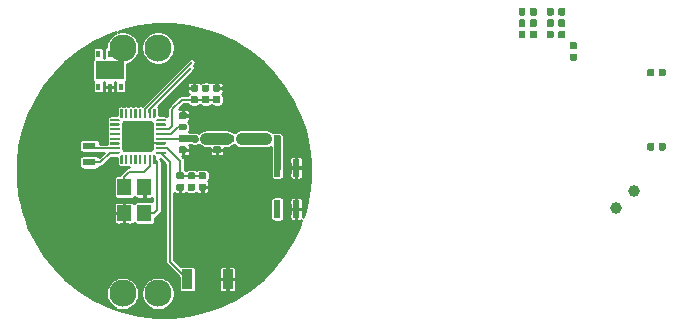
<source format=gbr>
G04 #@! TF.GenerationSoftware,KiCad,Pcbnew,5.1.5-52549c5~84~ubuntu19.04.1*
G04 #@! TF.CreationDate,2020-02-08T22:23:32+01:00*
G04 #@! TF.ProjectId,ilulissat,696c756c-6973-4736-9174-2e6b69636164,rev?*
G04 #@! TF.SameCoordinates,Original*
G04 #@! TF.FileFunction,Copper,L1,Top*
G04 #@! TF.FilePolarity,Positive*
%FSLAX46Y46*%
G04 Gerber Fmt 4.6, Leading zero omitted, Abs format (unit mm)*
G04 Created by KiCad (PCBNEW 5.1.5-52549c5~84~ubuntu19.04.1) date 2020-02-08 22:23:32*
%MOMM*%
%LPD*%
G04 APERTURE LIST*
%ADD10R,1.200000X1.400000*%
%ADD11R,1.100000X0.600000*%
%ADD12C,0.100000*%
%ADD13C,2.300000*%
%ADD14R,0.600000X1.500000*%
%ADD15C,1.000000*%
%ADD16R,0.900000X1.700000*%
%ADD17R,0.400000X0.600000*%
%ADD18R,2.400000X1.500000*%
%ADD19C,0.600000*%
%ADD20C,0.127000*%
%ADD21C,0.200000*%
%ADD22C,1.026000*%
%ADD23C,0.600000*%
%ADD24C,0.220000*%
G04 APERTURE END LIST*
D10*
X148350000Y-101400000D03*
X148350000Y-103600000D03*
X146650000Y-103600000D03*
X146650000Y-101400000D03*
D11*
X143700000Y-99300000D03*
X143700000Y-97900000D03*
G04 #@! TA.AperFunction,SMDPad,CuDef*
D12*
G36*
X159746958Y-96980710D02*
G01*
X159761276Y-96982834D01*
X159775317Y-96986351D01*
X159788946Y-96991228D01*
X159802031Y-96997417D01*
X159814447Y-97004858D01*
X159826073Y-97013481D01*
X159836798Y-97023202D01*
X159846519Y-97033927D01*
X159855142Y-97045553D01*
X159862583Y-97057969D01*
X159868772Y-97071054D01*
X159873649Y-97084683D01*
X159877166Y-97098724D01*
X159879290Y-97113042D01*
X159880000Y-97127500D01*
X159880000Y-97472500D01*
X159879290Y-97486958D01*
X159877166Y-97501276D01*
X159873649Y-97515317D01*
X159868772Y-97528946D01*
X159862583Y-97542031D01*
X159855142Y-97554447D01*
X159846519Y-97566073D01*
X159836798Y-97576798D01*
X159826073Y-97586519D01*
X159814447Y-97595142D01*
X159802031Y-97602583D01*
X159788946Y-97608772D01*
X159775317Y-97613649D01*
X159761276Y-97617166D01*
X159746958Y-97619290D01*
X159732500Y-97620000D01*
X159437500Y-97620000D01*
X159423042Y-97619290D01*
X159408724Y-97617166D01*
X159394683Y-97613649D01*
X159381054Y-97608772D01*
X159367969Y-97602583D01*
X159355553Y-97595142D01*
X159343927Y-97586519D01*
X159333202Y-97576798D01*
X159323481Y-97566073D01*
X159314858Y-97554447D01*
X159307417Y-97542031D01*
X159301228Y-97528946D01*
X159296351Y-97515317D01*
X159292834Y-97501276D01*
X159290710Y-97486958D01*
X159290000Y-97472500D01*
X159290000Y-97127500D01*
X159290710Y-97113042D01*
X159292834Y-97098724D01*
X159296351Y-97084683D01*
X159301228Y-97071054D01*
X159307417Y-97057969D01*
X159314858Y-97045553D01*
X159323481Y-97033927D01*
X159333202Y-97023202D01*
X159343927Y-97013481D01*
X159355553Y-97004858D01*
X159367969Y-96997417D01*
X159381054Y-96991228D01*
X159394683Y-96986351D01*
X159408724Y-96982834D01*
X159423042Y-96980710D01*
X159437500Y-96980000D01*
X159732500Y-96980000D01*
X159746958Y-96980710D01*
G37*
G04 #@! TD.AperFunction*
G04 #@! TA.AperFunction,SMDPad,CuDef*
G36*
X158776958Y-96980710D02*
G01*
X158791276Y-96982834D01*
X158805317Y-96986351D01*
X158818946Y-96991228D01*
X158832031Y-96997417D01*
X158844447Y-97004858D01*
X158856073Y-97013481D01*
X158866798Y-97023202D01*
X158876519Y-97033927D01*
X158885142Y-97045553D01*
X158892583Y-97057969D01*
X158898772Y-97071054D01*
X158903649Y-97084683D01*
X158907166Y-97098724D01*
X158909290Y-97113042D01*
X158910000Y-97127500D01*
X158910000Y-97472500D01*
X158909290Y-97486958D01*
X158907166Y-97501276D01*
X158903649Y-97515317D01*
X158898772Y-97528946D01*
X158892583Y-97542031D01*
X158885142Y-97554447D01*
X158876519Y-97566073D01*
X158866798Y-97576798D01*
X158856073Y-97586519D01*
X158844447Y-97595142D01*
X158832031Y-97602583D01*
X158818946Y-97608772D01*
X158805317Y-97613649D01*
X158791276Y-97617166D01*
X158776958Y-97619290D01*
X158762500Y-97620000D01*
X158467500Y-97620000D01*
X158453042Y-97619290D01*
X158438724Y-97617166D01*
X158424683Y-97613649D01*
X158411054Y-97608772D01*
X158397969Y-97602583D01*
X158385553Y-97595142D01*
X158373927Y-97586519D01*
X158363202Y-97576798D01*
X158353481Y-97566073D01*
X158344858Y-97554447D01*
X158337417Y-97542031D01*
X158331228Y-97528946D01*
X158326351Y-97515317D01*
X158322834Y-97501276D01*
X158320710Y-97486958D01*
X158320000Y-97472500D01*
X158320000Y-97127500D01*
X158320710Y-97113042D01*
X158322834Y-97098724D01*
X158326351Y-97084683D01*
X158331228Y-97071054D01*
X158337417Y-97057969D01*
X158344858Y-97045553D01*
X158353481Y-97033927D01*
X158363202Y-97023202D01*
X158373927Y-97013481D01*
X158385553Y-97004858D01*
X158397969Y-96997417D01*
X158411054Y-96991228D01*
X158424683Y-96986351D01*
X158438724Y-96982834D01*
X158453042Y-96980710D01*
X158467500Y-96980000D01*
X158762500Y-96980000D01*
X158776958Y-96980710D01*
G37*
G04 #@! TD.AperFunction*
D13*
X149500000Y-110400000D03*
X146500000Y-110400000D03*
X149500000Y-89600000D03*
X146500000Y-89600000D03*
D14*
X159600000Y-103250000D03*
X161200000Y-103250000D03*
X161200000Y-99750000D03*
X159600000Y-99750000D03*
D15*
X189800000Y-101700000D03*
X188300000Y-103200000D03*
G04 #@! TA.AperFunction,SMDPad,CuDef*
D12*
G36*
X153726958Y-96980710D02*
G01*
X153741276Y-96982834D01*
X153755317Y-96986351D01*
X153768946Y-96991228D01*
X153782031Y-96997417D01*
X153794447Y-97004858D01*
X153806073Y-97013481D01*
X153816798Y-97023202D01*
X153826519Y-97033927D01*
X153835142Y-97045553D01*
X153842583Y-97057969D01*
X153848772Y-97071054D01*
X153853649Y-97084683D01*
X153857166Y-97098724D01*
X153859290Y-97113042D01*
X153860000Y-97127500D01*
X153860000Y-97472500D01*
X153859290Y-97486958D01*
X153857166Y-97501276D01*
X153853649Y-97515317D01*
X153848772Y-97528946D01*
X153842583Y-97542031D01*
X153835142Y-97554447D01*
X153826519Y-97566073D01*
X153816798Y-97576798D01*
X153806073Y-97586519D01*
X153794447Y-97595142D01*
X153782031Y-97602583D01*
X153768946Y-97608772D01*
X153755317Y-97613649D01*
X153741276Y-97617166D01*
X153726958Y-97619290D01*
X153712500Y-97620000D01*
X153417500Y-97620000D01*
X153403042Y-97619290D01*
X153388724Y-97617166D01*
X153374683Y-97613649D01*
X153361054Y-97608772D01*
X153347969Y-97602583D01*
X153335553Y-97595142D01*
X153323927Y-97586519D01*
X153313202Y-97576798D01*
X153303481Y-97566073D01*
X153294858Y-97554447D01*
X153287417Y-97542031D01*
X153281228Y-97528946D01*
X153276351Y-97515317D01*
X153272834Y-97501276D01*
X153270710Y-97486958D01*
X153270000Y-97472500D01*
X153270000Y-97127500D01*
X153270710Y-97113042D01*
X153272834Y-97098724D01*
X153276351Y-97084683D01*
X153281228Y-97071054D01*
X153287417Y-97057969D01*
X153294858Y-97045553D01*
X153303481Y-97033927D01*
X153313202Y-97023202D01*
X153323927Y-97013481D01*
X153335553Y-97004858D01*
X153347969Y-96997417D01*
X153361054Y-96991228D01*
X153374683Y-96986351D01*
X153388724Y-96982834D01*
X153403042Y-96980710D01*
X153417500Y-96980000D01*
X153712500Y-96980000D01*
X153726958Y-96980710D01*
G37*
G04 #@! TD.AperFunction*
G04 #@! TA.AperFunction,SMDPad,CuDef*
G36*
X152756958Y-96980710D02*
G01*
X152771276Y-96982834D01*
X152785317Y-96986351D01*
X152798946Y-96991228D01*
X152812031Y-96997417D01*
X152824447Y-97004858D01*
X152836073Y-97013481D01*
X152846798Y-97023202D01*
X152856519Y-97033927D01*
X152865142Y-97045553D01*
X152872583Y-97057969D01*
X152878772Y-97071054D01*
X152883649Y-97084683D01*
X152887166Y-97098724D01*
X152889290Y-97113042D01*
X152890000Y-97127500D01*
X152890000Y-97472500D01*
X152889290Y-97486958D01*
X152887166Y-97501276D01*
X152883649Y-97515317D01*
X152878772Y-97528946D01*
X152872583Y-97542031D01*
X152865142Y-97554447D01*
X152856519Y-97566073D01*
X152846798Y-97576798D01*
X152836073Y-97586519D01*
X152824447Y-97595142D01*
X152812031Y-97602583D01*
X152798946Y-97608772D01*
X152785317Y-97613649D01*
X152771276Y-97617166D01*
X152756958Y-97619290D01*
X152742500Y-97620000D01*
X152447500Y-97620000D01*
X152433042Y-97619290D01*
X152418724Y-97617166D01*
X152404683Y-97613649D01*
X152391054Y-97608772D01*
X152377969Y-97602583D01*
X152365553Y-97595142D01*
X152353927Y-97586519D01*
X152343202Y-97576798D01*
X152333481Y-97566073D01*
X152324858Y-97554447D01*
X152317417Y-97542031D01*
X152311228Y-97528946D01*
X152306351Y-97515317D01*
X152302834Y-97501276D01*
X152300710Y-97486958D01*
X152300000Y-97472500D01*
X152300000Y-97127500D01*
X152300710Y-97113042D01*
X152302834Y-97098724D01*
X152306351Y-97084683D01*
X152311228Y-97071054D01*
X152317417Y-97057969D01*
X152324858Y-97045553D01*
X152333481Y-97033927D01*
X152343202Y-97023202D01*
X152353927Y-97013481D01*
X152365553Y-97004858D01*
X152377969Y-96997417D01*
X152391054Y-96991228D01*
X152404683Y-96986351D01*
X152418724Y-96982834D01*
X152433042Y-96980710D01*
X152447500Y-96980000D01*
X152742500Y-96980000D01*
X152756958Y-96980710D01*
G37*
G04 #@! TD.AperFunction*
G04 #@! TA.AperFunction,SMDPad,CuDef*
G36*
X152517448Y-100148210D02*
G01*
X152531766Y-100150334D01*
X152545807Y-100153851D01*
X152559436Y-100158728D01*
X152572521Y-100164917D01*
X152584937Y-100172358D01*
X152596563Y-100180981D01*
X152607288Y-100190702D01*
X152617009Y-100201427D01*
X152625632Y-100213053D01*
X152633073Y-100225469D01*
X152639262Y-100238554D01*
X152644139Y-100252183D01*
X152647656Y-100266224D01*
X152649780Y-100280542D01*
X152650490Y-100295000D01*
X152650490Y-100590000D01*
X152649780Y-100604458D01*
X152647656Y-100618776D01*
X152644139Y-100632817D01*
X152639262Y-100646446D01*
X152633073Y-100659531D01*
X152625632Y-100671947D01*
X152617009Y-100683573D01*
X152607288Y-100694298D01*
X152596563Y-100704019D01*
X152584937Y-100712642D01*
X152572521Y-100720083D01*
X152559436Y-100726272D01*
X152545807Y-100731149D01*
X152531766Y-100734666D01*
X152517448Y-100736790D01*
X152502990Y-100737500D01*
X152157990Y-100737500D01*
X152143532Y-100736790D01*
X152129214Y-100734666D01*
X152115173Y-100731149D01*
X152101544Y-100726272D01*
X152088459Y-100720083D01*
X152076043Y-100712642D01*
X152064417Y-100704019D01*
X152053692Y-100694298D01*
X152043971Y-100683573D01*
X152035348Y-100671947D01*
X152027907Y-100659531D01*
X152021718Y-100646446D01*
X152016841Y-100632817D01*
X152013324Y-100618776D01*
X152011200Y-100604458D01*
X152010490Y-100590000D01*
X152010490Y-100295000D01*
X152011200Y-100280542D01*
X152013324Y-100266224D01*
X152016841Y-100252183D01*
X152021718Y-100238554D01*
X152027907Y-100225469D01*
X152035348Y-100213053D01*
X152043971Y-100201427D01*
X152053692Y-100190702D01*
X152064417Y-100180981D01*
X152076043Y-100172358D01*
X152088459Y-100164917D01*
X152101544Y-100158728D01*
X152115173Y-100153851D01*
X152129214Y-100150334D01*
X152143532Y-100148210D01*
X152157990Y-100147500D01*
X152502990Y-100147500D01*
X152517448Y-100148210D01*
G37*
G04 #@! TD.AperFunction*
G04 #@! TA.AperFunction,SMDPad,CuDef*
G36*
X152517448Y-101118210D02*
G01*
X152531766Y-101120334D01*
X152545807Y-101123851D01*
X152559436Y-101128728D01*
X152572521Y-101134917D01*
X152584937Y-101142358D01*
X152596563Y-101150981D01*
X152607288Y-101160702D01*
X152617009Y-101171427D01*
X152625632Y-101183053D01*
X152633073Y-101195469D01*
X152639262Y-101208554D01*
X152644139Y-101222183D01*
X152647656Y-101236224D01*
X152649780Y-101250542D01*
X152650490Y-101265000D01*
X152650490Y-101560000D01*
X152649780Y-101574458D01*
X152647656Y-101588776D01*
X152644139Y-101602817D01*
X152639262Y-101616446D01*
X152633073Y-101629531D01*
X152625632Y-101641947D01*
X152617009Y-101653573D01*
X152607288Y-101664298D01*
X152596563Y-101674019D01*
X152584937Y-101682642D01*
X152572521Y-101690083D01*
X152559436Y-101696272D01*
X152545807Y-101701149D01*
X152531766Y-101704666D01*
X152517448Y-101706790D01*
X152502990Y-101707500D01*
X152157990Y-101707500D01*
X152143532Y-101706790D01*
X152129214Y-101704666D01*
X152115173Y-101701149D01*
X152101544Y-101696272D01*
X152088459Y-101690083D01*
X152076043Y-101682642D01*
X152064417Y-101674019D01*
X152053692Y-101664298D01*
X152043971Y-101653573D01*
X152035348Y-101641947D01*
X152027907Y-101629531D01*
X152021718Y-101616446D01*
X152016841Y-101602817D01*
X152013324Y-101588776D01*
X152011200Y-101574458D01*
X152010490Y-101560000D01*
X152010490Y-101265000D01*
X152011200Y-101250542D01*
X152013324Y-101236224D01*
X152016841Y-101222183D01*
X152021718Y-101208554D01*
X152027907Y-101195469D01*
X152035348Y-101183053D01*
X152043971Y-101171427D01*
X152053692Y-101160702D01*
X152064417Y-101150981D01*
X152076043Y-101142358D01*
X152088459Y-101134917D01*
X152101544Y-101128728D01*
X152115173Y-101123851D01*
X152129214Y-101120334D01*
X152143532Y-101118210D01*
X152157990Y-101117500D01*
X152502990Y-101117500D01*
X152517448Y-101118210D01*
G37*
G04 #@! TD.AperFunction*
G04 #@! TA.AperFunction,SMDPad,CuDef*
G36*
X153717448Y-93690710D02*
G01*
X153731766Y-93692834D01*
X153745807Y-93696351D01*
X153759436Y-93701228D01*
X153772521Y-93707417D01*
X153784937Y-93714858D01*
X153796563Y-93723481D01*
X153807288Y-93733202D01*
X153817009Y-93743927D01*
X153825632Y-93755553D01*
X153833073Y-93767969D01*
X153839262Y-93781054D01*
X153844139Y-93794683D01*
X153847656Y-93808724D01*
X153849780Y-93823042D01*
X153850490Y-93837500D01*
X153850490Y-94132500D01*
X153849780Y-94146958D01*
X153847656Y-94161276D01*
X153844139Y-94175317D01*
X153839262Y-94188946D01*
X153833073Y-94202031D01*
X153825632Y-94214447D01*
X153817009Y-94226073D01*
X153807288Y-94236798D01*
X153796563Y-94246519D01*
X153784937Y-94255142D01*
X153772521Y-94262583D01*
X153759436Y-94268772D01*
X153745807Y-94273649D01*
X153731766Y-94277166D01*
X153717448Y-94279290D01*
X153702990Y-94280000D01*
X153357990Y-94280000D01*
X153343532Y-94279290D01*
X153329214Y-94277166D01*
X153315173Y-94273649D01*
X153301544Y-94268772D01*
X153288459Y-94262583D01*
X153276043Y-94255142D01*
X153264417Y-94246519D01*
X153253692Y-94236798D01*
X153243971Y-94226073D01*
X153235348Y-94214447D01*
X153227907Y-94202031D01*
X153221718Y-94188946D01*
X153216841Y-94175317D01*
X153213324Y-94161276D01*
X153211200Y-94146958D01*
X153210490Y-94132500D01*
X153210490Y-93837500D01*
X153211200Y-93823042D01*
X153213324Y-93808724D01*
X153216841Y-93794683D01*
X153221718Y-93781054D01*
X153227907Y-93767969D01*
X153235348Y-93755553D01*
X153243971Y-93743927D01*
X153253692Y-93733202D01*
X153264417Y-93723481D01*
X153276043Y-93714858D01*
X153288459Y-93707417D01*
X153301544Y-93701228D01*
X153315173Y-93696351D01*
X153329214Y-93692834D01*
X153343532Y-93690710D01*
X153357990Y-93690000D01*
X153702990Y-93690000D01*
X153717448Y-93690710D01*
G37*
G04 #@! TD.AperFunction*
G04 #@! TA.AperFunction,SMDPad,CuDef*
G36*
X153717448Y-92720710D02*
G01*
X153731766Y-92722834D01*
X153745807Y-92726351D01*
X153759436Y-92731228D01*
X153772521Y-92737417D01*
X153784937Y-92744858D01*
X153796563Y-92753481D01*
X153807288Y-92763202D01*
X153817009Y-92773927D01*
X153825632Y-92785553D01*
X153833073Y-92797969D01*
X153839262Y-92811054D01*
X153844139Y-92824683D01*
X153847656Y-92838724D01*
X153849780Y-92853042D01*
X153850490Y-92867500D01*
X153850490Y-93162500D01*
X153849780Y-93176958D01*
X153847656Y-93191276D01*
X153844139Y-93205317D01*
X153839262Y-93218946D01*
X153833073Y-93232031D01*
X153825632Y-93244447D01*
X153817009Y-93256073D01*
X153807288Y-93266798D01*
X153796563Y-93276519D01*
X153784937Y-93285142D01*
X153772521Y-93292583D01*
X153759436Y-93298772D01*
X153745807Y-93303649D01*
X153731766Y-93307166D01*
X153717448Y-93309290D01*
X153702990Y-93310000D01*
X153357990Y-93310000D01*
X153343532Y-93309290D01*
X153329214Y-93307166D01*
X153315173Y-93303649D01*
X153301544Y-93298772D01*
X153288459Y-93292583D01*
X153276043Y-93285142D01*
X153264417Y-93276519D01*
X153253692Y-93266798D01*
X153243971Y-93256073D01*
X153235348Y-93244447D01*
X153227907Y-93232031D01*
X153221718Y-93218946D01*
X153216841Y-93205317D01*
X153213324Y-93191276D01*
X153211200Y-93176958D01*
X153210490Y-93162500D01*
X153210490Y-92867500D01*
X153211200Y-92853042D01*
X153213324Y-92838724D01*
X153216841Y-92824683D01*
X153221718Y-92811054D01*
X153227907Y-92797969D01*
X153235348Y-92785553D01*
X153243971Y-92773927D01*
X153253692Y-92763202D01*
X153264417Y-92753481D01*
X153276043Y-92744858D01*
X153288459Y-92737417D01*
X153301544Y-92731228D01*
X153315173Y-92726351D01*
X153329214Y-92722834D01*
X153343532Y-92720710D01*
X153357990Y-92720000D01*
X153702990Y-92720000D01*
X153717448Y-92720710D01*
G37*
G04 #@! TD.AperFunction*
D16*
X155400000Y-109200000D03*
X152000000Y-109200000D03*
D17*
X144450000Y-90100000D03*
X145400000Y-90100000D03*
X146350000Y-90100000D03*
X146350000Y-92900000D03*
X145400000Y-92900000D03*
X144450000Y-92900000D03*
D18*
X145400000Y-91500000D03*
G04 #@! TA.AperFunction,SMDPad,CuDef*
D12*
G36*
X145450961Y-98440245D02*
G01*
X145453806Y-98430866D01*
X145458427Y-98422221D01*
X145464645Y-98414645D01*
X145472221Y-98408427D01*
X145480866Y-98403806D01*
X145490245Y-98400961D01*
X145500000Y-98400000D01*
X146200000Y-98400000D01*
X146209755Y-98400961D01*
X146219134Y-98403806D01*
X146227779Y-98408427D01*
X146235355Y-98414645D01*
X146241573Y-98422221D01*
X146246194Y-98430866D01*
X146249039Y-98440245D01*
X146250000Y-98450000D01*
X146250000Y-98479289D01*
X146249039Y-98489044D01*
X146246194Y-98498423D01*
X146241573Y-98507068D01*
X146235355Y-98514644D01*
X146164644Y-98585355D01*
X146157068Y-98591573D01*
X146148423Y-98596194D01*
X146139044Y-98599039D01*
X146129289Y-98600000D01*
X145500000Y-98600000D01*
X145490245Y-98599039D01*
X145480866Y-98596194D01*
X145472221Y-98591573D01*
X145464645Y-98585355D01*
X145458427Y-98577779D01*
X145453806Y-98569134D01*
X145450961Y-98559755D01*
X145450000Y-98550000D01*
X145450000Y-98450000D01*
X145450961Y-98440245D01*
G37*
G04 #@! TD.AperFunction*
G04 #@! TA.AperFunction,SMDPad,CuDef*
G36*
X146204901Y-98000241D02*
G01*
X146209755Y-98000961D01*
X146214514Y-98002153D01*
X146219134Y-98003806D01*
X146223570Y-98005904D01*
X146227779Y-98008427D01*
X146231720Y-98011349D01*
X146235355Y-98014645D01*
X146238651Y-98018280D01*
X146241573Y-98022221D01*
X146244096Y-98026430D01*
X146246194Y-98030866D01*
X146247847Y-98035486D01*
X146249039Y-98040245D01*
X146249759Y-98045099D01*
X146250000Y-98050000D01*
X146250000Y-98150000D01*
X146249759Y-98154901D01*
X146249039Y-98159755D01*
X146247847Y-98164514D01*
X146246194Y-98169134D01*
X146244096Y-98173570D01*
X146241573Y-98177779D01*
X146238651Y-98181720D01*
X146235355Y-98185355D01*
X146231720Y-98188651D01*
X146227779Y-98191573D01*
X146223570Y-98194096D01*
X146219134Y-98196194D01*
X146214514Y-98197847D01*
X146209755Y-98199039D01*
X146204901Y-98199759D01*
X146200000Y-98200000D01*
X145500000Y-98200000D01*
X145495099Y-98199759D01*
X145490245Y-98199039D01*
X145485486Y-98197847D01*
X145480866Y-98196194D01*
X145476430Y-98194096D01*
X145472221Y-98191573D01*
X145468280Y-98188651D01*
X145464645Y-98185355D01*
X145461349Y-98181720D01*
X145458427Y-98177779D01*
X145455904Y-98173570D01*
X145453806Y-98169134D01*
X145452153Y-98164514D01*
X145450961Y-98159755D01*
X145450241Y-98154901D01*
X145450000Y-98150000D01*
X145450000Y-98050000D01*
X145450241Y-98045099D01*
X145450961Y-98040245D01*
X145452153Y-98035486D01*
X145453806Y-98030866D01*
X145455904Y-98026430D01*
X145458427Y-98022221D01*
X145461349Y-98018280D01*
X145464645Y-98014645D01*
X145468280Y-98011349D01*
X145472221Y-98008427D01*
X145476430Y-98005904D01*
X145480866Y-98003806D01*
X145485486Y-98002153D01*
X145490245Y-98000961D01*
X145495099Y-98000241D01*
X145500000Y-98000000D01*
X146200000Y-98000000D01*
X146204901Y-98000241D01*
G37*
G04 #@! TD.AperFunction*
G04 #@! TA.AperFunction,SMDPad,CuDef*
G36*
X146204901Y-97600241D02*
G01*
X146209755Y-97600961D01*
X146214514Y-97602153D01*
X146219134Y-97603806D01*
X146223570Y-97605904D01*
X146227779Y-97608427D01*
X146231720Y-97611349D01*
X146235355Y-97614645D01*
X146238651Y-97618280D01*
X146241573Y-97622221D01*
X146244096Y-97626430D01*
X146246194Y-97630866D01*
X146247847Y-97635486D01*
X146249039Y-97640245D01*
X146249759Y-97645099D01*
X146250000Y-97650000D01*
X146250000Y-97750000D01*
X146249759Y-97754901D01*
X146249039Y-97759755D01*
X146247847Y-97764514D01*
X146246194Y-97769134D01*
X146244096Y-97773570D01*
X146241573Y-97777779D01*
X146238651Y-97781720D01*
X146235355Y-97785355D01*
X146231720Y-97788651D01*
X146227779Y-97791573D01*
X146223570Y-97794096D01*
X146219134Y-97796194D01*
X146214514Y-97797847D01*
X146209755Y-97799039D01*
X146204901Y-97799759D01*
X146200000Y-97800000D01*
X145500000Y-97800000D01*
X145495099Y-97799759D01*
X145490245Y-97799039D01*
X145485486Y-97797847D01*
X145480866Y-97796194D01*
X145476430Y-97794096D01*
X145472221Y-97791573D01*
X145468280Y-97788651D01*
X145464645Y-97785355D01*
X145461349Y-97781720D01*
X145458427Y-97777779D01*
X145455904Y-97773570D01*
X145453806Y-97769134D01*
X145452153Y-97764514D01*
X145450961Y-97759755D01*
X145450241Y-97754901D01*
X145450000Y-97750000D01*
X145450000Y-97650000D01*
X145450241Y-97645099D01*
X145450961Y-97640245D01*
X145452153Y-97635486D01*
X145453806Y-97630866D01*
X145455904Y-97626430D01*
X145458427Y-97622221D01*
X145461349Y-97618280D01*
X145464645Y-97614645D01*
X145468280Y-97611349D01*
X145472221Y-97608427D01*
X145476430Y-97605904D01*
X145480866Y-97603806D01*
X145485486Y-97602153D01*
X145490245Y-97600961D01*
X145495099Y-97600241D01*
X145500000Y-97600000D01*
X146200000Y-97600000D01*
X146204901Y-97600241D01*
G37*
G04 #@! TD.AperFunction*
G04 #@! TA.AperFunction,SMDPad,CuDef*
G36*
X146204901Y-97200241D02*
G01*
X146209755Y-97200961D01*
X146214514Y-97202153D01*
X146219134Y-97203806D01*
X146223570Y-97205904D01*
X146227779Y-97208427D01*
X146231720Y-97211349D01*
X146235355Y-97214645D01*
X146238651Y-97218280D01*
X146241573Y-97222221D01*
X146244096Y-97226430D01*
X146246194Y-97230866D01*
X146247847Y-97235486D01*
X146249039Y-97240245D01*
X146249759Y-97245099D01*
X146250000Y-97250000D01*
X146250000Y-97350000D01*
X146249759Y-97354901D01*
X146249039Y-97359755D01*
X146247847Y-97364514D01*
X146246194Y-97369134D01*
X146244096Y-97373570D01*
X146241573Y-97377779D01*
X146238651Y-97381720D01*
X146235355Y-97385355D01*
X146231720Y-97388651D01*
X146227779Y-97391573D01*
X146223570Y-97394096D01*
X146219134Y-97396194D01*
X146214514Y-97397847D01*
X146209755Y-97399039D01*
X146204901Y-97399759D01*
X146200000Y-97400000D01*
X145500000Y-97400000D01*
X145495099Y-97399759D01*
X145490245Y-97399039D01*
X145485486Y-97397847D01*
X145480866Y-97396194D01*
X145476430Y-97394096D01*
X145472221Y-97391573D01*
X145468280Y-97388651D01*
X145464645Y-97385355D01*
X145461349Y-97381720D01*
X145458427Y-97377779D01*
X145455904Y-97373570D01*
X145453806Y-97369134D01*
X145452153Y-97364514D01*
X145450961Y-97359755D01*
X145450241Y-97354901D01*
X145450000Y-97350000D01*
X145450000Y-97250000D01*
X145450241Y-97245099D01*
X145450961Y-97240245D01*
X145452153Y-97235486D01*
X145453806Y-97230866D01*
X145455904Y-97226430D01*
X145458427Y-97222221D01*
X145461349Y-97218280D01*
X145464645Y-97214645D01*
X145468280Y-97211349D01*
X145472221Y-97208427D01*
X145476430Y-97205904D01*
X145480866Y-97203806D01*
X145485486Y-97202153D01*
X145490245Y-97200961D01*
X145495099Y-97200241D01*
X145500000Y-97200000D01*
X146200000Y-97200000D01*
X146204901Y-97200241D01*
G37*
G04 #@! TD.AperFunction*
G04 #@! TA.AperFunction,SMDPad,CuDef*
G36*
X146204901Y-96800241D02*
G01*
X146209755Y-96800961D01*
X146214514Y-96802153D01*
X146219134Y-96803806D01*
X146223570Y-96805904D01*
X146227779Y-96808427D01*
X146231720Y-96811349D01*
X146235355Y-96814645D01*
X146238651Y-96818280D01*
X146241573Y-96822221D01*
X146244096Y-96826430D01*
X146246194Y-96830866D01*
X146247847Y-96835486D01*
X146249039Y-96840245D01*
X146249759Y-96845099D01*
X146250000Y-96850000D01*
X146250000Y-96950000D01*
X146249759Y-96954901D01*
X146249039Y-96959755D01*
X146247847Y-96964514D01*
X146246194Y-96969134D01*
X146244096Y-96973570D01*
X146241573Y-96977779D01*
X146238651Y-96981720D01*
X146235355Y-96985355D01*
X146231720Y-96988651D01*
X146227779Y-96991573D01*
X146223570Y-96994096D01*
X146219134Y-96996194D01*
X146214514Y-96997847D01*
X146209755Y-96999039D01*
X146204901Y-96999759D01*
X146200000Y-97000000D01*
X145500000Y-97000000D01*
X145495099Y-96999759D01*
X145490245Y-96999039D01*
X145485486Y-96997847D01*
X145480866Y-96996194D01*
X145476430Y-96994096D01*
X145472221Y-96991573D01*
X145468280Y-96988651D01*
X145464645Y-96985355D01*
X145461349Y-96981720D01*
X145458427Y-96977779D01*
X145455904Y-96973570D01*
X145453806Y-96969134D01*
X145452153Y-96964514D01*
X145450961Y-96959755D01*
X145450241Y-96954901D01*
X145450000Y-96950000D01*
X145450000Y-96850000D01*
X145450241Y-96845099D01*
X145450961Y-96840245D01*
X145452153Y-96835486D01*
X145453806Y-96830866D01*
X145455904Y-96826430D01*
X145458427Y-96822221D01*
X145461349Y-96818280D01*
X145464645Y-96814645D01*
X145468280Y-96811349D01*
X145472221Y-96808427D01*
X145476430Y-96805904D01*
X145480866Y-96803806D01*
X145485486Y-96802153D01*
X145490245Y-96800961D01*
X145495099Y-96800241D01*
X145500000Y-96800000D01*
X146200000Y-96800000D01*
X146204901Y-96800241D01*
G37*
G04 #@! TD.AperFunction*
G04 #@! TA.AperFunction,SMDPad,CuDef*
G36*
X146204901Y-96400241D02*
G01*
X146209755Y-96400961D01*
X146214514Y-96402153D01*
X146219134Y-96403806D01*
X146223570Y-96405904D01*
X146227779Y-96408427D01*
X146231720Y-96411349D01*
X146235355Y-96414645D01*
X146238651Y-96418280D01*
X146241573Y-96422221D01*
X146244096Y-96426430D01*
X146246194Y-96430866D01*
X146247847Y-96435486D01*
X146249039Y-96440245D01*
X146249759Y-96445099D01*
X146250000Y-96450000D01*
X146250000Y-96550000D01*
X146249759Y-96554901D01*
X146249039Y-96559755D01*
X146247847Y-96564514D01*
X146246194Y-96569134D01*
X146244096Y-96573570D01*
X146241573Y-96577779D01*
X146238651Y-96581720D01*
X146235355Y-96585355D01*
X146231720Y-96588651D01*
X146227779Y-96591573D01*
X146223570Y-96594096D01*
X146219134Y-96596194D01*
X146214514Y-96597847D01*
X146209755Y-96599039D01*
X146204901Y-96599759D01*
X146200000Y-96600000D01*
X145500000Y-96600000D01*
X145495099Y-96599759D01*
X145490245Y-96599039D01*
X145485486Y-96597847D01*
X145480866Y-96596194D01*
X145476430Y-96594096D01*
X145472221Y-96591573D01*
X145468280Y-96588651D01*
X145464645Y-96585355D01*
X145461349Y-96581720D01*
X145458427Y-96577779D01*
X145455904Y-96573570D01*
X145453806Y-96569134D01*
X145452153Y-96564514D01*
X145450961Y-96559755D01*
X145450241Y-96554901D01*
X145450000Y-96550000D01*
X145450000Y-96450000D01*
X145450241Y-96445099D01*
X145450961Y-96440245D01*
X145452153Y-96435486D01*
X145453806Y-96430866D01*
X145455904Y-96426430D01*
X145458427Y-96422221D01*
X145461349Y-96418280D01*
X145464645Y-96414645D01*
X145468280Y-96411349D01*
X145472221Y-96408427D01*
X145476430Y-96405904D01*
X145480866Y-96403806D01*
X145485486Y-96402153D01*
X145490245Y-96400961D01*
X145495099Y-96400241D01*
X145500000Y-96400000D01*
X146200000Y-96400000D01*
X146204901Y-96400241D01*
G37*
G04 #@! TD.AperFunction*
G04 #@! TA.AperFunction,SMDPad,CuDef*
G36*
X146204901Y-96000241D02*
G01*
X146209755Y-96000961D01*
X146214514Y-96002153D01*
X146219134Y-96003806D01*
X146223570Y-96005904D01*
X146227779Y-96008427D01*
X146231720Y-96011349D01*
X146235355Y-96014645D01*
X146238651Y-96018280D01*
X146241573Y-96022221D01*
X146244096Y-96026430D01*
X146246194Y-96030866D01*
X146247847Y-96035486D01*
X146249039Y-96040245D01*
X146249759Y-96045099D01*
X146250000Y-96050000D01*
X146250000Y-96150000D01*
X146249759Y-96154901D01*
X146249039Y-96159755D01*
X146247847Y-96164514D01*
X146246194Y-96169134D01*
X146244096Y-96173570D01*
X146241573Y-96177779D01*
X146238651Y-96181720D01*
X146235355Y-96185355D01*
X146231720Y-96188651D01*
X146227779Y-96191573D01*
X146223570Y-96194096D01*
X146219134Y-96196194D01*
X146214514Y-96197847D01*
X146209755Y-96199039D01*
X146204901Y-96199759D01*
X146200000Y-96200000D01*
X145500000Y-96200000D01*
X145495099Y-96199759D01*
X145490245Y-96199039D01*
X145485486Y-96197847D01*
X145480866Y-96196194D01*
X145476430Y-96194096D01*
X145472221Y-96191573D01*
X145468280Y-96188651D01*
X145464645Y-96185355D01*
X145461349Y-96181720D01*
X145458427Y-96177779D01*
X145455904Y-96173570D01*
X145453806Y-96169134D01*
X145452153Y-96164514D01*
X145450961Y-96159755D01*
X145450241Y-96154901D01*
X145450000Y-96150000D01*
X145450000Y-96050000D01*
X145450241Y-96045099D01*
X145450961Y-96040245D01*
X145452153Y-96035486D01*
X145453806Y-96030866D01*
X145455904Y-96026430D01*
X145458427Y-96022221D01*
X145461349Y-96018280D01*
X145464645Y-96014645D01*
X145468280Y-96011349D01*
X145472221Y-96008427D01*
X145476430Y-96005904D01*
X145480866Y-96003806D01*
X145485486Y-96002153D01*
X145490245Y-96000961D01*
X145495099Y-96000241D01*
X145500000Y-96000000D01*
X146200000Y-96000000D01*
X146204901Y-96000241D01*
G37*
G04 #@! TD.AperFunction*
G04 #@! TA.AperFunction,SMDPad,CuDef*
G36*
X145450961Y-95640245D02*
G01*
X145453806Y-95630866D01*
X145458427Y-95622221D01*
X145464645Y-95614645D01*
X145472221Y-95608427D01*
X145480866Y-95603806D01*
X145490245Y-95600961D01*
X145500000Y-95600000D01*
X146129289Y-95600000D01*
X146139044Y-95600961D01*
X146148423Y-95603806D01*
X146157068Y-95608427D01*
X146164644Y-95614645D01*
X146235355Y-95685356D01*
X146241573Y-95692932D01*
X146246194Y-95701577D01*
X146249039Y-95710956D01*
X146250000Y-95720711D01*
X146250000Y-95750000D01*
X146249039Y-95759755D01*
X146246194Y-95769134D01*
X146241573Y-95777779D01*
X146235355Y-95785355D01*
X146227779Y-95791573D01*
X146219134Y-95796194D01*
X146209755Y-95799039D01*
X146200000Y-95800000D01*
X145500000Y-95800000D01*
X145490245Y-95799039D01*
X145480866Y-95796194D01*
X145472221Y-95791573D01*
X145464645Y-95785355D01*
X145458427Y-95777779D01*
X145453806Y-95769134D01*
X145450961Y-95759755D01*
X145450000Y-95750000D01*
X145450000Y-95650000D01*
X145450961Y-95640245D01*
G37*
G04 #@! TD.AperFunction*
G04 #@! TA.AperFunction,SMDPad,CuDef*
G36*
X146300961Y-94790245D02*
G01*
X146303806Y-94780866D01*
X146308427Y-94772221D01*
X146314645Y-94764645D01*
X146322221Y-94758427D01*
X146330866Y-94753806D01*
X146340245Y-94750961D01*
X146350000Y-94750000D01*
X146450000Y-94750000D01*
X146459755Y-94750961D01*
X146469134Y-94753806D01*
X146477779Y-94758427D01*
X146485355Y-94764645D01*
X146491573Y-94772221D01*
X146496194Y-94780866D01*
X146499039Y-94790245D01*
X146500000Y-94800000D01*
X146500000Y-95500000D01*
X146499039Y-95509755D01*
X146496194Y-95519134D01*
X146491573Y-95527779D01*
X146485355Y-95535355D01*
X146477779Y-95541573D01*
X146469134Y-95546194D01*
X146459755Y-95549039D01*
X146450000Y-95550000D01*
X146420711Y-95550000D01*
X146410956Y-95549039D01*
X146401577Y-95546194D01*
X146392932Y-95541573D01*
X146385356Y-95535355D01*
X146314645Y-95464644D01*
X146308427Y-95457068D01*
X146303806Y-95448423D01*
X146300961Y-95439044D01*
X146300000Y-95429289D01*
X146300000Y-94800000D01*
X146300961Y-94790245D01*
G37*
G04 #@! TD.AperFunction*
G04 #@! TA.AperFunction,SMDPad,CuDef*
G36*
X146854901Y-94750241D02*
G01*
X146859755Y-94750961D01*
X146864514Y-94752153D01*
X146869134Y-94753806D01*
X146873570Y-94755904D01*
X146877779Y-94758427D01*
X146881720Y-94761349D01*
X146885355Y-94764645D01*
X146888651Y-94768280D01*
X146891573Y-94772221D01*
X146894096Y-94776430D01*
X146896194Y-94780866D01*
X146897847Y-94785486D01*
X146899039Y-94790245D01*
X146899759Y-94795099D01*
X146900000Y-94800000D01*
X146900000Y-95500000D01*
X146899759Y-95504901D01*
X146899039Y-95509755D01*
X146897847Y-95514514D01*
X146896194Y-95519134D01*
X146894096Y-95523570D01*
X146891573Y-95527779D01*
X146888651Y-95531720D01*
X146885355Y-95535355D01*
X146881720Y-95538651D01*
X146877779Y-95541573D01*
X146873570Y-95544096D01*
X146869134Y-95546194D01*
X146864514Y-95547847D01*
X146859755Y-95549039D01*
X146854901Y-95549759D01*
X146850000Y-95550000D01*
X146750000Y-95550000D01*
X146745099Y-95549759D01*
X146740245Y-95549039D01*
X146735486Y-95547847D01*
X146730866Y-95546194D01*
X146726430Y-95544096D01*
X146722221Y-95541573D01*
X146718280Y-95538651D01*
X146714645Y-95535355D01*
X146711349Y-95531720D01*
X146708427Y-95527779D01*
X146705904Y-95523570D01*
X146703806Y-95519134D01*
X146702153Y-95514514D01*
X146700961Y-95509755D01*
X146700241Y-95504901D01*
X146700000Y-95500000D01*
X146700000Y-94800000D01*
X146700241Y-94795099D01*
X146700961Y-94790245D01*
X146702153Y-94785486D01*
X146703806Y-94780866D01*
X146705904Y-94776430D01*
X146708427Y-94772221D01*
X146711349Y-94768280D01*
X146714645Y-94764645D01*
X146718280Y-94761349D01*
X146722221Y-94758427D01*
X146726430Y-94755904D01*
X146730866Y-94753806D01*
X146735486Y-94752153D01*
X146740245Y-94750961D01*
X146745099Y-94750241D01*
X146750000Y-94750000D01*
X146850000Y-94750000D01*
X146854901Y-94750241D01*
G37*
G04 #@! TD.AperFunction*
G04 #@! TA.AperFunction,SMDPad,CuDef*
G36*
X147254901Y-94750241D02*
G01*
X147259755Y-94750961D01*
X147264514Y-94752153D01*
X147269134Y-94753806D01*
X147273570Y-94755904D01*
X147277779Y-94758427D01*
X147281720Y-94761349D01*
X147285355Y-94764645D01*
X147288651Y-94768280D01*
X147291573Y-94772221D01*
X147294096Y-94776430D01*
X147296194Y-94780866D01*
X147297847Y-94785486D01*
X147299039Y-94790245D01*
X147299759Y-94795099D01*
X147300000Y-94800000D01*
X147300000Y-95500000D01*
X147299759Y-95504901D01*
X147299039Y-95509755D01*
X147297847Y-95514514D01*
X147296194Y-95519134D01*
X147294096Y-95523570D01*
X147291573Y-95527779D01*
X147288651Y-95531720D01*
X147285355Y-95535355D01*
X147281720Y-95538651D01*
X147277779Y-95541573D01*
X147273570Y-95544096D01*
X147269134Y-95546194D01*
X147264514Y-95547847D01*
X147259755Y-95549039D01*
X147254901Y-95549759D01*
X147250000Y-95550000D01*
X147150000Y-95550000D01*
X147145099Y-95549759D01*
X147140245Y-95549039D01*
X147135486Y-95547847D01*
X147130866Y-95546194D01*
X147126430Y-95544096D01*
X147122221Y-95541573D01*
X147118280Y-95538651D01*
X147114645Y-95535355D01*
X147111349Y-95531720D01*
X147108427Y-95527779D01*
X147105904Y-95523570D01*
X147103806Y-95519134D01*
X147102153Y-95514514D01*
X147100961Y-95509755D01*
X147100241Y-95504901D01*
X147100000Y-95500000D01*
X147100000Y-94800000D01*
X147100241Y-94795099D01*
X147100961Y-94790245D01*
X147102153Y-94785486D01*
X147103806Y-94780866D01*
X147105904Y-94776430D01*
X147108427Y-94772221D01*
X147111349Y-94768280D01*
X147114645Y-94764645D01*
X147118280Y-94761349D01*
X147122221Y-94758427D01*
X147126430Y-94755904D01*
X147130866Y-94753806D01*
X147135486Y-94752153D01*
X147140245Y-94750961D01*
X147145099Y-94750241D01*
X147150000Y-94750000D01*
X147250000Y-94750000D01*
X147254901Y-94750241D01*
G37*
G04 #@! TD.AperFunction*
G04 #@! TA.AperFunction,SMDPad,CuDef*
G36*
X147654901Y-94750241D02*
G01*
X147659755Y-94750961D01*
X147664514Y-94752153D01*
X147669134Y-94753806D01*
X147673570Y-94755904D01*
X147677779Y-94758427D01*
X147681720Y-94761349D01*
X147685355Y-94764645D01*
X147688651Y-94768280D01*
X147691573Y-94772221D01*
X147694096Y-94776430D01*
X147696194Y-94780866D01*
X147697847Y-94785486D01*
X147699039Y-94790245D01*
X147699759Y-94795099D01*
X147700000Y-94800000D01*
X147700000Y-95500000D01*
X147699759Y-95504901D01*
X147699039Y-95509755D01*
X147697847Y-95514514D01*
X147696194Y-95519134D01*
X147694096Y-95523570D01*
X147691573Y-95527779D01*
X147688651Y-95531720D01*
X147685355Y-95535355D01*
X147681720Y-95538651D01*
X147677779Y-95541573D01*
X147673570Y-95544096D01*
X147669134Y-95546194D01*
X147664514Y-95547847D01*
X147659755Y-95549039D01*
X147654901Y-95549759D01*
X147650000Y-95550000D01*
X147550000Y-95550000D01*
X147545099Y-95549759D01*
X147540245Y-95549039D01*
X147535486Y-95547847D01*
X147530866Y-95546194D01*
X147526430Y-95544096D01*
X147522221Y-95541573D01*
X147518280Y-95538651D01*
X147514645Y-95535355D01*
X147511349Y-95531720D01*
X147508427Y-95527779D01*
X147505904Y-95523570D01*
X147503806Y-95519134D01*
X147502153Y-95514514D01*
X147500961Y-95509755D01*
X147500241Y-95504901D01*
X147500000Y-95500000D01*
X147500000Y-94800000D01*
X147500241Y-94795099D01*
X147500961Y-94790245D01*
X147502153Y-94785486D01*
X147503806Y-94780866D01*
X147505904Y-94776430D01*
X147508427Y-94772221D01*
X147511349Y-94768280D01*
X147514645Y-94764645D01*
X147518280Y-94761349D01*
X147522221Y-94758427D01*
X147526430Y-94755904D01*
X147530866Y-94753806D01*
X147535486Y-94752153D01*
X147540245Y-94750961D01*
X147545099Y-94750241D01*
X147550000Y-94750000D01*
X147650000Y-94750000D01*
X147654901Y-94750241D01*
G37*
G04 #@! TD.AperFunction*
G04 #@! TA.AperFunction,SMDPad,CuDef*
G36*
X148054901Y-94750241D02*
G01*
X148059755Y-94750961D01*
X148064514Y-94752153D01*
X148069134Y-94753806D01*
X148073570Y-94755904D01*
X148077779Y-94758427D01*
X148081720Y-94761349D01*
X148085355Y-94764645D01*
X148088651Y-94768280D01*
X148091573Y-94772221D01*
X148094096Y-94776430D01*
X148096194Y-94780866D01*
X148097847Y-94785486D01*
X148099039Y-94790245D01*
X148099759Y-94795099D01*
X148100000Y-94800000D01*
X148100000Y-95500000D01*
X148099759Y-95504901D01*
X148099039Y-95509755D01*
X148097847Y-95514514D01*
X148096194Y-95519134D01*
X148094096Y-95523570D01*
X148091573Y-95527779D01*
X148088651Y-95531720D01*
X148085355Y-95535355D01*
X148081720Y-95538651D01*
X148077779Y-95541573D01*
X148073570Y-95544096D01*
X148069134Y-95546194D01*
X148064514Y-95547847D01*
X148059755Y-95549039D01*
X148054901Y-95549759D01*
X148050000Y-95550000D01*
X147950000Y-95550000D01*
X147945099Y-95549759D01*
X147940245Y-95549039D01*
X147935486Y-95547847D01*
X147930866Y-95546194D01*
X147926430Y-95544096D01*
X147922221Y-95541573D01*
X147918280Y-95538651D01*
X147914645Y-95535355D01*
X147911349Y-95531720D01*
X147908427Y-95527779D01*
X147905904Y-95523570D01*
X147903806Y-95519134D01*
X147902153Y-95514514D01*
X147900961Y-95509755D01*
X147900241Y-95504901D01*
X147900000Y-95500000D01*
X147900000Y-94800000D01*
X147900241Y-94795099D01*
X147900961Y-94790245D01*
X147902153Y-94785486D01*
X147903806Y-94780866D01*
X147905904Y-94776430D01*
X147908427Y-94772221D01*
X147911349Y-94768280D01*
X147914645Y-94764645D01*
X147918280Y-94761349D01*
X147922221Y-94758427D01*
X147926430Y-94755904D01*
X147930866Y-94753806D01*
X147935486Y-94752153D01*
X147940245Y-94750961D01*
X147945099Y-94750241D01*
X147950000Y-94750000D01*
X148050000Y-94750000D01*
X148054901Y-94750241D01*
G37*
G04 #@! TD.AperFunction*
G04 #@! TA.AperFunction,SMDPad,CuDef*
G36*
X148454901Y-94750241D02*
G01*
X148459755Y-94750961D01*
X148464514Y-94752153D01*
X148469134Y-94753806D01*
X148473570Y-94755904D01*
X148477779Y-94758427D01*
X148481720Y-94761349D01*
X148485355Y-94764645D01*
X148488651Y-94768280D01*
X148491573Y-94772221D01*
X148494096Y-94776430D01*
X148496194Y-94780866D01*
X148497847Y-94785486D01*
X148499039Y-94790245D01*
X148499759Y-94795099D01*
X148500000Y-94800000D01*
X148500000Y-95500000D01*
X148499759Y-95504901D01*
X148499039Y-95509755D01*
X148497847Y-95514514D01*
X148496194Y-95519134D01*
X148494096Y-95523570D01*
X148491573Y-95527779D01*
X148488651Y-95531720D01*
X148485355Y-95535355D01*
X148481720Y-95538651D01*
X148477779Y-95541573D01*
X148473570Y-95544096D01*
X148469134Y-95546194D01*
X148464514Y-95547847D01*
X148459755Y-95549039D01*
X148454901Y-95549759D01*
X148450000Y-95550000D01*
X148350000Y-95550000D01*
X148345099Y-95549759D01*
X148340245Y-95549039D01*
X148335486Y-95547847D01*
X148330866Y-95546194D01*
X148326430Y-95544096D01*
X148322221Y-95541573D01*
X148318280Y-95538651D01*
X148314645Y-95535355D01*
X148311349Y-95531720D01*
X148308427Y-95527779D01*
X148305904Y-95523570D01*
X148303806Y-95519134D01*
X148302153Y-95514514D01*
X148300961Y-95509755D01*
X148300241Y-95504901D01*
X148300000Y-95500000D01*
X148300000Y-94800000D01*
X148300241Y-94795099D01*
X148300961Y-94790245D01*
X148302153Y-94785486D01*
X148303806Y-94780866D01*
X148305904Y-94776430D01*
X148308427Y-94772221D01*
X148311349Y-94768280D01*
X148314645Y-94764645D01*
X148318280Y-94761349D01*
X148322221Y-94758427D01*
X148326430Y-94755904D01*
X148330866Y-94753806D01*
X148335486Y-94752153D01*
X148340245Y-94750961D01*
X148345099Y-94750241D01*
X148350000Y-94750000D01*
X148450000Y-94750000D01*
X148454901Y-94750241D01*
G37*
G04 #@! TD.AperFunction*
G04 #@! TA.AperFunction,SMDPad,CuDef*
G36*
X148854901Y-94750241D02*
G01*
X148859755Y-94750961D01*
X148864514Y-94752153D01*
X148869134Y-94753806D01*
X148873570Y-94755904D01*
X148877779Y-94758427D01*
X148881720Y-94761349D01*
X148885355Y-94764645D01*
X148888651Y-94768280D01*
X148891573Y-94772221D01*
X148894096Y-94776430D01*
X148896194Y-94780866D01*
X148897847Y-94785486D01*
X148899039Y-94790245D01*
X148899759Y-94795099D01*
X148900000Y-94800000D01*
X148900000Y-95500000D01*
X148899759Y-95504901D01*
X148899039Y-95509755D01*
X148897847Y-95514514D01*
X148896194Y-95519134D01*
X148894096Y-95523570D01*
X148891573Y-95527779D01*
X148888651Y-95531720D01*
X148885355Y-95535355D01*
X148881720Y-95538651D01*
X148877779Y-95541573D01*
X148873570Y-95544096D01*
X148869134Y-95546194D01*
X148864514Y-95547847D01*
X148859755Y-95549039D01*
X148854901Y-95549759D01*
X148850000Y-95550000D01*
X148750000Y-95550000D01*
X148745099Y-95549759D01*
X148740245Y-95549039D01*
X148735486Y-95547847D01*
X148730866Y-95546194D01*
X148726430Y-95544096D01*
X148722221Y-95541573D01*
X148718280Y-95538651D01*
X148714645Y-95535355D01*
X148711349Y-95531720D01*
X148708427Y-95527779D01*
X148705904Y-95523570D01*
X148703806Y-95519134D01*
X148702153Y-95514514D01*
X148700961Y-95509755D01*
X148700241Y-95504901D01*
X148700000Y-95500000D01*
X148700000Y-94800000D01*
X148700241Y-94795099D01*
X148700961Y-94790245D01*
X148702153Y-94785486D01*
X148703806Y-94780866D01*
X148705904Y-94776430D01*
X148708427Y-94772221D01*
X148711349Y-94768280D01*
X148714645Y-94764645D01*
X148718280Y-94761349D01*
X148722221Y-94758427D01*
X148726430Y-94755904D01*
X148730866Y-94753806D01*
X148735486Y-94752153D01*
X148740245Y-94750961D01*
X148745099Y-94750241D01*
X148750000Y-94750000D01*
X148850000Y-94750000D01*
X148854901Y-94750241D01*
G37*
G04 #@! TD.AperFunction*
G04 #@! TA.AperFunction,SMDPad,CuDef*
G36*
X149100961Y-94790245D02*
G01*
X149103806Y-94780866D01*
X149108427Y-94772221D01*
X149114645Y-94764645D01*
X149122221Y-94758427D01*
X149130866Y-94753806D01*
X149140245Y-94750961D01*
X149150000Y-94750000D01*
X149250000Y-94750000D01*
X149259755Y-94750961D01*
X149269134Y-94753806D01*
X149277779Y-94758427D01*
X149285355Y-94764645D01*
X149291573Y-94772221D01*
X149296194Y-94780866D01*
X149299039Y-94790245D01*
X149300000Y-94800000D01*
X149300000Y-95429289D01*
X149299039Y-95439044D01*
X149296194Y-95448423D01*
X149291573Y-95457068D01*
X149285355Y-95464644D01*
X149214644Y-95535355D01*
X149207068Y-95541573D01*
X149198423Y-95546194D01*
X149189044Y-95549039D01*
X149179289Y-95550000D01*
X149150000Y-95550000D01*
X149140245Y-95549039D01*
X149130866Y-95546194D01*
X149122221Y-95541573D01*
X149114645Y-95535355D01*
X149108427Y-95527779D01*
X149103806Y-95519134D01*
X149100961Y-95509755D01*
X149100000Y-95500000D01*
X149100000Y-94800000D01*
X149100961Y-94790245D01*
G37*
G04 #@! TD.AperFunction*
G04 #@! TA.AperFunction,SMDPad,CuDef*
G36*
X149350961Y-95710956D02*
G01*
X149353806Y-95701577D01*
X149358427Y-95692932D01*
X149364645Y-95685356D01*
X149435356Y-95614645D01*
X149442932Y-95608427D01*
X149451577Y-95603806D01*
X149460956Y-95600961D01*
X149470711Y-95600000D01*
X150100000Y-95600000D01*
X150109755Y-95600961D01*
X150119134Y-95603806D01*
X150127779Y-95608427D01*
X150135355Y-95614645D01*
X150141573Y-95622221D01*
X150146194Y-95630866D01*
X150149039Y-95640245D01*
X150150000Y-95650000D01*
X150150000Y-95750000D01*
X150149039Y-95759755D01*
X150146194Y-95769134D01*
X150141573Y-95777779D01*
X150135355Y-95785355D01*
X150127779Y-95791573D01*
X150119134Y-95796194D01*
X150109755Y-95799039D01*
X150100000Y-95800000D01*
X149400000Y-95800000D01*
X149390245Y-95799039D01*
X149380866Y-95796194D01*
X149372221Y-95791573D01*
X149364645Y-95785355D01*
X149358427Y-95777779D01*
X149353806Y-95769134D01*
X149350961Y-95759755D01*
X149350000Y-95750000D01*
X149350000Y-95720711D01*
X149350961Y-95710956D01*
G37*
G04 #@! TD.AperFunction*
G04 #@! TA.AperFunction,SMDPad,CuDef*
G36*
X150104901Y-96000241D02*
G01*
X150109755Y-96000961D01*
X150114514Y-96002153D01*
X150119134Y-96003806D01*
X150123570Y-96005904D01*
X150127779Y-96008427D01*
X150131720Y-96011349D01*
X150135355Y-96014645D01*
X150138651Y-96018280D01*
X150141573Y-96022221D01*
X150144096Y-96026430D01*
X150146194Y-96030866D01*
X150147847Y-96035486D01*
X150149039Y-96040245D01*
X150149759Y-96045099D01*
X150150000Y-96050000D01*
X150150000Y-96150000D01*
X150149759Y-96154901D01*
X150149039Y-96159755D01*
X150147847Y-96164514D01*
X150146194Y-96169134D01*
X150144096Y-96173570D01*
X150141573Y-96177779D01*
X150138651Y-96181720D01*
X150135355Y-96185355D01*
X150131720Y-96188651D01*
X150127779Y-96191573D01*
X150123570Y-96194096D01*
X150119134Y-96196194D01*
X150114514Y-96197847D01*
X150109755Y-96199039D01*
X150104901Y-96199759D01*
X150100000Y-96200000D01*
X149400000Y-96200000D01*
X149395099Y-96199759D01*
X149390245Y-96199039D01*
X149385486Y-96197847D01*
X149380866Y-96196194D01*
X149376430Y-96194096D01*
X149372221Y-96191573D01*
X149368280Y-96188651D01*
X149364645Y-96185355D01*
X149361349Y-96181720D01*
X149358427Y-96177779D01*
X149355904Y-96173570D01*
X149353806Y-96169134D01*
X149352153Y-96164514D01*
X149350961Y-96159755D01*
X149350241Y-96154901D01*
X149350000Y-96150000D01*
X149350000Y-96050000D01*
X149350241Y-96045099D01*
X149350961Y-96040245D01*
X149352153Y-96035486D01*
X149353806Y-96030866D01*
X149355904Y-96026430D01*
X149358427Y-96022221D01*
X149361349Y-96018280D01*
X149364645Y-96014645D01*
X149368280Y-96011349D01*
X149372221Y-96008427D01*
X149376430Y-96005904D01*
X149380866Y-96003806D01*
X149385486Y-96002153D01*
X149390245Y-96000961D01*
X149395099Y-96000241D01*
X149400000Y-96000000D01*
X150100000Y-96000000D01*
X150104901Y-96000241D01*
G37*
G04 #@! TD.AperFunction*
G04 #@! TA.AperFunction,SMDPad,CuDef*
G36*
X150104901Y-96400241D02*
G01*
X150109755Y-96400961D01*
X150114514Y-96402153D01*
X150119134Y-96403806D01*
X150123570Y-96405904D01*
X150127779Y-96408427D01*
X150131720Y-96411349D01*
X150135355Y-96414645D01*
X150138651Y-96418280D01*
X150141573Y-96422221D01*
X150144096Y-96426430D01*
X150146194Y-96430866D01*
X150147847Y-96435486D01*
X150149039Y-96440245D01*
X150149759Y-96445099D01*
X150150000Y-96450000D01*
X150150000Y-96550000D01*
X150149759Y-96554901D01*
X150149039Y-96559755D01*
X150147847Y-96564514D01*
X150146194Y-96569134D01*
X150144096Y-96573570D01*
X150141573Y-96577779D01*
X150138651Y-96581720D01*
X150135355Y-96585355D01*
X150131720Y-96588651D01*
X150127779Y-96591573D01*
X150123570Y-96594096D01*
X150119134Y-96596194D01*
X150114514Y-96597847D01*
X150109755Y-96599039D01*
X150104901Y-96599759D01*
X150100000Y-96600000D01*
X149400000Y-96600000D01*
X149395099Y-96599759D01*
X149390245Y-96599039D01*
X149385486Y-96597847D01*
X149380866Y-96596194D01*
X149376430Y-96594096D01*
X149372221Y-96591573D01*
X149368280Y-96588651D01*
X149364645Y-96585355D01*
X149361349Y-96581720D01*
X149358427Y-96577779D01*
X149355904Y-96573570D01*
X149353806Y-96569134D01*
X149352153Y-96564514D01*
X149350961Y-96559755D01*
X149350241Y-96554901D01*
X149350000Y-96550000D01*
X149350000Y-96450000D01*
X149350241Y-96445099D01*
X149350961Y-96440245D01*
X149352153Y-96435486D01*
X149353806Y-96430866D01*
X149355904Y-96426430D01*
X149358427Y-96422221D01*
X149361349Y-96418280D01*
X149364645Y-96414645D01*
X149368280Y-96411349D01*
X149372221Y-96408427D01*
X149376430Y-96405904D01*
X149380866Y-96403806D01*
X149385486Y-96402153D01*
X149390245Y-96400961D01*
X149395099Y-96400241D01*
X149400000Y-96400000D01*
X150100000Y-96400000D01*
X150104901Y-96400241D01*
G37*
G04 #@! TD.AperFunction*
G04 #@! TA.AperFunction,SMDPad,CuDef*
G36*
X150104901Y-96800241D02*
G01*
X150109755Y-96800961D01*
X150114514Y-96802153D01*
X150119134Y-96803806D01*
X150123570Y-96805904D01*
X150127779Y-96808427D01*
X150131720Y-96811349D01*
X150135355Y-96814645D01*
X150138651Y-96818280D01*
X150141573Y-96822221D01*
X150144096Y-96826430D01*
X150146194Y-96830866D01*
X150147847Y-96835486D01*
X150149039Y-96840245D01*
X150149759Y-96845099D01*
X150150000Y-96850000D01*
X150150000Y-96950000D01*
X150149759Y-96954901D01*
X150149039Y-96959755D01*
X150147847Y-96964514D01*
X150146194Y-96969134D01*
X150144096Y-96973570D01*
X150141573Y-96977779D01*
X150138651Y-96981720D01*
X150135355Y-96985355D01*
X150131720Y-96988651D01*
X150127779Y-96991573D01*
X150123570Y-96994096D01*
X150119134Y-96996194D01*
X150114514Y-96997847D01*
X150109755Y-96999039D01*
X150104901Y-96999759D01*
X150100000Y-97000000D01*
X149400000Y-97000000D01*
X149395099Y-96999759D01*
X149390245Y-96999039D01*
X149385486Y-96997847D01*
X149380866Y-96996194D01*
X149376430Y-96994096D01*
X149372221Y-96991573D01*
X149368280Y-96988651D01*
X149364645Y-96985355D01*
X149361349Y-96981720D01*
X149358427Y-96977779D01*
X149355904Y-96973570D01*
X149353806Y-96969134D01*
X149352153Y-96964514D01*
X149350961Y-96959755D01*
X149350241Y-96954901D01*
X149350000Y-96950000D01*
X149350000Y-96850000D01*
X149350241Y-96845099D01*
X149350961Y-96840245D01*
X149352153Y-96835486D01*
X149353806Y-96830866D01*
X149355904Y-96826430D01*
X149358427Y-96822221D01*
X149361349Y-96818280D01*
X149364645Y-96814645D01*
X149368280Y-96811349D01*
X149372221Y-96808427D01*
X149376430Y-96805904D01*
X149380866Y-96803806D01*
X149385486Y-96802153D01*
X149390245Y-96800961D01*
X149395099Y-96800241D01*
X149400000Y-96800000D01*
X150100000Y-96800000D01*
X150104901Y-96800241D01*
G37*
G04 #@! TD.AperFunction*
G04 #@! TA.AperFunction,SMDPad,CuDef*
G36*
X150104901Y-97200241D02*
G01*
X150109755Y-97200961D01*
X150114514Y-97202153D01*
X150119134Y-97203806D01*
X150123570Y-97205904D01*
X150127779Y-97208427D01*
X150131720Y-97211349D01*
X150135355Y-97214645D01*
X150138651Y-97218280D01*
X150141573Y-97222221D01*
X150144096Y-97226430D01*
X150146194Y-97230866D01*
X150147847Y-97235486D01*
X150149039Y-97240245D01*
X150149759Y-97245099D01*
X150150000Y-97250000D01*
X150150000Y-97350000D01*
X150149759Y-97354901D01*
X150149039Y-97359755D01*
X150147847Y-97364514D01*
X150146194Y-97369134D01*
X150144096Y-97373570D01*
X150141573Y-97377779D01*
X150138651Y-97381720D01*
X150135355Y-97385355D01*
X150131720Y-97388651D01*
X150127779Y-97391573D01*
X150123570Y-97394096D01*
X150119134Y-97396194D01*
X150114514Y-97397847D01*
X150109755Y-97399039D01*
X150104901Y-97399759D01*
X150100000Y-97400000D01*
X149400000Y-97400000D01*
X149395099Y-97399759D01*
X149390245Y-97399039D01*
X149385486Y-97397847D01*
X149380866Y-97396194D01*
X149376430Y-97394096D01*
X149372221Y-97391573D01*
X149368280Y-97388651D01*
X149364645Y-97385355D01*
X149361349Y-97381720D01*
X149358427Y-97377779D01*
X149355904Y-97373570D01*
X149353806Y-97369134D01*
X149352153Y-97364514D01*
X149350961Y-97359755D01*
X149350241Y-97354901D01*
X149350000Y-97350000D01*
X149350000Y-97250000D01*
X149350241Y-97245099D01*
X149350961Y-97240245D01*
X149352153Y-97235486D01*
X149353806Y-97230866D01*
X149355904Y-97226430D01*
X149358427Y-97222221D01*
X149361349Y-97218280D01*
X149364645Y-97214645D01*
X149368280Y-97211349D01*
X149372221Y-97208427D01*
X149376430Y-97205904D01*
X149380866Y-97203806D01*
X149385486Y-97202153D01*
X149390245Y-97200961D01*
X149395099Y-97200241D01*
X149400000Y-97200000D01*
X150100000Y-97200000D01*
X150104901Y-97200241D01*
G37*
G04 #@! TD.AperFunction*
G04 #@! TA.AperFunction,SMDPad,CuDef*
G36*
X150104901Y-97600241D02*
G01*
X150109755Y-97600961D01*
X150114514Y-97602153D01*
X150119134Y-97603806D01*
X150123570Y-97605904D01*
X150127779Y-97608427D01*
X150131720Y-97611349D01*
X150135355Y-97614645D01*
X150138651Y-97618280D01*
X150141573Y-97622221D01*
X150144096Y-97626430D01*
X150146194Y-97630866D01*
X150147847Y-97635486D01*
X150149039Y-97640245D01*
X150149759Y-97645099D01*
X150150000Y-97650000D01*
X150150000Y-97750000D01*
X150149759Y-97754901D01*
X150149039Y-97759755D01*
X150147847Y-97764514D01*
X150146194Y-97769134D01*
X150144096Y-97773570D01*
X150141573Y-97777779D01*
X150138651Y-97781720D01*
X150135355Y-97785355D01*
X150131720Y-97788651D01*
X150127779Y-97791573D01*
X150123570Y-97794096D01*
X150119134Y-97796194D01*
X150114514Y-97797847D01*
X150109755Y-97799039D01*
X150104901Y-97799759D01*
X150100000Y-97800000D01*
X149400000Y-97800000D01*
X149395099Y-97799759D01*
X149390245Y-97799039D01*
X149385486Y-97797847D01*
X149380866Y-97796194D01*
X149376430Y-97794096D01*
X149372221Y-97791573D01*
X149368280Y-97788651D01*
X149364645Y-97785355D01*
X149361349Y-97781720D01*
X149358427Y-97777779D01*
X149355904Y-97773570D01*
X149353806Y-97769134D01*
X149352153Y-97764514D01*
X149350961Y-97759755D01*
X149350241Y-97754901D01*
X149350000Y-97750000D01*
X149350000Y-97650000D01*
X149350241Y-97645099D01*
X149350961Y-97640245D01*
X149352153Y-97635486D01*
X149353806Y-97630866D01*
X149355904Y-97626430D01*
X149358427Y-97622221D01*
X149361349Y-97618280D01*
X149364645Y-97614645D01*
X149368280Y-97611349D01*
X149372221Y-97608427D01*
X149376430Y-97605904D01*
X149380866Y-97603806D01*
X149385486Y-97602153D01*
X149390245Y-97600961D01*
X149395099Y-97600241D01*
X149400000Y-97600000D01*
X150100000Y-97600000D01*
X150104901Y-97600241D01*
G37*
G04 #@! TD.AperFunction*
G04 #@! TA.AperFunction,SMDPad,CuDef*
G36*
X150104901Y-98000241D02*
G01*
X150109755Y-98000961D01*
X150114514Y-98002153D01*
X150119134Y-98003806D01*
X150123570Y-98005904D01*
X150127779Y-98008427D01*
X150131720Y-98011349D01*
X150135355Y-98014645D01*
X150138651Y-98018280D01*
X150141573Y-98022221D01*
X150144096Y-98026430D01*
X150146194Y-98030866D01*
X150147847Y-98035486D01*
X150149039Y-98040245D01*
X150149759Y-98045099D01*
X150150000Y-98050000D01*
X150150000Y-98150000D01*
X150149759Y-98154901D01*
X150149039Y-98159755D01*
X150147847Y-98164514D01*
X150146194Y-98169134D01*
X150144096Y-98173570D01*
X150141573Y-98177779D01*
X150138651Y-98181720D01*
X150135355Y-98185355D01*
X150131720Y-98188651D01*
X150127779Y-98191573D01*
X150123570Y-98194096D01*
X150119134Y-98196194D01*
X150114514Y-98197847D01*
X150109755Y-98199039D01*
X150104901Y-98199759D01*
X150100000Y-98200000D01*
X149400000Y-98200000D01*
X149395099Y-98199759D01*
X149390245Y-98199039D01*
X149385486Y-98197847D01*
X149380866Y-98196194D01*
X149376430Y-98194096D01*
X149372221Y-98191573D01*
X149368280Y-98188651D01*
X149364645Y-98185355D01*
X149361349Y-98181720D01*
X149358427Y-98177779D01*
X149355904Y-98173570D01*
X149353806Y-98169134D01*
X149352153Y-98164514D01*
X149350961Y-98159755D01*
X149350241Y-98154901D01*
X149350000Y-98150000D01*
X149350000Y-98050000D01*
X149350241Y-98045099D01*
X149350961Y-98040245D01*
X149352153Y-98035486D01*
X149353806Y-98030866D01*
X149355904Y-98026430D01*
X149358427Y-98022221D01*
X149361349Y-98018280D01*
X149364645Y-98014645D01*
X149368280Y-98011349D01*
X149372221Y-98008427D01*
X149376430Y-98005904D01*
X149380866Y-98003806D01*
X149385486Y-98002153D01*
X149390245Y-98000961D01*
X149395099Y-98000241D01*
X149400000Y-98000000D01*
X150100000Y-98000000D01*
X150104901Y-98000241D01*
G37*
G04 #@! TD.AperFunction*
G04 #@! TA.AperFunction,SMDPad,CuDef*
G36*
X149350961Y-98440245D02*
G01*
X149353806Y-98430866D01*
X149358427Y-98422221D01*
X149364645Y-98414645D01*
X149372221Y-98408427D01*
X149380866Y-98403806D01*
X149390245Y-98400961D01*
X149400000Y-98400000D01*
X150100000Y-98400000D01*
X150109755Y-98400961D01*
X150119134Y-98403806D01*
X150127779Y-98408427D01*
X150135355Y-98414645D01*
X150141573Y-98422221D01*
X150146194Y-98430866D01*
X150149039Y-98440245D01*
X150150000Y-98450000D01*
X150150000Y-98550000D01*
X150149039Y-98559755D01*
X150146194Y-98569134D01*
X150141573Y-98577779D01*
X150135355Y-98585355D01*
X150127779Y-98591573D01*
X150119134Y-98596194D01*
X150109755Y-98599039D01*
X150100000Y-98600000D01*
X149470711Y-98600000D01*
X149460956Y-98599039D01*
X149451577Y-98596194D01*
X149442932Y-98591573D01*
X149435356Y-98585355D01*
X149364645Y-98514644D01*
X149358427Y-98507068D01*
X149353806Y-98498423D01*
X149350961Y-98489044D01*
X149350000Y-98479289D01*
X149350000Y-98450000D01*
X149350961Y-98440245D01*
G37*
G04 #@! TD.AperFunction*
G04 #@! TA.AperFunction,SMDPad,CuDef*
G36*
X149100961Y-98690245D02*
G01*
X149103806Y-98680866D01*
X149108427Y-98672221D01*
X149114645Y-98664645D01*
X149122221Y-98658427D01*
X149130866Y-98653806D01*
X149140245Y-98650961D01*
X149150000Y-98650000D01*
X149179289Y-98650000D01*
X149189044Y-98650961D01*
X149198423Y-98653806D01*
X149207068Y-98658427D01*
X149214644Y-98664645D01*
X149285355Y-98735356D01*
X149291573Y-98742932D01*
X149296194Y-98751577D01*
X149299039Y-98760956D01*
X149300000Y-98770711D01*
X149300000Y-99400000D01*
X149299039Y-99409755D01*
X149296194Y-99419134D01*
X149291573Y-99427779D01*
X149285355Y-99435355D01*
X149277779Y-99441573D01*
X149269134Y-99446194D01*
X149259755Y-99449039D01*
X149250000Y-99450000D01*
X149150000Y-99450000D01*
X149140245Y-99449039D01*
X149130866Y-99446194D01*
X149122221Y-99441573D01*
X149114645Y-99435355D01*
X149108427Y-99427779D01*
X149103806Y-99419134D01*
X149100961Y-99409755D01*
X149100000Y-99400000D01*
X149100000Y-98700000D01*
X149100961Y-98690245D01*
G37*
G04 #@! TD.AperFunction*
G04 #@! TA.AperFunction,SMDPad,CuDef*
G36*
X148854901Y-98650241D02*
G01*
X148859755Y-98650961D01*
X148864514Y-98652153D01*
X148869134Y-98653806D01*
X148873570Y-98655904D01*
X148877779Y-98658427D01*
X148881720Y-98661349D01*
X148885355Y-98664645D01*
X148888651Y-98668280D01*
X148891573Y-98672221D01*
X148894096Y-98676430D01*
X148896194Y-98680866D01*
X148897847Y-98685486D01*
X148899039Y-98690245D01*
X148899759Y-98695099D01*
X148900000Y-98700000D01*
X148900000Y-99400000D01*
X148899759Y-99404901D01*
X148899039Y-99409755D01*
X148897847Y-99414514D01*
X148896194Y-99419134D01*
X148894096Y-99423570D01*
X148891573Y-99427779D01*
X148888651Y-99431720D01*
X148885355Y-99435355D01*
X148881720Y-99438651D01*
X148877779Y-99441573D01*
X148873570Y-99444096D01*
X148869134Y-99446194D01*
X148864514Y-99447847D01*
X148859755Y-99449039D01*
X148854901Y-99449759D01*
X148850000Y-99450000D01*
X148750000Y-99450000D01*
X148745099Y-99449759D01*
X148740245Y-99449039D01*
X148735486Y-99447847D01*
X148730866Y-99446194D01*
X148726430Y-99444096D01*
X148722221Y-99441573D01*
X148718280Y-99438651D01*
X148714645Y-99435355D01*
X148711349Y-99431720D01*
X148708427Y-99427779D01*
X148705904Y-99423570D01*
X148703806Y-99419134D01*
X148702153Y-99414514D01*
X148700961Y-99409755D01*
X148700241Y-99404901D01*
X148700000Y-99400000D01*
X148700000Y-98700000D01*
X148700241Y-98695099D01*
X148700961Y-98690245D01*
X148702153Y-98685486D01*
X148703806Y-98680866D01*
X148705904Y-98676430D01*
X148708427Y-98672221D01*
X148711349Y-98668280D01*
X148714645Y-98664645D01*
X148718280Y-98661349D01*
X148722221Y-98658427D01*
X148726430Y-98655904D01*
X148730866Y-98653806D01*
X148735486Y-98652153D01*
X148740245Y-98650961D01*
X148745099Y-98650241D01*
X148750000Y-98650000D01*
X148850000Y-98650000D01*
X148854901Y-98650241D01*
G37*
G04 #@! TD.AperFunction*
G04 #@! TA.AperFunction,SMDPad,CuDef*
G36*
X148454901Y-98650241D02*
G01*
X148459755Y-98650961D01*
X148464514Y-98652153D01*
X148469134Y-98653806D01*
X148473570Y-98655904D01*
X148477779Y-98658427D01*
X148481720Y-98661349D01*
X148485355Y-98664645D01*
X148488651Y-98668280D01*
X148491573Y-98672221D01*
X148494096Y-98676430D01*
X148496194Y-98680866D01*
X148497847Y-98685486D01*
X148499039Y-98690245D01*
X148499759Y-98695099D01*
X148500000Y-98700000D01*
X148500000Y-99400000D01*
X148499759Y-99404901D01*
X148499039Y-99409755D01*
X148497847Y-99414514D01*
X148496194Y-99419134D01*
X148494096Y-99423570D01*
X148491573Y-99427779D01*
X148488651Y-99431720D01*
X148485355Y-99435355D01*
X148481720Y-99438651D01*
X148477779Y-99441573D01*
X148473570Y-99444096D01*
X148469134Y-99446194D01*
X148464514Y-99447847D01*
X148459755Y-99449039D01*
X148454901Y-99449759D01*
X148450000Y-99450000D01*
X148350000Y-99450000D01*
X148345099Y-99449759D01*
X148340245Y-99449039D01*
X148335486Y-99447847D01*
X148330866Y-99446194D01*
X148326430Y-99444096D01*
X148322221Y-99441573D01*
X148318280Y-99438651D01*
X148314645Y-99435355D01*
X148311349Y-99431720D01*
X148308427Y-99427779D01*
X148305904Y-99423570D01*
X148303806Y-99419134D01*
X148302153Y-99414514D01*
X148300961Y-99409755D01*
X148300241Y-99404901D01*
X148300000Y-99400000D01*
X148300000Y-98700000D01*
X148300241Y-98695099D01*
X148300961Y-98690245D01*
X148302153Y-98685486D01*
X148303806Y-98680866D01*
X148305904Y-98676430D01*
X148308427Y-98672221D01*
X148311349Y-98668280D01*
X148314645Y-98664645D01*
X148318280Y-98661349D01*
X148322221Y-98658427D01*
X148326430Y-98655904D01*
X148330866Y-98653806D01*
X148335486Y-98652153D01*
X148340245Y-98650961D01*
X148345099Y-98650241D01*
X148350000Y-98650000D01*
X148450000Y-98650000D01*
X148454901Y-98650241D01*
G37*
G04 #@! TD.AperFunction*
G04 #@! TA.AperFunction,SMDPad,CuDef*
G36*
X148054901Y-98650241D02*
G01*
X148059755Y-98650961D01*
X148064514Y-98652153D01*
X148069134Y-98653806D01*
X148073570Y-98655904D01*
X148077779Y-98658427D01*
X148081720Y-98661349D01*
X148085355Y-98664645D01*
X148088651Y-98668280D01*
X148091573Y-98672221D01*
X148094096Y-98676430D01*
X148096194Y-98680866D01*
X148097847Y-98685486D01*
X148099039Y-98690245D01*
X148099759Y-98695099D01*
X148100000Y-98700000D01*
X148100000Y-99400000D01*
X148099759Y-99404901D01*
X148099039Y-99409755D01*
X148097847Y-99414514D01*
X148096194Y-99419134D01*
X148094096Y-99423570D01*
X148091573Y-99427779D01*
X148088651Y-99431720D01*
X148085355Y-99435355D01*
X148081720Y-99438651D01*
X148077779Y-99441573D01*
X148073570Y-99444096D01*
X148069134Y-99446194D01*
X148064514Y-99447847D01*
X148059755Y-99449039D01*
X148054901Y-99449759D01*
X148050000Y-99450000D01*
X147950000Y-99450000D01*
X147945099Y-99449759D01*
X147940245Y-99449039D01*
X147935486Y-99447847D01*
X147930866Y-99446194D01*
X147926430Y-99444096D01*
X147922221Y-99441573D01*
X147918280Y-99438651D01*
X147914645Y-99435355D01*
X147911349Y-99431720D01*
X147908427Y-99427779D01*
X147905904Y-99423570D01*
X147903806Y-99419134D01*
X147902153Y-99414514D01*
X147900961Y-99409755D01*
X147900241Y-99404901D01*
X147900000Y-99400000D01*
X147900000Y-98700000D01*
X147900241Y-98695099D01*
X147900961Y-98690245D01*
X147902153Y-98685486D01*
X147903806Y-98680866D01*
X147905904Y-98676430D01*
X147908427Y-98672221D01*
X147911349Y-98668280D01*
X147914645Y-98664645D01*
X147918280Y-98661349D01*
X147922221Y-98658427D01*
X147926430Y-98655904D01*
X147930866Y-98653806D01*
X147935486Y-98652153D01*
X147940245Y-98650961D01*
X147945099Y-98650241D01*
X147950000Y-98650000D01*
X148050000Y-98650000D01*
X148054901Y-98650241D01*
G37*
G04 #@! TD.AperFunction*
G04 #@! TA.AperFunction,SMDPad,CuDef*
G36*
X147654901Y-98650241D02*
G01*
X147659755Y-98650961D01*
X147664514Y-98652153D01*
X147669134Y-98653806D01*
X147673570Y-98655904D01*
X147677779Y-98658427D01*
X147681720Y-98661349D01*
X147685355Y-98664645D01*
X147688651Y-98668280D01*
X147691573Y-98672221D01*
X147694096Y-98676430D01*
X147696194Y-98680866D01*
X147697847Y-98685486D01*
X147699039Y-98690245D01*
X147699759Y-98695099D01*
X147700000Y-98700000D01*
X147700000Y-99400000D01*
X147699759Y-99404901D01*
X147699039Y-99409755D01*
X147697847Y-99414514D01*
X147696194Y-99419134D01*
X147694096Y-99423570D01*
X147691573Y-99427779D01*
X147688651Y-99431720D01*
X147685355Y-99435355D01*
X147681720Y-99438651D01*
X147677779Y-99441573D01*
X147673570Y-99444096D01*
X147669134Y-99446194D01*
X147664514Y-99447847D01*
X147659755Y-99449039D01*
X147654901Y-99449759D01*
X147650000Y-99450000D01*
X147550000Y-99450000D01*
X147545099Y-99449759D01*
X147540245Y-99449039D01*
X147535486Y-99447847D01*
X147530866Y-99446194D01*
X147526430Y-99444096D01*
X147522221Y-99441573D01*
X147518280Y-99438651D01*
X147514645Y-99435355D01*
X147511349Y-99431720D01*
X147508427Y-99427779D01*
X147505904Y-99423570D01*
X147503806Y-99419134D01*
X147502153Y-99414514D01*
X147500961Y-99409755D01*
X147500241Y-99404901D01*
X147500000Y-99400000D01*
X147500000Y-98700000D01*
X147500241Y-98695099D01*
X147500961Y-98690245D01*
X147502153Y-98685486D01*
X147503806Y-98680866D01*
X147505904Y-98676430D01*
X147508427Y-98672221D01*
X147511349Y-98668280D01*
X147514645Y-98664645D01*
X147518280Y-98661349D01*
X147522221Y-98658427D01*
X147526430Y-98655904D01*
X147530866Y-98653806D01*
X147535486Y-98652153D01*
X147540245Y-98650961D01*
X147545099Y-98650241D01*
X147550000Y-98650000D01*
X147650000Y-98650000D01*
X147654901Y-98650241D01*
G37*
G04 #@! TD.AperFunction*
G04 #@! TA.AperFunction,SMDPad,CuDef*
G36*
X147254901Y-98650241D02*
G01*
X147259755Y-98650961D01*
X147264514Y-98652153D01*
X147269134Y-98653806D01*
X147273570Y-98655904D01*
X147277779Y-98658427D01*
X147281720Y-98661349D01*
X147285355Y-98664645D01*
X147288651Y-98668280D01*
X147291573Y-98672221D01*
X147294096Y-98676430D01*
X147296194Y-98680866D01*
X147297847Y-98685486D01*
X147299039Y-98690245D01*
X147299759Y-98695099D01*
X147300000Y-98700000D01*
X147300000Y-99400000D01*
X147299759Y-99404901D01*
X147299039Y-99409755D01*
X147297847Y-99414514D01*
X147296194Y-99419134D01*
X147294096Y-99423570D01*
X147291573Y-99427779D01*
X147288651Y-99431720D01*
X147285355Y-99435355D01*
X147281720Y-99438651D01*
X147277779Y-99441573D01*
X147273570Y-99444096D01*
X147269134Y-99446194D01*
X147264514Y-99447847D01*
X147259755Y-99449039D01*
X147254901Y-99449759D01*
X147250000Y-99450000D01*
X147150000Y-99450000D01*
X147145099Y-99449759D01*
X147140245Y-99449039D01*
X147135486Y-99447847D01*
X147130866Y-99446194D01*
X147126430Y-99444096D01*
X147122221Y-99441573D01*
X147118280Y-99438651D01*
X147114645Y-99435355D01*
X147111349Y-99431720D01*
X147108427Y-99427779D01*
X147105904Y-99423570D01*
X147103806Y-99419134D01*
X147102153Y-99414514D01*
X147100961Y-99409755D01*
X147100241Y-99404901D01*
X147100000Y-99400000D01*
X147100000Y-98700000D01*
X147100241Y-98695099D01*
X147100961Y-98690245D01*
X147102153Y-98685486D01*
X147103806Y-98680866D01*
X147105904Y-98676430D01*
X147108427Y-98672221D01*
X147111349Y-98668280D01*
X147114645Y-98664645D01*
X147118280Y-98661349D01*
X147122221Y-98658427D01*
X147126430Y-98655904D01*
X147130866Y-98653806D01*
X147135486Y-98652153D01*
X147140245Y-98650961D01*
X147145099Y-98650241D01*
X147150000Y-98650000D01*
X147250000Y-98650000D01*
X147254901Y-98650241D01*
G37*
G04 #@! TD.AperFunction*
G04 #@! TA.AperFunction,SMDPad,CuDef*
G36*
X146854901Y-98650241D02*
G01*
X146859755Y-98650961D01*
X146864514Y-98652153D01*
X146869134Y-98653806D01*
X146873570Y-98655904D01*
X146877779Y-98658427D01*
X146881720Y-98661349D01*
X146885355Y-98664645D01*
X146888651Y-98668280D01*
X146891573Y-98672221D01*
X146894096Y-98676430D01*
X146896194Y-98680866D01*
X146897847Y-98685486D01*
X146899039Y-98690245D01*
X146899759Y-98695099D01*
X146900000Y-98700000D01*
X146900000Y-99400000D01*
X146899759Y-99404901D01*
X146899039Y-99409755D01*
X146897847Y-99414514D01*
X146896194Y-99419134D01*
X146894096Y-99423570D01*
X146891573Y-99427779D01*
X146888651Y-99431720D01*
X146885355Y-99435355D01*
X146881720Y-99438651D01*
X146877779Y-99441573D01*
X146873570Y-99444096D01*
X146869134Y-99446194D01*
X146864514Y-99447847D01*
X146859755Y-99449039D01*
X146854901Y-99449759D01*
X146850000Y-99450000D01*
X146750000Y-99450000D01*
X146745099Y-99449759D01*
X146740245Y-99449039D01*
X146735486Y-99447847D01*
X146730866Y-99446194D01*
X146726430Y-99444096D01*
X146722221Y-99441573D01*
X146718280Y-99438651D01*
X146714645Y-99435355D01*
X146711349Y-99431720D01*
X146708427Y-99427779D01*
X146705904Y-99423570D01*
X146703806Y-99419134D01*
X146702153Y-99414514D01*
X146700961Y-99409755D01*
X146700241Y-99404901D01*
X146700000Y-99400000D01*
X146700000Y-98700000D01*
X146700241Y-98695099D01*
X146700961Y-98690245D01*
X146702153Y-98685486D01*
X146703806Y-98680866D01*
X146705904Y-98676430D01*
X146708427Y-98672221D01*
X146711349Y-98668280D01*
X146714645Y-98664645D01*
X146718280Y-98661349D01*
X146722221Y-98658427D01*
X146726430Y-98655904D01*
X146730866Y-98653806D01*
X146735486Y-98652153D01*
X146740245Y-98650961D01*
X146745099Y-98650241D01*
X146750000Y-98650000D01*
X146850000Y-98650000D01*
X146854901Y-98650241D01*
G37*
G04 #@! TD.AperFunction*
G04 #@! TA.AperFunction,SMDPad,CuDef*
G36*
X146300961Y-98760956D02*
G01*
X146303806Y-98751577D01*
X146308427Y-98742932D01*
X146314645Y-98735356D01*
X146385356Y-98664645D01*
X146392932Y-98658427D01*
X146401577Y-98653806D01*
X146410956Y-98650961D01*
X146420711Y-98650000D01*
X146450000Y-98650000D01*
X146459755Y-98650961D01*
X146469134Y-98653806D01*
X146477779Y-98658427D01*
X146485355Y-98664645D01*
X146491573Y-98672221D01*
X146496194Y-98680866D01*
X146499039Y-98690245D01*
X146500000Y-98700000D01*
X146500000Y-99400000D01*
X146499039Y-99409755D01*
X146496194Y-99419134D01*
X146491573Y-99427779D01*
X146485355Y-99435355D01*
X146477779Y-99441573D01*
X146469134Y-99446194D01*
X146459755Y-99449039D01*
X146450000Y-99450000D01*
X146350000Y-99450000D01*
X146340245Y-99449039D01*
X146330866Y-99446194D01*
X146322221Y-99441573D01*
X146314645Y-99435355D01*
X146308427Y-99427779D01*
X146303806Y-99419134D01*
X146300961Y-99409755D01*
X146300000Y-99400000D01*
X146300000Y-98770711D01*
X146300961Y-98760956D01*
G37*
G04 #@! TD.AperFunction*
G04 #@! TA.AperFunction,SMDPad,CuDef*
G36*
X148899504Y-95776204D02*
G01*
X148923773Y-95779804D01*
X148947571Y-95785765D01*
X148970671Y-95794030D01*
X148992849Y-95804520D01*
X149013893Y-95817133D01*
X149033598Y-95831747D01*
X149051777Y-95848223D01*
X149068253Y-95866402D01*
X149082867Y-95886107D01*
X149095480Y-95907151D01*
X149105970Y-95929329D01*
X149114235Y-95952429D01*
X149120196Y-95976227D01*
X149123796Y-96000496D01*
X149125000Y-96025000D01*
X149125000Y-98175000D01*
X149123796Y-98199504D01*
X149120196Y-98223773D01*
X149114235Y-98247571D01*
X149105970Y-98270671D01*
X149095480Y-98292849D01*
X149082867Y-98313893D01*
X149068253Y-98333598D01*
X149051777Y-98351777D01*
X149033598Y-98368253D01*
X149013893Y-98382867D01*
X148992849Y-98395480D01*
X148970671Y-98405970D01*
X148947571Y-98414235D01*
X148923773Y-98420196D01*
X148899504Y-98423796D01*
X148875000Y-98425000D01*
X146725000Y-98425000D01*
X146700496Y-98423796D01*
X146676227Y-98420196D01*
X146652429Y-98414235D01*
X146629329Y-98405970D01*
X146607151Y-98395480D01*
X146586107Y-98382867D01*
X146566402Y-98368253D01*
X146548223Y-98351777D01*
X146531747Y-98333598D01*
X146517133Y-98313893D01*
X146504520Y-98292849D01*
X146494030Y-98270671D01*
X146485765Y-98247571D01*
X146479804Y-98223773D01*
X146476204Y-98199504D01*
X146475000Y-98175000D01*
X146475000Y-96025000D01*
X146476204Y-96000496D01*
X146479804Y-95976227D01*
X146485765Y-95952429D01*
X146494030Y-95929329D01*
X146504520Y-95907151D01*
X146517133Y-95886107D01*
X146531747Y-95866402D01*
X146548223Y-95848223D01*
X146566402Y-95831747D01*
X146586107Y-95817133D01*
X146607151Y-95804520D01*
X146629329Y-95794030D01*
X146652429Y-95785765D01*
X146676227Y-95779804D01*
X146700496Y-95776204D01*
X146725000Y-95775000D01*
X148875000Y-95775000D01*
X148899504Y-95776204D01*
G37*
G04 #@! TD.AperFunction*
G04 #@! TA.AperFunction,SMDPad,CuDef*
G36*
X192346958Y-91380710D02*
G01*
X192361276Y-91382834D01*
X192375317Y-91386351D01*
X192388946Y-91391228D01*
X192402031Y-91397417D01*
X192414447Y-91404858D01*
X192426073Y-91413481D01*
X192436798Y-91423202D01*
X192446519Y-91433927D01*
X192455142Y-91445553D01*
X192462583Y-91457969D01*
X192468772Y-91471054D01*
X192473649Y-91484683D01*
X192477166Y-91498724D01*
X192479290Y-91513042D01*
X192480000Y-91527500D01*
X192480000Y-91872500D01*
X192479290Y-91886958D01*
X192477166Y-91901276D01*
X192473649Y-91915317D01*
X192468772Y-91928946D01*
X192462583Y-91942031D01*
X192455142Y-91954447D01*
X192446519Y-91966073D01*
X192436798Y-91976798D01*
X192426073Y-91986519D01*
X192414447Y-91995142D01*
X192402031Y-92002583D01*
X192388946Y-92008772D01*
X192375317Y-92013649D01*
X192361276Y-92017166D01*
X192346958Y-92019290D01*
X192332500Y-92020000D01*
X192037500Y-92020000D01*
X192023042Y-92019290D01*
X192008724Y-92017166D01*
X191994683Y-92013649D01*
X191981054Y-92008772D01*
X191967969Y-92002583D01*
X191955553Y-91995142D01*
X191943927Y-91986519D01*
X191933202Y-91976798D01*
X191923481Y-91966073D01*
X191914858Y-91954447D01*
X191907417Y-91942031D01*
X191901228Y-91928946D01*
X191896351Y-91915317D01*
X191892834Y-91901276D01*
X191890710Y-91886958D01*
X191890000Y-91872500D01*
X191890000Y-91527500D01*
X191890710Y-91513042D01*
X191892834Y-91498724D01*
X191896351Y-91484683D01*
X191901228Y-91471054D01*
X191907417Y-91457969D01*
X191914858Y-91445553D01*
X191923481Y-91433927D01*
X191933202Y-91423202D01*
X191943927Y-91413481D01*
X191955553Y-91404858D01*
X191967969Y-91397417D01*
X191981054Y-91391228D01*
X191994683Y-91386351D01*
X192008724Y-91382834D01*
X192023042Y-91380710D01*
X192037500Y-91380000D01*
X192332500Y-91380000D01*
X192346958Y-91380710D01*
G37*
G04 #@! TD.AperFunction*
G04 #@! TA.AperFunction,SMDPad,CuDef*
G36*
X191376958Y-91380710D02*
G01*
X191391276Y-91382834D01*
X191405317Y-91386351D01*
X191418946Y-91391228D01*
X191432031Y-91397417D01*
X191444447Y-91404858D01*
X191456073Y-91413481D01*
X191466798Y-91423202D01*
X191476519Y-91433927D01*
X191485142Y-91445553D01*
X191492583Y-91457969D01*
X191498772Y-91471054D01*
X191503649Y-91484683D01*
X191507166Y-91498724D01*
X191509290Y-91513042D01*
X191510000Y-91527500D01*
X191510000Y-91872500D01*
X191509290Y-91886958D01*
X191507166Y-91901276D01*
X191503649Y-91915317D01*
X191498772Y-91928946D01*
X191492583Y-91942031D01*
X191485142Y-91954447D01*
X191476519Y-91966073D01*
X191466798Y-91976798D01*
X191456073Y-91986519D01*
X191444447Y-91995142D01*
X191432031Y-92002583D01*
X191418946Y-92008772D01*
X191405317Y-92013649D01*
X191391276Y-92017166D01*
X191376958Y-92019290D01*
X191362500Y-92020000D01*
X191067500Y-92020000D01*
X191053042Y-92019290D01*
X191038724Y-92017166D01*
X191024683Y-92013649D01*
X191011054Y-92008772D01*
X190997969Y-92002583D01*
X190985553Y-91995142D01*
X190973927Y-91986519D01*
X190963202Y-91976798D01*
X190953481Y-91966073D01*
X190944858Y-91954447D01*
X190937417Y-91942031D01*
X190931228Y-91928946D01*
X190926351Y-91915317D01*
X190922834Y-91901276D01*
X190920710Y-91886958D01*
X190920000Y-91872500D01*
X190920000Y-91527500D01*
X190920710Y-91513042D01*
X190922834Y-91498724D01*
X190926351Y-91484683D01*
X190931228Y-91471054D01*
X190937417Y-91457969D01*
X190944858Y-91445553D01*
X190953481Y-91433927D01*
X190963202Y-91423202D01*
X190973927Y-91413481D01*
X190985553Y-91404858D01*
X190997969Y-91397417D01*
X191011054Y-91391228D01*
X191024683Y-91386351D01*
X191038724Y-91382834D01*
X191053042Y-91380710D01*
X191067500Y-91380000D01*
X191362500Y-91380000D01*
X191376958Y-91380710D01*
G37*
G04 #@! TD.AperFunction*
G04 #@! TA.AperFunction,SMDPad,CuDef*
G36*
X192346958Y-97658710D02*
G01*
X192361276Y-97660834D01*
X192375317Y-97664351D01*
X192388946Y-97669228D01*
X192402031Y-97675417D01*
X192414447Y-97682858D01*
X192426073Y-97691481D01*
X192436798Y-97701202D01*
X192446519Y-97711927D01*
X192455142Y-97723553D01*
X192462583Y-97735969D01*
X192468772Y-97749054D01*
X192473649Y-97762683D01*
X192477166Y-97776724D01*
X192479290Y-97791042D01*
X192480000Y-97805500D01*
X192480000Y-98150500D01*
X192479290Y-98164958D01*
X192477166Y-98179276D01*
X192473649Y-98193317D01*
X192468772Y-98206946D01*
X192462583Y-98220031D01*
X192455142Y-98232447D01*
X192446519Y-98244073D01*
X192436798Y-98254798D01*
X192426073Y-98264519D01*
X192414447Y-98273142D01*
X192402031Y-98280583D01*
X192388946Y-98286772D01*
X192375317Y-98291649D01*
X192361276Y-98295166D01*
X192346958Y-98297290D01*
X192332500Y-98298000D01*
X192037500Y-98298000D01*
X192023042Y-98297290D01*
X192008724Y-98295166D01*
X191994683Y-98291649D01*
X191981054Y-98286772D01*
X191967969Y-98280583D01*
X191955553Y-98273142D01*
X191943927Y-98264519D01*
X191933202Y-98254798D01*
X191923481Y-98244073D01*
X191914858Y-98232447D01*
X191907417Y-98220031D01*
X191901228Y-98206946D01*
X191896351Y-98193317D01*
X191892834Y-98179276D01*
X191890710Y-98164958D01*
X191890000Y-98150500D01*
X191890000Y-97805500D01*
X191890710Y-97791042D01*
X191892834Y-97776724D01*
X191896351Y-97762683D01*
X191901228Y-97749054D01*
X191907417Y-97735969D01*
X191914858Y-97723553D01*
X191923481Y-97711927D01*
X191933202Y-97701202D01*
X191943927Y-97691481D01*
X191955553Y-97682858D01*
X191967969Y-97675417D01*
X191981054Y-97669228D01*
X191994683Y-97664351D01*
X192008724Y-97660834D01*
X192023042Y-97658710D01*
X192037500Y-97658000D01*
X192332500Y-97658000D01*
X192346958Y-97658710D01*
G37*
G04 #@! TD.AperFunction*
G04 #@! TA.AperFunction,SMDPad,CuDef*
G36*
X191376958Y-97658710D02*
G01*
X191391276Y-97660834D01*
X191405317Y-97664351D01*
X191418946Y-97669228D01*
X191432031Y-97675417D01*
X191444447Y-97682858D01*
X191456073Y-97691481D01*
X191466798Y-97701202D01*
X191476519Y-97711927D01*
X191485142Y-97723553D01*
X191492583Y-97735969D01*
X191498772Y-97749054D01*
X191503649Y-97762683D01*
X191507166Y-97776724D01*
X191509290Y-97791042D01*
X191510000Y-97805500D01*
X191510000Y-98150500D01*
X191509290Y-98164958D01*
X191507166Y-98179276D01*
X191503649Y-98193317D01*
X191498772Y-98206946D01*
X191492583Y-98220031D01*
X191485142Y-98232447D01*
X191476519Y-98244073D01*
X191466798Y-98254798D01*
X191456073Y-98264519D01*
X191444447Y-98273142D01*
X191432031Y-98280583D01*
X191418946Y-98286772D01*
X191405317Y-98291649D01*
X191391276Y-98295166D01*
X191376958Y-98297290D01*
X191362500Y-98298000D01*
X191067500Y-98298000D01*
X191053042Y-98297290D01*
X191038724Y-98295166D01*
X191024683Y-98291649D01*
X191011054Y-98286772D01*
X190997969Y-98280583D01*
X190985553Y-98273142D01*
X190973927Y-98264519D01*
X190963202Y-98254798D01*
X190953481Y-98244073D01*
X190944858Y-98232447D01*
X190937417Y-98220031D01*
X190931228Y-98206946D01*
X190926351Y-98193317D01*
X190922834Y-98179276D01*
X190920710Y-98164958D01*
X190920000Y-98150500D01*
X190920000Y-97805500D01*
X190920710Y-97791042D01*
X190922834Y-97776724D01*
X190926351Y-97762683D01*
X190931228Y-97749054D01*
X190937417Y-97735969D01*
X190944858Y-97723553D01*
X190953481Y-97711927D01*
X190963202Y-97701202D01*
X190973927Y-97691481D01*
X190985553Y-97682858D01*
X190997969Y-97675417D01*
X191011054Y-97669228D01*
X191024683Y-97664351D01*
X191038724Y-97660834D01*
X191053042Y-97658710D01*
X191067500Y-97658000D01*
X191362500Y-97658000D01*
X191376958Y-97658710D01*
G37*
G04 #@! TD.AperFunction*
G04 #@! TA.AperFunction,SMDPad,CuDef*
G36*
X155776958Y-96980710D02*
G01*
X155791276Y-96982834D01*
X155805317Y-96986351D01*
X155818946Y-96991228D01*
X155832031Y-96997417D01*
X155844447Y-97004858D01*
X155856073Y-97013481D01*
X155866798Y-97023202D01*
X155876519Y-97033927D01*
X155885142Y-97045553D01*
X155892583Y-97057969D01*
X155898772Y-97071054D01*
X155903649Y-97084683D01*
X155907166Y-97098724D01*
X155909290Y-97113042D01*
X155910000Y-97127500D01*
X155910000Y-97472500D01*
X155909290Y-97486958D01*
X155907166Y-97501276D01*
X155903649Y-97515317D01*
X155898772Y-97528946D01*
X155892583Y-97542031D01*
X155885142Y-97554447D01*
X155876519Y-97566073D01*
X155866798Y-97576798D01*
X155856073Y-97586519D01*
X155844447Y-97595142D01*
X155832031Y-97602583D01*
X155818946Y-97608772D01*
X155805317Y-97613649D01*
X155791276Y-97617166D01*
X155776958Y-97619290D01*
X155762500Y-97620000D01*
X155467500Y-97620000D01*
X155453042Y-97619290D01*
X155438724Y-97617166D01*
X155424683Y-97613649D01*
X155411054Y-97608772D01*
X155397969Y-97602583D01*
X155385553Y-97595142D01*
X155373927Y-97586519D01*
X155363202Y-97576798D01*
X155353481Y-97566073D01*
X155344858Y-97554447D01*
X155337417Y-97542031D01*
X155331228Y-97528946D01*
X155326351Y-97515317D01*
X155322834Y-97501276D01*
X155320710Y-97486958D01*
X155320000Y-97472500D01*
X155320000Y-97127500D01*
X155320710Y-97113042D01*
X155322834Y-97098724D01*
X155326351Y-97084683D01*
X155331228Y-97071054D01*
X155337417Y-97057969D01*
X155344858Y-97045553D01*
X155353481Y-97033927D01*
X155363202Y-97023202D01*
X155373927Y-97013481D01*
X155385553Y-97004858D01*
X155397969Y-96997417D01*
X155411054Y-96991228D01*
X155424683Y-96986351D01*
X155438724Y-96982834D01*
X155453042Y-96980710D01*
X155467500Y-96980000D01*
X155762500Y-96980000D01*
X155776958Y-96980710D01*
G37*
G04 #@! TD.AperFunction*
G04 #@! TA.AperFunction,SMDPad,CuDef*
G36*
X156746958Y-96980710D02*
G01*
X156761276Y-96982834D01*
X156775317Y-96986351D01*
X156788946Y-96991228D01*
X156802031Y-96997417D01*
X156814447Y-97004858D01*
X156826073Y-97013481D01*
X156836798Y-97023202D01*
X156846519Y-97033927D01*
X156855142Y-97045553D01*
X156862583Y-97057969D01*
X156868772Y-97071054D01*
X156873649Y-97084683D01*
X156877166Y-97098724D01*
X156879290Y-97113042D01*
X156880000Y-97127500D01*
X156880000Y-97472500D01*
X156879290Y-97486958D01*
X156877166Y-97501276D01*
X156873649Y-97515317D01*
X156868772Y-97528946D01*
X156862583Y-97542031D01*
X156855142Y-97554447D01*
X156846519Y-97566073D01*
X156836798Y-97576798D01*
X156826073Y-97586519D01*
X156814447Y-97595142D01*
X156802031Y-97602583D01*
X156788946Y-97608772D01*
X156775317Y-97613649D01*
X156761276Y-97617166D01*
X156746958Y-97619290D01*
X156732500Y-97620000D01*
X156437500Y-97620000D01*
X156423042Y-97619290D01*
X156408724Y-97617166D01*
X156394683Y-97613649D01*
X156381054Y-97608772D01*
X156367969Y-97602583D01*
X156355553Y-97595142D01*
X156343927Y-97586519D01*
X156333202Y-97576798D01*
X156323481Y-97566073D01*
X156314858Y-97554447D01*
X156307417Y-97542031D01*
X156301228Y-97528946D01*
X156296351Y-97515317D01*
X156292834Y-97501276D01*
X156290710Y-97486958D01*
X156290000Y-97472500D01*
X156290000Y-97127500D01*
X156290710Y-97113042D01*
X156292834Y-97098724D01*
X156296351Y-97084683D01*
X156301228Y-97071054D01*
X156307417Y-97057969D01*
X156314858Y-97045553D01*
X156323481Y-97033927D01*
X156333202Y-97023202D01*
X156343927Y-97013481D01*
X156355553Y-97004858D01*
X156367969Y-96997417D01*
X156381054Y-96991228D01*
X156394683Y-96986351D01*
X156408724Y-96982834D01*
X156423042Y-96980710D01*
X156437500Y-96980000D01*
X156732500Y-96980000D01*
X156746958Y-96980710D01*
G37*
G04 #@! TD.AperFunction*
G04 #@! TA.AperFunction,SMDPad,CuDef*
G36*
X154686958Y-97950710D02*
G01*
X154701276Y-97952834D01*
X154715317Y-97956351D01*
X154728946Y-97961228D01*
X154742031Y-97967417D01*
X154754447Y-97974858D01*
X154766073Y-97983481D01*
X154776798Y-97993202D01*
X154786519Y-98003927D01*
X154795142Y-98015553D01*
X154802583Y-98027969D01*
X154808772Y-98041054D01*
X154813649Y-98054683D01*
X154817166Y-98068724D01*
X154819290Y-98083042D01*
X154820000Y-98097500D01*
X154820000Y-98392500D01*
X154819290Y-98406958D01*
X154817166Y-98421276D01*
X154813649Y-98435317D01*
X154808772Y-98448946D01*
X154802583Y-98462031D01*
X154795142Y-98474447D01*
X154786519Y-98486073D01*
X154776798Y-98496798D01*
X154766073Y-98506519D01*
X154754447Y-98515142D01*
X154742031Y-98522583D01*
X154728946Y-98528772D01*
X154715317Y-98533649D01*
X154701276Y-98537166D01*
X154686958Y-98539290D01*
X154672500Y-98540000D01*
X154327500Y-98540000D01*
X154313042Y-98539290D01*
X154298724Y-98537166D01*
X154284683Y-98533649D01*
X154271054Y-98528772D01*
X154257969Y-98522583D01*
X154245553Y-98515142D01*
X154233927Y-98506519D01*
X154223202Y-98496798D01*
X154213481Y-98486073D01*
X154204858Y-98474447D01*
X154197417Y-98462031D01*
X154191228Y-98448946D01*
X154186351Y-98435317D01*
X154182834Y-98421276D01*
X154180710Y-98406958D01*
X154180000Y-98392500D01*
X154180000Y-98097500D01*
X154180710Y-98083042D01*
X154182834Y-98068724D01*
X154186351Y-98054683D01*
X154191228Y-98041054D01*
X154197417Y-98027969D01*
X154204858Y-98015553D01*
X154213481Y-98003927D01*
X154223202Y-97993202D01*
X154233927Y-97983481D01*
X154245553Y-97974858D01*
X154257969Y-97967417D01*
X154271054Y-97961228D01*
X154284683Y-97956351D01*
X154298724Y-97952834D01*
X154313042Y-97950710D01*
X154327500Y-97950000D01*
X154672500Y-97950000D01*
X154686958Y-97950710D01*
G37*
G04 #@! TD.AperFunction*
G04 #@! TA.AperFunction,SMDPad,CuDef*
G36*
X154686958Y-96980710D02*
G01*
X154701276Y-96982834D01*
X154715317Y-96986351D01*
X154728946Y-96991228D01*
X154742031Y-96997417D01*
X154754447Y-97004858D01*
X154766073Y-97013481D01*
X154776798Y-97023202D01*
X154786519Y-97033927D01*
X154795142Y-97045553D01*
X154802583Y-97057969D01*
X154808772Y-97071054D01*
X154813649Y-97084683D01*
X154817166Y-97098724D01*
X154819290Y-97113042D01*
X154820000Y-97127500D01*
X154820000Y-97422500D01*
X154819290Y-97436958D01*
X154817166Y-97451276D01*
X154813649Y-97465317D01*
X154808772Y-97478946D01*
X154802583Y-97492031D01*
X154795142Y-97504447D01*
X154786519Y-97516073D01*
X154776798Y-97526798D01*
X154766073Y-97536519D01*
X154754447Y-97545142D01*
X154742031Y-97552583D01*
X154728946Y-97558772D01*
X154715317Y-97563649D01*
X154701276Y-97567166D01*
X154686958Y-97569290D01*
X154672500Y-97570000D01*
X154327500Y-97570000D01*
X154313042Y-97569290D01*
X154298724Y-97567166D01*
X154284683Y-97563649D01*
X154271054Y-97558772D01*
X154257969Y-97552583D01*
X154245553Y-97545142D01*
X154233927Y-97536519D01*
X154223202Y-97526798D01*
X154213481Y-97516073D01*
X154204858Y-97504447D01*
X154197417Y-97492031D01*
X154191228Y-97478946D01*
X154186351Y-97465317D01*
X154182834Y-97451276D01*
X154180710Y-97436958D01*
X154180000Y-97422500D01*
X154180000Y-97127500D01*
X154180710Y-97113042D01*
X154182834Y-97098724D01*
X154186351Y-97084683D01*
X154191228Y-97071054D01*
X154197417Y-97057969D01*
X154204858Y-97045553D01*
X154213481Y-97033927D01*
X154223202Y-97023202D01*
X154233927Y-97013481D01*
X154245553Y-97004858D01*
X154257969Y-96997417D01*
X154271054Y-96991228D01*
X154284683Y-96986351D01*
X154298724Y-96982834D01*
X154313042Y-96980710D01*
X154327500Y-96980000D01*
X154672500Y-96980000D01*
X154686958Y-96980710D01*
G37*
G04 #@! TD.AperFunction*
G04 #@! TA.AperFunction,SMDPad,CuDef*
G36*
X151786958Y-97950710D02*
G01*
X151801276Y-97952834D01*
X151815317Y-97956351D01*
X151828946Y-97961228D01*
X151842031Y-97967417D01*
X151854447Y-97974858D01*
X151866073Y-97983481D01*
X151876798Y-97993202D01*
X151886519Y-98003927D01*
X151895142Y-98015553D01*
X151902583Y-98027969D01*
X151908772Y-98041054D01*
X151913649Y-98054683D01*
X151917166Y-98068724D01*
X151919290Y-98083042D01*
X151920000Y-98097500D01*
X151920000Y-98392500D01*
X151919290Y-98406958D01*
X151917166Y-98421276D01*
X151913649Y-98435317D01*
X151908772Y-98448946D01*
X151902583Y-98462031D01*
X151895142Y-98474447D01*
X151886519Y-98486073D01*
X151876798Y-98496798D01*
X151866073Y-98506519D01*
X151854447Y-98515142D01*
X151842031Y-98522583D01*
X151828946Y-98528772D01*
X151815317Y-98533649D01*
X151801276Y-98537166D01*
X151786958Y-98539290D01*
X151772500Y-98540000D01*
X151427500Y-98540000D01*
X151413042Y-98539290D01*
X151398724Y-98537166D01*
X151384683Y-98533649D01*
X151371054Y-98528772D01*
X151357969Y-98522583D01*
X151345553Y-98515142D01*
X151333927Y-98506519D01*
X151323202Y-98496798D01*
X151313481Y-98486073D01*
X151304858Y-98474447D01*
X151297417Y-98462031D01*
X151291228Y-98448946D01*
X151286351Y-98435317D01*
X151282834Y-98421276D01*
X151280710Y-98406958D01*
X151280000Y-98392500D01*
X151280000Y-98097500D01*
X151280710Y-98083042D01*
X151282834Y-98068724D01*
X151286351Y-98054683D01*
X151291228Y-98041054D01*
X151297417Y-98027969D01*
X151304858Y-98015553D01*
X151313481Y-98003927D01*
X151323202Y-97993202D01*
X151333927Y-97983481D01*
X151345553Y-97974858D01*
X151357969Y-97967417D01*
X151371054Y-97961228D01*
X151384683Y-97956351D01*
X151398724Y-97952834D01*
X151413042Y-97950710D01*
X151427500Y-97950000D01*
X151772500Y-97950000D01*
X151786958Y-97950710D01*
G37*
G04 #@! TD.AperFunction*
G04 #@! TA.AperFunction,SMDPad,CuDef*
G36*
X151786958Y-96980710D02*
G01*
X151801276Y-96982834D01*
X151815317Y-96986351D01*
X151828946Y-96991228D01*
X151842031Y-96997417D01*
X151854447Y-97004858D01*
X151866073Y-97013481D01*
X151876798Y-97023202D01*
X151886519Y-97033927D01*
X151895142Y-97045553D01*
X151902583Y-97057969D01*
X151908772Y-97071054D01*
X151913649Y-97084683D01*
X151917166Y-97098724D01*
X151919290Y-97113042D01*
X151920000Y-97127500D01*
X151920000Y-97422500D01*
X151919290Y-97436958D01*
X151917166Y-97451276D01*
X151913649Y-97465317D01*
X151908772Y-97478946D01*
X151902583Y-97492031D01*
X151895142Y-97504447D01*
X151886519Y-97516073D01*
X151876798Y-97526798D01*
X151866073Y-97536519D01*
X151854447Y-97545142D01*
X151842031Y-97552583D01*
X151828946Y-97558772D01*
X151815317Y-97563649D01*
X151801276Y-97567166D01*
X151786958Y-97569290D01*
X151772500Y-97570000D01*
X151427500Y-97570000D01*
X151413042Y-97569290D01*
X151398724Y-97567166D01*
X151384683Y-97563649D01*
X151371054Y-97558772D01*
X151357969Y-97552583D01*
X151345553Y-97545142D01*
X151333927Y-97536519D01*
X151323202Y-97526798D01*
X151313481Y-97516073D01*
X151304858Y-97504447D01*
X151297417Y-97492031D01*
X151291228Y-97478946D01*
X151286351Y-97465317D01*
X151282834Y-97451276D01*
X151280710Y-97436958D01*
X151280000Y-97422500D01*
X151280000Y-97127500D01*
X151280710Y-97113042D01*
X151282834Y-97098724D01*
X151286351Y-97084683D01*
X151291228Y-97071054D01*
X151297417Y-97057969D01*
X151304858Y-97045553D01*
X151313481Y-97033927D01*
X151323202Y-97023202D01*
X151333927Y-97013481D01*
X151345553Y-97004858D01*
X151357969Y-96997417D01*
X151371054Y-96991228D01*
X151384683Y-96986351D01*
X151398724Y-96982834D01*
X151413042Y-96980710D01*
X151427500Y-96980000D01*
X151772500Y-96980000D01*
X151786958Y-96980710D01*
G37*
G04 #@! TD.AperFunction*
G04 #@! TA.AperFunction,SMDPad,CuDef*
G36*
X151786958Y-95043200D02*
G01*
X151801276Y-95045324D01*
X151815317Y-95048841D01*
X151828946Y-95053718D01*
X151842031Y-95059907D01*
X151854447Y-95067348D01*
X151866073Y-95075971D01*
X151876798Y-95085692D01*
X151886519Y-95096417D01*
X151895142Y-95108043D01*
X151902583Y-95120459D01*
X151908772Y-95133544D01*
X151913649Y-95147173D01*
X151917166Y-95161214D01*
X151919290Y-95175532D01*
X151920000Y-95189990D01*
X151920000Y-95484990D01*
X151919290Y-95499448D01*
X151917166Y-95513766D01*
X151913649Y-95527807D01*
X151908772Y-95541436D01*
X151902583Y-95554521D01*
X151895142Y-95566937D01*
X151886519Y-95578563D01*
X151876798Y-95589288D01*
X151866073Y-95599009D01*
X151854447Y-95607632D01*
X151842031Y-95615073D01*
X151828946Y-95621262D01*
X151815317Y-95626139D01*
X151801276Y-95629656D01*
X151786958Y-95631780D01*
X151772500Y-95632490D01*
X151427500Y-95632490D01*
X151413042Y-95631780D01*
X151398724Y-95629656D01*
X151384683Y-95626139D01*
X151371054Y-95621262D01*
X151357969Y-95615073D01*
X151345553Y-95607632D01*
X151333927Y-95599009D01*
X151323202Y-95589288D01*
X151313481Y-95578563D01*
X151304858Y-95566937D01*
X151297417Y-95554521D01*
X151291228Y-95541436D01*
X151286351Y-95527807D01*
X151282834Y-95513766D01*
X151280710Y-95499448D01*
X151280000Y-95484990D01*
X151280000Y-95189990D01*
X151280710Y-95175532D01*
X151282834Y-95161214D01*
X151286351Y-95147173D01*
X151291228Y-95133544D01*
X151297417Y-95120459D01*
X151304858Y-95108043D01*
X151313481Y-95096417D01*
X151323202Y-95085692D01*
X151333927Y-95075971D01*
X151345553Y-95067348D01*
X151357969Y-95059907D01*
X151371054Y-95053718D01*
X151384683Y-95048841D01*
X151398724Y-95045324D01*
X151413042Y-95043200D01*
X151427500Y-95042490D01*
X151772500Y-95042490D01*
X151786958Y-95043200D01*
G37*
G04 #@! TD.AperFunction*
G04 #@! TA.AperFunction,SMDPad,CuDef*
G36*
X151786958Y-96013200D02*
G01*
X151801276Y-96015324D01*
X151815317Y-96018841D01*
X151828946Y-96023718D01*
X151842031Y-96029907D01*
X151854447Y-96037348D01*
X151866073Y-96045971D01*
X151876798Y-96055692D01*
X151886519Y-96066417D01*
X151895142Y-96078043D01*
X151902583Y-96090459D01*
X151908772Y-96103544D01*
X151913649Y-96117173D01*
X151917166Y-96131214D01*
X151919290Y-96145532D01*
X151920000Y-96159990D01*
X151920000Y-96454990D01*
X151919290Y-96469448D01*
X151917166Y-96483766D01*
X151913649Y-96497807D01*
X151908772Y-96511436D01*
X151902583Y-96524521D01*
X151895142Y-96536937D01*
X151886519Y-96548563D01*
X151876798Y-96559288D01*
X151866073Y-96569009D01*
X151854447Y-96577632D01*
X151842031Y-96585073D01*
X151828946Y-96591262D01*
X151815317Y-96596139D01*
X151801276Y-96599656D01*
X151786958Y-96601780D01*
X151772500Y-96602490D01*
X151427500Y-96602490D01*
X151413042Y-96601780D01*
X151398724Y-96599656D01*
X151384683Y-96596139D01*
X151371054Y-96591262D01*
X151357969Y-96585073D01*
X151345553Y-96577632D01*
X151333927Y-96569009D01*
X151323202Y-96559288D01*
X151313481Y-96548563D01*
X151304858Y-96536937D01*
X151297417Y-96524521D01*
X151291228Y-96511436D01*
X151286351Y-96497807D01*
X151282834Y-96483766D01*
X151280710Y-96469448D01*
X151280000Y-96454990D01*
X151280000Y-96159990D01*
X151280710Y-96145532D01*
X151282834Y-96131214D01*
X151286351Y-96117173D01*
X151291228Y-96103544D01*
X151297417Y-96090459D01*
X151304858Y-96078043D01*
X151313481Y-96066417D01*
X151323202Y-96055692D01*
X151333927Y-96045971D01*
X151345553Y-96037348D01*
X151357969Y-96029907D01*
X151371054Y-96023718D01*
X151384683Y-96018841D01*
X151398724Y-96015324D01*
X151413042Y-96013200D01*
X151427500Y-96012490D01*
X151772500Y-96012490D01*
X151786958Y-96013200D01*
G37*
G04 #@! TD.AperFunction*
G04 #@! TA.AperFunction,SMDPad,CuDef*
G36*
X181452958Y-88159110D02*
G01*
X181467276Y-88161234D01*
X181481317Y-88164751D01*
X181494946Y-88169628D01*
X181508031Y-88175817D01*
X181520447Y-88183258D01*
X181532073Y-88191881D01*
X181542798Y-88201602D01*
X181552519Y-88212327D01*
X181561142Y-88223953D01*
X181568583Y-88236369D01*
X181574772Y-88249454D01*
X181579649Y-88263083D01*
X181583166Y-88277124D01*
X181585290Y-88291442D01*
X181586000Y-88305900D01*
X181586000Y-88650900D01*
X181585290Y-88665358D01*
X181583166Y-88679676D01*
X181579649Y-88693717D01*
X181574772Y-88707346D01*
X181568583Y-88720431D01*
X181561142Y-88732847D01*
X181552519Y-88744473D01*
X181542798Y-88755198D01*
X181532073Y-88764919D01*
X181520447Y-88773542D01*
X181508031Y-88780983D01*
X181494946Y-88787172D01*
X181481317Y-88792049D01*
X181467276Y-88795566D01*
X181452958Y-88797690D01*
X181438500Y-88798400D01*
X181143500Y-88798400D01*
X181129042Y-88797690D01*
X181114724Y-88795566D01*
X181100683Y-88792049D01*
X181087054Y-88787172D01*
X181073969Y-88780983D01*
X181061553Y-88773542D01*
X181049927Y-88764919D01*
X181039202Y-88755198D01*
X181029481Y-88744473D01*
X181020858Y-88732847D01*
X181013417Y-88720431D01*
X181007228Y-88707346D01*
X181002351Y-88693717D01*
X180998834Y-88679676D01*
X180996710Y-88665358D01*
X180996000Y-88650900D01*
X180996000Y-88305900D01*
X180996710Y-88291442D01*
X180998834Y-88277124D01*
X181002351Y-88263083D01*
X181007228Y-88249454D01*
X181013417Y-88236369D01*
X181020858Y-88223953D01*
X181029481Y-88212327D01*
X181039202Y-88201602D01*
X181049927Y-88191881D01*
X181061553Y-88183258D01*
X181073969Y-88175817D01*
X181087054Y-88169628D01*
X181100683Y-88164751D01*
X181114724Y-88161234D01*
X181129042Y-88159110D01*
X181143500Y-88158400D01*
X181438500Y-88158400D01*
X181452958Y-88159110D01*
G37*
G04 #@! TD.AperFunction*
G04 #@! TA.AperFunction,SMDPad,CuDef*
G36*
X180482958Y-88159110D02*
G01*
X180497276Y-88161234D01*
X180511317Y-88164751D01*
X180524946Y-88169628D01*
X180538031Y-88175817D01*
X180550447Y-88183258D01*
X180562073Y-88191881D01*
X180572798Y-88201602D01*
X180582519Y-88212327D01*
X180591142Y-88223953D01*
X180598583Y-88236369D01*
X180604772Y-88249454D01*
X180609649Y-88263083D01*
X180613166Y-88277124D01*
X180615290Y-88291442D01*
X180616000Y-88305900D01*
X180616000Y-88650900D01*
X180615290Y-88665358D01*
X180613166Y-88679676D01*
X180609649Y-88693717D01*
X180604772Y-88707346D01*
X180598583Y-88720431D01*
X180591142Y-88732847D01*
X180582519Y-88744473D01*
X180572798Y-88755198D01*
X180562073Y-88764919D01*
X180550447Y-88773542D01*
X180538031Y-88780983D01*
X180524946Y-88787172D01*
X180511317Y-88792049D01*
X180497276Y-88795566D01*
X180482958Y-88797690D01*
X180468500Y-88798400D01*
X180173500Y-88798400D01*
X180159042Y-88797690D01*
X180144724Y-88795566D01*
X180130683Y-88792049D01*
X180117054Y-88787172D01*
X180103969Y-88780983D01*
X180091553Y-88773542D01*
X180079927Y-88764919D01*
X180069202Y-88755198D01*
X180059481Y-88744473D01*
X180050858Y-88732847D01*
X180043417Y-88720431D01*
X180037228Y-88707346D01*
X180032351Y-88693717D01*
X180028834Y-88679676D01*
X180026710Y-88665358D01*
X180026000Y-88650900D01*
X180026000Y-88305900D01*
X180026710Y-88291442D01*
X180028834Y-88277124D01*
X180032351Y-88263083D01*
X180037228Y-88249454D01*
X180043417Y-88236369D01*
X180050858Y-88223953D01*
X180059481Y-88212327D01*
X180069202Y-88201602D01*
X180079927Y-88191881D01*
X180091553Y-88183258D01*
X180103969Y-88175817D01*
X180117054Y-88169628D01*
X180130683Y-88164751D01*
X180144724Y-88161234D01*
X180159042Y-88159110D01*
X180173500Y-88158400D01*
X180468500Y-88158400D01*
X180482958Y-88159110D01*
G37*
G04 #@! TD.AperFunction*
G04 #@! TA.AperFunction,SMDPad,CuDef*
G36*
X182870558Y-88159110D02*
G01*
X182884876Y-88161234D01*
X182898917Y-88164751D01*
X182912546Y-88169628D01*
X182925631Y-88175817D01*
X182938047Y-88183258D01*
X182949673Y-88191881D01*
X182960398Y-88201602D01*
X182970119Y-88212327D01*
X182978742Y-88223953D01*
X182986183Y-88236369D01*
X182992372Y-88249454D01*
X182997249Y-88263083D01*
X183000766Y-88277124D01*
X183002890Y-88291442D01*
X183003600Y-88305900D01*
X183003600Y-88650900D01*
X183002890Y-88665358D01*
X183000766Y-88679676D01*
X182997249Y-88693717D01*
X182992372Y-88707346D01*
X182986183Y-88720431D01*
X182978742Y-88732847D01*
X182970119Y-88744473D01*
X182960398Y-88755198D01*
X182949673Y-88764919D01*
X182938047Y-88773542D01*
X182925631Y-88780983D01*
X182912546Y-88787172D01*
X182898917Y-88792049D01*
X182884876Y-88795566D01*
X182870558Y-88797690D01*
X182856100Y-88798400D01*
X182561100Y-88798400D01*
X182546642Y-88797690D01*
X182532324Y-88795566D01*
X182518283Y-88792049D01*
X182504654Y-88787172D01*
X182491569Y-88780983D01*
X182479153Y-88773542D01*
X182467527Y-88764919D01*
X182456802Y-88755198D01*
X182447081Y-88744473D01*
X182438458Y-88732847D01*
X182431017Y-88720431D01*
X182424828Y-88707346D01*
X182419951Y-88693717D01*
X182416434Y-88679676D01*
X182414310Y-88665358D01*
X182413600Y-88650900D01*
X182413600Y-88305900D01*
X182414310Y-88291442D01*
X182416434Y-88277124D01*
X182419951Y-88263083D01*
X182424828Y-88249454D01*
X182431017Y-88236369D01*
X182438458Y-88223953D01*
X182447081Y-88212327D01*
X182456802Y-88201602D01*
X182467527Y-88191881D01*
X182479153Y-88183258D01*
X182491569Y-88175817D01*
X182504654Y-88169628D01*
X182518283Y-88164751D01*
X182532324Y-88161234D01*
X182546642Y-88159110D01*
X182561100Y-88158400D01*
X182856100Y-88158400D01*
X182870558Y-88159110D01*
G37*
G04 #@! TD.AperFunction*
G04 #@! TA.AperFunction,SMDPad,CuDef*
G36*
X183840558Y-88159110D02*
G01*
X183854876Y-88161234D01*
X183868917Y-88164751D01*
X183882546Y-88169628D01*
X183895631Y-88175817D01*
X183908047Y-88183258D01*
X183919673Y-88191881D01*
X183930398Y-88201602D01*
X183940119Y-88212327D01*
X183948742Y-88223953D01*
X183956183Y-88236369D01*
X183962372Y-88249454D01*
X183967249Y-88263083D01*
X183970766Y-88277124D01*
X183972890Y-88291442D01*
X183973600Y-88305900D01*
X183973600Y-88650900D01*
X183972890Y-88665358D01*
X183970766Y-88679676D01*
X183967249Y-88693717D01*
X183962372Y-88707346D01*
X183956183Y-88720431D01*
X183948742Y-88732847D01*
X183940119Y-88744473D01*
X183930398Y-88755198D01*
X183919673Y-88764919D01*
X183908047Y-88773542D01*
X183895631Y-88780983D01*
X183882546Y-88787172D01*
X183868917Y-88792049D01*
X183854876Y-88795566D01*
X183840558Y-88797690D01*
X183826100Y-88798400D01*
X183531100Y-88798400D01*
X183516642Y-88797690D01*
X183502324Y-88795566D01*
X183488283Y-88792049D01*
X183474654Y-88787172D01*
X183461569Y-88780983D01*
X183449153Y-88773542D01*
X183437527Y-88764919D01*
X183426802Y-88755198D01*
X183417081Y-88744473D01*
X183408458Y-88732847D01*
X183401017Y-88720431D01*
X183394828Y-88707346D01*
X183389951Y-88693717D01*
X183386434Y-88679676D01*
X183384310Y-88665358D01*
X183383600Y-88650900D01*
X183383600Y-88305900D01*
X183384310Y-88291442D01*
X183386434Y-88277124D01*
X183389951Y-88263083D01*
X183394828Y-88249454D01*
X183401017Y-88236369D01*
X183408458Y-88223953D01*
X183417081Y-88212327D01*
X183426802Y-88201602D01*
X183437527Y-88191881D01*
X183449153Y-88183258D01*
X183461569Y-88175817D01*
X183474654Y-88169628D01*
X183488283Y-88164751D01*
X183502324Y-88161234D01*
X183516642Y-88159110D01*
X183531100Y-88158400D01*
X183826100Y-88158400D01*
X183840558Y-88159110D01*
G37*
G04 #@! TD.AperFunction*
G04 #@! TA.AperFunction,SMDPad,CuDef*
G36*
X181452958Y-86228710D02*
G01*
X181467276Y-86230834D01*
X181481317Y-86234351D01*
X181494946Y-86239228D01*
X181508031Y-86245417D01*
X181520447Y-86252858D01*
X181532073Y-86261481D01*
X181542798Y-86271202D01*
X181552519Y-86281927D01*
X181561142Y-86293553D01*
X181568583Y-86305969D01*
X181574772Y-86319054D01*
X181579649Y-86332683D01*
X181583166Y-86346724D01*
X181585290Y-86361042D01*
X181586000Y-86375500D01*
X181586000Y-86720500D01*
X181585290Y-86734958D01*
X181583166Y-86749276D01*
X181579649Y-86763317D01*
X181574772Y-86776946D01*
X181568583Y-86790031D01*
X181561142Y-86802447D01*
X181552519Y-86814073D01*
X181542798Y-86824798D01*
X181532073Y-86834519D01*
X181520447Y-86843142D01*
X181508031Y-86850583D01*
X181494946Y-86856772D01*
X181481317Y-86861649D01*
X181467276Y-86865166D01*
X181452958Y-86867290D01*
X181438500Y-86868000D01*
X181143500Y-86868000D01*
X181129042Y-86867290D01*
X181114724Y-86865166D01*
X181100683Y-86861649D01*
X181087054Y-86856772D01*
X181073969Y-86850583D01*
X181061553Y-86843142D01*
X181049927Y-86834519D01*
X181039202Y-86824798D01*
X181029481Y-86814073D01*
X181020858Y-86802447D01*
X181013417Y-86790031D01*
X181007228Y-86776946D01*
X181002351Y-86763317D01*
X180998834Y-86749276D01*
X180996710Y-86734958D01*
X180996000Y-86720500D01*
X180996000Y-86375500D01*
X180996710Y-86361042D01*
X180998834Y-86346724D01*
X181002351Y-86332683D01*
X181007228Y-86319054D01*
X181013417Y-86305969D01*
X181020858Y-86293553D01*
X181029481Y-86281927D01*
X181039202Y-86271202D01*
X181049927Y-86261481D01*
X181061553Y-86252858D01*
X181073969Y-86245417D01*
X181087054Y-86239228D01*
X181100683Y-86234351D01*
X181114724Y-86230834D01*
X181129042Y-86228710D01*
X181143500Y-86228000D01*
X181438500Y-86228000D01*
X181452958Y-86228710D01*
G37*
G04 #@! TD.AperFunction*
G04 #@! TA.AperFunction,SMDPad,CuDef*
G36*
X180482958Y-86228710D02*
G01*
X180497276Y-86230834D01*
X180511317Y-86234351D01*
X180524946Y-86239228D01*
X180538031Y-86245417D01*
X180550447Y-86252858D01*
X180562073Y-86261481D01*
X180572798Y-86271202D01*
X180582519Y-86281927D01*
X180591142Y-86293553D01*
X180598583Y-86305969D01*
X180604772Y-86319054D01*
X180609649Y-86332683D01*
X180613166Y-86346724D01*
X180615290Y-86361042D01*
X180616000Y-86375500D01*
X180616000Y-86720500D01*
X180615290Y-86734958D01*
X180613166Y-86749276D01*
X180609649Y-86763317D01*
X180604772Y-86776946D01*
X180598583Y-86790031D01*
X180591142Y-86802447D01*
X180582519Y-86814073D01*
X180572798Y-86824798D01*
X180562073Y-86834519D01*
X180550447Y-86843142D01*
X180538031Y-86850583D01*
X180524946Y-86856772D01*
X180511317Y-86861649D01*
X180497276Y-86865166D01*
X180482958Y-86867290D01*
X180468500Y-86868000D01*
X180173500Y-86868000D01*
X180159042Y-86867290D01*
X180144724Y-86865166D01*
X180130683Y-86861649D01*
X180117054Y-86856772D01*
X180103969Y-86850583D01*
X180091553Y-86843142D01*
X180079927Y-86834519D01*
X180069202Y-86824798D01*
X180059481Y-86814073D01*
X180050858Y-86802447D01*
X180043417Y-86790031D01*
X180037228Y-86776946D01*
X180032351Y-86763317D01*
X180028834Y-86749276D01*
X180026710Y-86734958D01*
X180026000Y-86720500D01*
X180026000Y-86375500D01*
X180026710Y-86361042D01*
X180028834Y-86346724D01*
X180032351Y-86332683D01*
X180037228Y-86319054D01*
X180043417Y-86305969D01*
X180050858Y-86293553D01*
X180059481Y-86281927D01*
X180069202Y-86271202D01*
X180079927Y-86261481D01*
X180091553Y-86252858D01*
X180103969Y-86245417D01*
X180117054Y-86239228D01*
X180130683Y-86234351D01*
X180144724Y-86230834D01*
X180159042Y-86228710D01*
X180173500Y-86228000D01*
X180468500Y-86228000D01*
X180482958Y-86228710D01*
G37*
G04 #@! TD.AperFunction*
G04 #@! TA.AperFunction,SMDPad,CuDef*
G36*
X182870558Y-87193910D02*
G01*
X182884876Y-87196034D01*
X182898917Y-87199551D01*
X182912546Y-87204428D01*
X182925631Y-87210617D01*
X182938047Y-87218058D01*
X182949673Y-87226681D01*
X182960398Y-87236402D01*
X182970119Y-87247127D01*
X182978742Y-87258753D01*
X182986183Y-87271169D01*
X182992372Y-87284254D01*
X182997249Y-87297883D01*
X183000766Y-87311924D01*
X183002890Y-87326242D01*
X183003600Y-87340700D01*
X183003600Y-87685700D01*
X183002890Y-87700158D01*
X183000766Y-87714476D01*
X182997249Y-87728517D01*
X182992372Y-87742146D01*
X182986183Y-87755231D01*
X182978742Y-87767647D01*
X182970119Y-87779273D01*
X182960398Y-87789998D01*
X182949673Y-87799719D01*
X182938047Y-87808342D01*
X182925631Y-87815783D01*
X182912546Y-87821972D01*
X182898917Y-87826849D01*
X182884876Y-87830366D01*
X182870558Y-87832490D01*
X182856100Y-87833200D01*
X182561100Y-87833200D01*
X182546642Y-87832490D01*
X182532324Y-87830366D01*
X182518283Y-87826849D01*
X182504654Y-87821972D01*
X182491569Y-87815783D01*
X182479153Y-87808342D01*
X182467527Y-87799719D01*
X182456802Y-87789998D01*
X182447081Y-87779273D01*
X182438458Y-87767647D01*
X182431017Y-87755231D01*
X182424828Y-87742146D01*
X182419951Y-87728517D01*
X182416434Y-87714476D01*
X182414310Y-87700158D01*
X182413600Y-87685700D01*
X182413600Y-87340700D01*
X182414310Y-87326242D01*
X182416434Y-87311924D01*
X182419951Y-87297883D01*
X182424828Y-87284254D01*
X182431017Y-87271169D01*
X182438458Y-87258753D01*
X182447081Y-87247127D01*
X182456802Y-87236402D01*
X182467527Y-87226681D01*
X182479153Y-87218058D01*
X182491569Y-87210617D01*
X182504654Y-87204428D01*
X182518283Y-87199551D01*
X182532324Y-87196034D01*
X182546642Y-87193910D01*
X182561100Y-87193200D01*
X182856100Y-87193200D01*
X182870558Y-87193910D01*
G37*
G04 #@! TD.AperFunction*
G04 #@! TA.AperFunction,SMDPad,CuDef*
G36*
X183840558Y-87193910D02*
G01*
X183854876Y-87196034D01*
X183868917Y-87199551D01*
X183882546Y-87204428D01*
X183895631Y-87210617D01*
X183908047Y-87218058D01*
X183919673Y-87226681D01*
X183930398Y-87236402D01*
X183940119Y-87247127D01*
X183948742Y-87258753D01*
X183956183Y-87271169D01*
X183962372Y-87284254D01*
X183967249Y-87297883D01*
X183970766Y-87311924D01*
X183972890Y-87326242D01*
X183973600Y-87340700D01*
X183973600Y-87685700D01*
X183972890Y-87700158D01*
X183970766Y-87714476D01*
X183967249Y-87728517D01*
X183962372Y-87742146D01*
X183956183Y-87755231D01*
X183948742Y-87767647D01*
X183940119Y-87779273D01*
X183930398Y-87789998D01*
X183919673Y-87799719D01*
X183908047Y-87808342D01*
X183895631Y-87815783D01*
X183882546Y-87821972D01*
X183868917Y-87826849D01*
X183854876Y-87830366D01*
X183840558Y-87832490D01*
X183826100Y-87833200D01*
X183531100Y-87833200D01*
X183516642Y-87832490D01*
X183502324Y-87830366D01*
X183488283Y-87826849D01*
X183474654Y-87821972D01*
X183461569Y-87815783D01*
X183449153Y-87808342D01*
X183437527Y-87799719D01*
X183426802Y-87789998D01*
X183417081Y-87779273D01*
X183408458Y-87767647D01*
X183401017Y-87755231D01*
X183394828Y-87742146D01*
X183389951Y-87728517D01*
X183386434Y-87714476D01*
X183384310Y-87700158D01*
X183383600Y-87685700D01*
X183383600Y-87340700D01*
X183384310Y-87326242D01*
X183386434Y-87311924D01*
X183389951Y-87297883D01*
X183394828Y-87284254D01*
X183401017Y-87271169D01*
X183408458Y-87258753D01*
X183417081Y-87247127D01*
X183426802Y-87236402D01*
X183437527Y-87226681D01*
X183449153Y-87218058D01*
X183461569Y-87210617D01*
X183474654Y-87204428D01*
X183488283Y-87199551D01*
X183502324Y-87196034D01*
X183516642Y-87193910D01*
X183531100Y-87193200D01*
X183826100Y-87193200D01*
X183840558Y-87193910D01*
G37*
G04 #@! TD.AperFunction*
G04 #@! TA.AperFunction,SMDPad,CuDef*
G36*
X181452958Y-87193910D02*
G01*
X181467276Y-87196034D01*
X181481317Y-87199551D01*
X181494946Y-87204428D01*
X181508031Y-87210617D01*
X181520447Y-87218058D01*
X181532073Y-87226681D01*
X181542798Y-87236402D01*
X181552519Y-87247127D01*
X181561142Y-87258753D01*
X181568583Y-87271169D01*
X181574772Y-87284254D01*
X181579649Y-87297883D01*
X181583166Y-87311924D01*
X181585290Y-87326242D01*
X181586000Y-87340700D01*
X181586000Y-87685700D01*
X181585290Y-87700158D01*
X181583166Y-87714476D01*
X181579649Y-87728517D01*
X181574772Y-87742146D01*
X181568583Y-87755231D01*
X181561142Y-87767647D01*
X181552519Y-87779273D01*
X181542798Y-87789998D01*
X181532073Y-87799719D01*
X181520447Y-87808342D01*
X181508031Y-87815783D01*
X181494946Y-87821972D01*
X181481317Y-87826849D01*
X181467276Y-87830366D01*
X181452958Y-87832490D01*
X181438500Y-87833200D01*
X181143500Y-87833200D01*
X181129042Y-87832490D01*
X181114724Y-87830366D01*
X181100683Y-87826849D01*
X181087054Y-87821972D01*
X181073969Y-87815783D01*
X181061553Y-87808342D01*
X181049927Y-87799719D01*
X181039202Y-87789998D01*
X181029481Y-87779273D01*
X181020858Y-87767647D01*
X181013417Y-87755231D01*
X181007228Y-87742146D01*
X181002351Y-87728517D01*
X180998834Y-87714476D01*
X180996710Y-87700158D01*
X180996000Y-87685700D01*
X180996000Y-87340700D01*
X180996710Y-87326242D01*
X180998834Y-87311924D01*
X181002351Y-87297883D01*
X181007228Y-87284254D01*
X181013417Y-87271169D01*
X181020858Y-87258753D01*
X181029481Y-87247127D01*
X181039202Y-87236402D01*
X181049927Y-87226681D01*
X181061553Y-87218058D01*
X181073969Y-87210617D01*
X181087054Y-87204428D01*
X181100683Y-87199551D01*
X181114724Y-87196034D01*
X181129042Y-87193910D01*
X181143500Y-87193200D01*
X181438500Y-87193200D01*
X181452958Y-87193910D01*
G37*
G04 #@! TD.AperFunction*
G04 #@! TA.AperFunction,SMDPad,CuDef*
G36*
X180482958Y-87193910D02*
G01*
X180497276Y-87196034D01*
X180511317Y-87199551D01*
X180524946Y-87204428D01*
X180538031Y-87210617D01*
X180550447Y-87218058D01*
X180562073Y-87226681D01*
X180572798Y-87236402D01*
X180582519Y-87247127D01*
X180591142Y-87258753D01*
X180598583Y-87271169D01*
X180604772Y-87284254D01*
X180609649Y-87297883D01*
X180613166Y-87311924D01*
X180615290Y-87326242D01*
X180616000Y-87340700D01*
X180616000Y-87685700D01*
X180615290Y-87700158D01*
X180613166Y-87714476D01*
X180609649Y-87728517D01*
X180604772Y-87742146D01*
X180598583Y-87755231D01*
X180591142Y-87767647D01*
X180582519Y-87779273D01*
X180572798Y-87789998D01*
X180562073Y-87799719D01*
X180550447Y-87808342D01*
X180538031Y-87815783D01*
X180524946Y-87821972D01*
X180511317Y-87826849D01*
X180497276Y-87830366D01*
X180482958Y-87832490D01*
X180468500Y-87833200D01*
X180173500Y-87833200D01*
X180159042Y-87832490D01*
X180144724Y-87830366D01*
X180130683Y-87826849D01*
X180117054Y-87821972D01*
X180103969Y-87815783D01*
X180091553Y-87808342D01*
X180079927Y-87799719D01*
X180069202Y-87789998D01*
X180059481Y-87779273D01*
X180050858Y-87767647D01*
X180043417Y-87755231D01*
X180037228Y-87742146D01*
X180032351Y-87728517D01*
X180028834Y-87714476D01*
X180026710Y-87700158D01*
X180026000Y-87685700D01*
X180026000Y-87340700D01*
X180026710Y-87326242D01*
X180028834Y-87311924D01*
X180032351Y-87297883D01*
X180037228Y-87284254D01*
X180043417Y-87271169D01*
X180050858Y-87258753D01*
X180059481Y-87247127D01*
X180069202Y-87236402D01*
X180079927Y-87226681D01*
X180091553Y-87218058D01*
X180103969Y-87210617D01*
X180117054Y-87204428D01*
X180130683Y-87199551D01*
X180144724Y-87196034D01*
X180159042Y-87193910D01*
X180173500Y-87193200D01*
X180468500Y-87193200D01*
X180482958Y-87193910D01*
G37*
G04 #@! TD.AperFunction*
G04 #@! TA.AperFunction,SMDPad,CuDef*
G36*
X182870558Y-86228710D02*
G01*
X182884876Y-86230834D01*
X182898917Y-86234351D01*
X182912546Y-86239228D01*
X182925631Y-86245417D01*
X182938047Y-86252858D01*
X182949673Y-86261481D01*
X182960398Y-86271202D01*
X182970119Y-86281927D01*
X182978742Y-86293553D01*
X182986183Y-86305969D01*
X182992372Y-86319054D01*
X182997249Y-86332683D01*
X183000766Y-86346724D01*
X183002890Y-86361042D01*
X183003600Y-86375500D01*
X183003600Y-86720500D01*
X183002890Y-86734958D01*
X183000766Y-86749276D01*
X182997249Y-86763317D01*
X182992372Y-86776946D01*
X182986183Y-86790031D01*
X182978742Y-86802447D01*
X182970119Y-86814073D01*
X182960398Y-86824798D01*
X182949673Y-86834519D01*
X182938047Y-86843142D01*
X182925631Y-86850583D01*
X182912546Y-86856772D01*
X182898917Y-86861649D01*
X182884876Y-86865166D01*
X182870558Y-86867290D01*
X182856100Y-86868000D01*
X182561100Y-86868000D01*
X182546642Y-86867290D01*
X182532324Y-86865166D01*
X182518283Y-86861649D01*
X182504654Y-86856772D01*
X182491569Y-86850583D01*
X182479153Y-86843142D01*
X182467527Y-86834519D01*
X182456802Y-86824798D01*
X182447081Y-86814073D01*
X182438458Y-86802447D01*
X182431017Y-86790031D01*
X182424828Y-86776946D01*
X182419951Y-86763317D01*
X182416434Y-86749276D01*
X182414310Y-86734958D01*
X182413600Y-86720500D01*
X182413600Y-86375500D01*
X182414310Y-86361042D01*
X182416434Y-86346724D01*
X182419951Y-86332683D01*
X182424828Y-86319054D01*
X182431017Y-86305969D01*
X182438458Y-86293553D01*
X182447081Y-86281927D01*
X182456802Y-86271202D01*
X182467527Y-86261481D01*
X182479153Y-86252858D01*
X182491569Y-86245417D01*
X182504654Y-86239228D01*
X182518283Y-86234351D01*
X182532324Y-86230834D01*
X182546642Y-86228710D01*
X182561100Y-86228000D01*
X182856100Y-86228000D01*
X182870558Y-86228710D01*
G37*
G04 #@! TD.AperFunction*
G04 #@! TA.AperFunction,SMDPad,CuDef*
G36*
X183840558Y-86228710D02*
G01*
X183854876Y-86230834D01*
X183868917Y-86234351D01*
X183882546Y-86239228D01*
X183895631Y-86245417D01*
X183908047Y-86252858D01*
X183919673Y-86261481D01*
X183930398Y-86271202D01*
X183940119Y-86281927D01*
X183948742Y-86293553D01*
X183956183Y-86305969D01*
X183962372Y-86319054D01*
X183967249Y-86332683D01*
X183970766Y-86346724D01*
X183972890Y-86361042D01*
X183973600Y-86375500D01*
X183973600Y-86720500D01*
X183972890Y-86734958D01*
X183970766Y-86749276D01*
X183967249Y-86763317D01*
X183962372Y-86776946D01*
X183956183Y-86790031D01*
X183948742Y-86802447D01*
X183940119Y-86814073D01*
X183930398Y-86824798D01*
X183919673Y-86834519D01*
X183908047Y-86843142D01*
X183895631Y-86850583D01*
X183882546Y-86856772D01*
X183868917Y-86861649D01*
X183854876Y-86865166D01*
X183840558Y-86867290D01*
X183826100Y-86868000D01*
X183531100Y-86868000D01*
X183516642Y-86867290D01*
X183502324Y-86865166D01*
X183488283Y-86861649D01*
X183474654Y-86856772D01*
X183461569Y-86850583D01*
X183449153Y-86843142D01*
X183437527Y-86834519D01*
X183426802Y-86824798D01*
X183417081Y-86814073D01*
X183408458Y-86802447D01*
X183401017Y-86790031D01*
X183394828Y-86776946D01*
X183389951Y-86763317D01*
X183386434Y-86749276D01*
X183384310Y-86734958D01*
X183383600Y-86720500D01*
X183383600Y-86375500D01*
X183384310Y-86361042D01*
X183386434Y-86346724D01*
X183389951Y-86332683D01*
X183394828Y-86319054D01*
X183401017Y-86305969D01*
X183408458Y-86293553D01*
X183417081Y-86281927D01*
X183426802Y-86271202D01*
X183437527Y-86261481D01*
X183449153Y-86252858D01*
X183461569Y-86245417D01*
X183474654Y-86239228D01*
X183488283Y-86234351D01*
X183502324Y-86230834D01*
X183516642Y-86228710D01*
X183531100Y-86228000D01*
X183826100Y-86228000D01*
X183840558Y-86228710D01*
G37*
G04 #@! TD.AperFunction*
G04 #@! TA.AperFunction,SMDPad,CuDef*
G36*
X151564948Y-100148210D02*
G01*
X151579266Y-100150334D01*
X151593307Y-100153851D01*
X151606936Y-100158728D01*
X151620021Y-100164917D01*
X151632437Y-100172358D01*
X151644063Y-100180981D01*
X151654788Y-100190702D01*
X151664509Y-100201427D01*
X151673132Y-100213053D01*
X151680573Y-100225469D01*
X151686762Y-100238554D01*
X151691639Y-100252183D01*
X151695156Y-100266224D01*
X151697280Y-100280542D01*
X151697990Y-100295000D01*
X151697990Y-100590000D01*
X151697280Y-100604458D01*
X151695156Y-100618776D01*
X151691639Y-100632817D01*
X151686762Y-100646446D01*
X151680573Y-100659531D01*
X151673132Y-100671947D01*
X151664509Y-100683573D01*
X151654788Y-100694298D01*
X151644063Y-100704019D01*
X151632437Y-100712642D01*
X151620021Y-100720083D01*
X151606936Y-100726272D01*
X151593307Y-100731149D01*
X151579266Y-100734666D01*
X151564948Y-100736790D01*
X151550490Y-100737500D01*
X151205490Y-100737500D01*
X151191032Y-100736790D01*
X151176714Y-100734666D01*
X151162673Y-100731149D01*
X151149044Y-100726272D01*
X151135959Y-100720083D01*
X151123543Y-100712642D01*
X151111917Y-100704019D01*
X151101192Y-100694298D01*
X151091471Y-100683573D01*
X151082848Y-100671947D01*
X151075407Y-100659531D01*
X151069218Y-100646446D01*
X151064341Y-100632817D01*
X151060824Y-100618776D01*
X151058700Y-100604458D01*
X151057990Y-100590000D01*
X151057990Y-100295000D01*
X151058700Y-100280542D01*
X151060824Y-100266224D01*
X151064341Y-100252183D01*
X151069218Y-100238554D01*
X151075407Y-100225469D01*
X151082848Y-100213053D01*
X151091471Y-100201427D01*
X151101192Y-100190702D01*
X151111917Y-100180981D01*
X151123543Y-100172358D01*
X151135959Y-100164917D01*
X151149044Y-100158728D01*
X151162673Y-100153851D01*
X151176714Y-100150334D01*
X151191032Y-100148210D01*
X151205490Y-100147500D01*
X151550490Y-100147500D01*
X151564948Y-100148210D01*
G37*
G04 #@! TD.AperFunction*
G04 #@! TA.AperFunction,SMDPad,CuDef*
G36*
X151564948Y-101118210D02*
G01*
X151579266Y-101120334D01*
X151593307Y-101123851D01*
X151606936Y-101128728D01*
X151620021Y-101134917D01*
X151632437Y-101142358D01*
X151644063Y-101150981D01*
X151654788Y-101160702D01*
X151664509Y-101171427D01*
X151673132Y-101183053D01*
X151680573Y-101195469D01*
X151686762Y-101208554D01*
X151691639Y-101222183D01*
X151695156Y-101236224D01*
X151697280Y-101250542D01*
X151697990Y-101265000D01*
X151697990Y-101560000D01*
X151697280Y-101574458D01*
X151695156Y-101588776D01*
X151691639Y-101602817D01*
X151686762Y-101616446D01*
X151680573Y-101629531D01*
X151673132Y-101641947D01*
X151664509Y-101653573D01*
X151654788Y-101664298D01*
X151644063Y-101674019D01*
X151632437Y-101682642D01*
X151620021Y-101690083D01*
X151606936Y-101696272D01*
X151593307Y-101701149D01*
X151579266Y-101704666D01*
X151564948Y-101706790D01*
X151550490Y-101707500D01*
X151205490Y-101707500D01*
X151191032Y-101706790D01*
X151176714Y-101704666D01*
X151162673Y-101701149D01*
X151149044Y-101696272D01*
X151135959Y-101690083D01*
X151123543Y-101682642D01*
X151111917Y-101674019D01*
X151101192Y-101664298D01*
X151091471Y-101653573D01*
X151082848Y-101641947D01*
X151075407Y-101629531D01*
X151069218Y-101616446D01*
X151064341Y-101602817D01*
X151060824Y-101588776D01*
X151058700Y-101574458D01*
X151057990Y-101560000D01*
X151057990Y-101265000D01*
X151058700Y-101250542D01*
X151060824Y-101236224D01*
X151064341Y-101222183D01*
X151069218Y-101208554D01*
X151075407Y-101195469D01*
X151082848Y-101183053D01*
X151091471Y-101171427D01*
X151101192Y-101160702D01*
X151111917Y-101150981D01*
X151123543Y-101142358D01*
X151135959Y-101134917D01*
X151149044Y-101128728D01*
X151162673Y-101123851D01*
X151176714Y-101120334D01*
X151191032Y-101118210D01*
X151205490Y-101117500D01*
X151550490Y-101117500D01*
X151564948Y-101118210D01*
G37*
G04 #@! TD.AperFunction*
G04 #@! TA.AperFunction,SMDPad,CuDef*
G36*
X153453758Y-100135510D02*
G01*
X153468076Y-100137634D01*
X153482117Y-100141151D01*
X153495746Y-100146028D01*
X153508831Y-100152217D01*
X153521247Y-100159658D01*
X153532873Y-100168281D01*
X153543598Y-100178002D01*
X153553319Y-100188727D01*
X153561942Y-100200353D01*
X153569383Y-100212769D01*
X153575572Y-100225854D01*
X153580449Y-100239483D01*
X153583966Y-100253524D01*
X153586090Y-100267842D01*
X153586800Y-100282300D01*
X153586800Y-100577300D01*
X153586090Y-100591758D01*
X153583966Y-100606076D01*
X153580449Y-100620117D01*
X153575572Y-100633746D01*
X153569383Y-100646831D01*
X153561942Y-100659247D01*
X153553319Y-100670873D01*
X153543598Y-100681598D01*
X153532873Y-100691319D01*
X153521247Y-100699942D01*
X153508831Y-100707383D01*
X153495746Y-100713572D01*
X153482117Y-100718449D01*
X153468076Y-100721966D01*
X153453758Y-100724090D01*
X153439300Y-100724800D01*
X153094300Y-100724800D01*
X153079842Y-100724090D01*
X153065524Y-100721966D01*
X153051483Y-100718449D01*
X153037854Y-100713572D01*
X153024769Y-100707383D01*
X153012353Y-100699942D01*
X153000727Y-100691319D01*
X152990002Y-100681598D01*
X152980281Y-100670873D01*
X152971658Y-100659247D01*
X152964217Y-100646831D01*
X152958028Y-100633746D01*
X152953151Y-100620117D01*
X152949634Y-100606076D01*
X152947510Y-100591758D01*
X152946800Y-100577300D01*
X152946800Y-100282300D01*
X152947510Y-100267842D01*
X152949634Y-100253524D01*
X152953151Y-100239483D01*
X152958028Y-100225854D01*
X152964217Y-100212769D01*
X152971658Y-100200353D01*
X152980281Y-100188727D01*
X152990002Y-100178002D01*
X153000727Y-100168281D01*
X153012353Y-100159658D01*
X153024769Y-100152217D01*
X153037854Y-100146028D01*
X153051483Y-100141151D01*
X153065524Y-100137634D01*
X153079842Y-100135510D01*
X153094300Y-100134800D01*
X153439300Y-100134800D01*
X153453758Y-100135510D01*
G37*
G04 #@! TD.AperFunction*
G04 #@! TA.AperFunction,SMDPad,CuDef*
G36*
X153453758Y-101105510D02*
G01*
X153468076Y-101107634D01*
X153482117Y-101111151D01*
X153495746Y-101116028D01*
X153508831Y-101122217D01*
X153521247Y-101129658D01*
X153532873Y-101138281D01*
X153543598Y-101148002D01*
X153553319Y-101158727D01*
X153561942Y-101170353D01*
X153569383Y-101182769D01*
X153575572Y-101195854D01*
X153580449Y-101209483D01*
X153583966Y-101223524D01*
X153586090Y-101237842D01*
X153586800Y-101252300D01*
X153586800Y-101547300D01*
X153586090Y-101561758D01*
X153583966Y-101576076D01*
X153580449Y-101590117D01*
X153575572Y-101603746D01*
X153569383Y-101616831D01*
X153561942Y-101629247D01*
X153553319Y-101640873D01*
X153543598Y-101651598D01*
X153532873Y-101661319D01*
X153521247Y-101669942D01*
X153508831Y-101677383D01*
X153495746Y-101683572D01*
X153482117Y-101688449D01*
X153468076Y-101691966D01*
X153453758Y-101694090D01*
X153439300Y-101694800D01*
X153094300Y-101694800D01*
X153079842Y-101694090D01*
X153065524Y-101691966D01*
X153051483Y-101688449D01*
X153037854Y-101683572D01*
X153024769Y-101677383D01*
X153012353Y-101669942D01*
X153000727Y-101661319D01*
X152990002Y-101651598D01*
X152980281Y-101640873D01*
X152971658Y-101629247D01*
X152964217Y-101616831D01*
X152958028Y-101603746D01*
X152953151Y-101590117D01*
X152949634Y-101576076D01*
X152947510Y-101561758D01*
X152946800Y-101547300D01*
X152946800Y-101252300D01*
X152947510Y-101237842D01*
X152949634Y-101223524D01*
X152953151Y-101209483D01*
X152958028Y-101195854D01*
X152964217Y-101182769D01*
X152971658Y-101170353D01*
X152980281Y-101158727D01*
X152990002Y-101148002D01*
X153000727Y-101138281D01*
X153012353Y-101129658D01*
X153024769Y-101122217D01*
X153037854Y-101116028D01*
X153051483Y-101111151D01*
X153065524Y-101107634D01*
X153079842Y-101105510D01*
X153094300Y-101104800D01*
X153439300Y-101104800D01*
X153453758Y-101105510D01*
G37*
G04 #@! TD.AperFunction*
G04 #@! TA.AperFunction,SMDPad,CuDef*
G36*
X152764948Y-92720710D02*
G01*
X152779266Y-92722834D01*
X152793307Y-92726351D01*
X152806936Y-92731228D01*
X152820021Y-92737417D01*
X152832437Y-92744858D01*
X152844063Y-92753481D01*
X152854788Y-92763202D01*
X152864509Y-92773927D01*
X152873132Y-92785553D01*
X152880573Y-92797969D01*
X152886762Y-92811054D01*
X152891639Y-92824683D01*
X152895156Y-92838724D01*
X152897280Y-92853042D01*
X152897990Y-92867500D01*
X152897990Y-93162500D01*
X152897280Y-93176958D01*
X152895156Y-93191276D01*
X152891639Y-93205317D01*
X152886762Y-93218946D01*
X152880573Y-93232031D01*
X152873132Y-93244447D01*
X152864509Y-93256073D01*
X152854788Y-93266798D01*
X152844063Y-93276519D01*
X152832437Y-93285142D01*
X152820021Y-93292583D01*
X152806936Y-93298772D01*
X152793307Y-93303649D01*
X152779266Y-93307166D01*
X152764948Y-93309290D01*
X152750490Y-93310000D01*
X152405490Y-93310000D01*
X152391032Y-93309290D01*
X152376714Y-93307166D01*
X152362673Y-93303649D01*
X152349044Y-93298772D01*
X152335959Y-93292583D01*
X152323543Y-93285142D01*
X152311917Y-93276519D01*
X152301192Y-93266798D01*
X152291471Y-93256073D01*
X152282848Y-93244447D01*
X152275407Y-93232031D01*
X152269218Y-93218946D01*
X152264341Y-93205317D01*
X152260824Y-93191276D01*
X152258700Y-93176958D01*
X152257990Y-93162500D01*
X152257990Y-92867500D01*
X152258700Y-92853042D01*
X152260824Y-92838724D01*
X152264341Y-92824683D01*
X152269218Y-92811054D01*
X152275407Y-92797969D01*
X152282848Y-92785553D01*
X152291471Y-92773927D01*
X152301192Y-92763202D01*
X152311917Y-92753481D01*
X152323543Y-92744858D01*
X152335959Y-92737417D01*
X152349044Y-92731228D01*
X152362673Y-92726351D01*
X152376714Y-92722834D01*
X152391032Y-92720710D01*
X152405490Y-92720000D01*
X152750490Y-92720000D01*
X152764948Y-92720710D01*
G37*
G04 #@! TD.AperFunction*
G04 #@! TA.AperFunction,SMDPad,CuDef*
G36*
X152764948Y-93690710D02*
G01*
X152779266Y-93692834D01*
X152793307Y-93696351D01*
X152806936Y-93701228D01*
X152820021Y-93707417D01*
X152832437Y-93714858D01*
X152844063Y-93723481D01*
X152854788Y-93733202D01*
X152864509Y-93743927D01*
X152873132Y-93755553D01*
X152880573Y-93767969D01*
X152886762Y-93781054D01*
X152891639Y-93794683D01*
X152895156Y-93808724D01*
X152897280Y-93823042D01*
X152897990Y-93837500D01*
X152897990Y-94132500D01*
X152897280Y-94146958D01*
X152895156Y-94161276D01*
X152891639Y-94175317D01*
X152886762Y-94188946D01*
X152880573Y-94202031D01*
X152873132Y-94214447D01*
X152864509Y-94226073D01*
X152854788Y-94236798D01*
X152844063Y-94246519D01*
X152832437Y-94255142D01*
X152820021Y-94262583D01*
X152806936Y-94268772D01*
X152793307Y-94273649D01*
X152779266Y-94277166D01*
X152764948Y-94279290D01*
X152750490Y-94280000D01*
X152405490Y-94280000D01*
X152391032Y-94279290D01*
X152376714Y-94277166D01*
X152362673Y-94273649D01*
X152349044Y-94268772D01*
X152335959Y-94262583D01*
X152323543Y-94255142D01*
X152311917Y-94246519D01*
X152301192Y-94236798D01*
X152291471Y-94226073D01*
X152282848Y-94214447D01*
X152275407Y-94202031D01*
X152269218Y-94188946D01*
X152264341Y-94175317D01*
X152260824Y-94161276D01*
X152258700Y-94146958D01*
X152257990Y-94132500D01*
X152257990Y-93837500D01*
X152258700Y-93823042D01*
X152260824Y-93808724D01*
X152264341Y-93794683D01*
X152269218Y-93781054D01*
X152275407Y-93767969D01*
X152282848Y-93755553D01*
X152291471Y-93743927D01*
X152301192Y-93733202D01*
X152311917Y-93723481D01*
X152323543Y-93714858D01*
X152335959Y-93707417D01*
X152349044Y-93701228D01*
X152362673Y-93696351D01*
X152376714Y-93692834D01*
X152391032Y-93690710D01*
X152405490Y-93690000D01*
X152750490Y-93690000D01*
X152764948Y-93690710D01*
G37*
G04 #@! TD.AperFunction*
G04 #@! TA.AperFunction,SMDPad,CuDef*
G36*
X154653758Y-92720710D02*
G01*
X154668076Y-92722834D01*
X154682117Y-92726351D01*
X154695746Y-92731228D01*
X154708831Y-92737417D01*
X154721247Y-92744858D01*
X154732873Y-92753481D01*
X154743598Y-92763202D01*
X154753319Y-92773927D01*
X154761942Y-92785553D01*
X154769383Y-92797969D01*
X154775572Y-92811054D01*
X154780449Y-92824683D01*
X154783966Y-92838724D01*
X154786090Y-92853042D01*
X154786800Y-92867500D01*
X154786800Y-93162500D01*
X154786090Y-93176958D01*
X154783966Y-93191276D01*
X154780449Y-93205317D01*
X154775572Y-93218946D01*
X154769383Y-93232031D01*
X154761942Y-93244447D01*
X154753319Y-93256073D01*
X154743598Y-93266798D01*
X154732873Y-93276519D01*
X154721247Y-93285142D01*
X154708831Y-93292583D01*
X154695746Y-93298772D01*
X154682117Y-93303649D01*
X154668076Y-93307166D01*
X154653758Y-93309290D01*
X154639300Y-93310000D01*
X154294300Y-93310000D01*
X154279842Y-93309290D01*
X154265524Y-93307166D01*
X154251483Y-93303649D01*
X154237854Y-93298772D01*
X154224769Y-93292583D01*
X154212353Y-93285142D01*
X154200727Y-93276519D01*
X154190002Y-93266798D01*
X154180281Y-93256073D01*
X154171658Y-93244447D01*
X154164217Y-93232031D01*
X154158028Y-93218946D01*
X154153151Y-93205317D01*
X154149634Y-93191276D01*
X154147510Y-93176958D01*
X154146800Y-93162500D01*
X154146800Y-92867500D01*
X154147510Y-92853042D01*
X154149634Y-92838724D01*
X154153151Y-92824683D01*
X154158028Y-92811054D01*
X154164217Y-92797969D01*
X154171658Y-92785553D01*
X154180281Y-92773927D01*
X154190002Y-92763202D01*
X154200727Y-92753481D01*
X154212353Y-92744858D01*
X154224769Y-92737417D01*
X154237854Y-92731228D01*
X154251483Y-92726351D01*
X154265524Y-92722834D01*
X154279842Y-92720710D01*
X154294300Y-92720000D01*
X154639300Y-92720000D01*
X154653758Y-92720710D01*
G37*
G04 #@! TD.AperFunction*
G04 #@! TA.AperFunction,SMDPad,CuDef*
G36*
X154653758Y-93690710D02*
G01*
X154668076Y-93692834D01*
X154682117Y-93696351D01*
X154695746Y-93701228D01*
X154708831Y-93707417D01*
X154721247Y-93714858D01*
X154732873Y-93723481D01*
X154743598Y-93733202D01*
X154753319Y-93743927D01*
X154761942Y-93755553D01*
X154769383Y-93767969D01*
X154775572Y-93781054D01*
X154780449Y-93794683D01*
X154783966Y-93808724D01*
X154786090Y-93823042D01*
X154786800Y-93837500D01*
X154786800Y-94132500D01*
X154786090Y-94146958D01*
X154783966Y-94161276D01*
X154780449Y-94175317D01*
X154775572Y-94188946D01*
X154769383Y-94202031D01*
X154761942Y-94214447D01*
X154753319Y-94226073D01*
X154743598Y-94236798D01*
X154732873Y-94246519D01*
X154721247Y-94255142D01*
X154708831Y-94262583D01*
X154695746Y-94268772D01*
X154682117Y-94273649D01*
X154668076Y-94277166D01*
X154653758Y-94279290D01*
X154639300Y-94280000D01*
X154294300Y-94280000D01*
X154279842Y-94279290D01*
X154265524Y-94277166D01*
X154251483Y-94273649D01*
X154237854Y-94268772D01*
X154224769Y-94262583D01*
X154212353Y-94255142D01*
X154200727Y-94246519D01*
X154190002Y-94236798D01*
X154180281Y-94226073D01*
X154171658Y-94214447D01*
X154164217Y-94202031D01*
X154158028Y-94188946D01*
X154153151Y-94175317D01*
X154149634Y-94161276D01*
X154147510Y-94146958D01*
X154146800Y-94132500D01*
X154146800Y-93837500D01*
X154147510Y-93823042D01*
X154149634Y-93808724D01*
X154153151Y-93794683D01*
X154158028Y-93781054D01*
X154164217Y-93767969D01*
X154171658Y-93755553D01*
X154180281Y-93743927D01*
X154190002Y-93733202D01*
X154200727Y-93723481D01*
X154212353Y-93714858D01*
X154224769Y-93707417D01*
X154237854Y-93701228D01*
X154251483Y-93696351D01*
X154265524Y-93692834D01*
X154279842Y-93690710D01*
X154294300Y-93690000D01*
X154639300Y-93690000D01*
X154653758Y-93690710D01*
G37*
G04 #@! TD.AperFunction*
G04 #@! TA.AperFunction,SMDPad,CuDef*
G36*
X184853758Y-89121510D02*
G01*
X184868076Y-89123634D01*
X184882117Y-89127151D01*
X184895746Y-89132028D01*
X184908831Y-89138217D01*
X184921247Y-89145658D01*
X184932873Y-89154281D01*
X184943598Y-89164002D01*
X184953319Y-89174727D01*
X184961942Y-89186353D01*
X184969383Y-89198769D01*
X184975572Y-89211854D01*
X184980449Y-89225483D01*
X184983966Y-89239524D01*
X184986090Y-89253842D01*
X184986800Y-89268300D01*
X184986800Y-89563300D01*
X184986090Y-89577758D01*
X184983966Y-89592076D01*
X184980449Y-89606117D01*
X184975572Y-89619746D01*
X184969383Y-89632831D01*
X184961942Y-89645247D01*
X184953319Y-89656873D01*
X184943598Y-89667598D01*
X184932873Y-89677319D01*
X184921247Y-89685942D01*
X184908831Y-89693383D01*
X184895746Y-89699572D01*
X184882117Y-89704449D01*
X184868076Y-89707966D01*
X184853758Y-89710090D01*
X184839300Y-89710800D01*
X184494300Y-89710800D01*
X184479842Y-89710090D01*
X184465524Y-89707966D01*
X184451483Y-89704449D01*
X184437854Y-89699572D01*
X184424769Y-89693383D01*
X184412353Y-89685942D01*
X184400727Y-89677319D01*
X184390002Y-89667598D01*
X184380281Y-89656873D01*
X184371658Y-89645247D01*
X184364217Y-89632831D01*
X184358028Y-89619746D01*
X184353151Y-89606117D01*
X184349634Y-89592076D01*
X184347510Y-89577758D01*
X184346800Y-89563300D01*
X184346800Y-89268300D01*
X184347510Y-89253842D01*
X184349634Y-89239524D01*
X184353151Y-89225483D01*
X184358028Y-89211854D01*
X184364217Y-89198769D01*
X184371658Y-89186353D01*
X184380281Y-89174727D01*
X184390002Y-89164002D01*
X184400727Y-89154281D01*
X184412353Y-89145658D01*
X184424769Y-89138217D01*
X184437854Y-89132028D01*
X184451483Y-89127151D01*
X184465524Y-89123634D01*
X184479842Y-89121510D01*
X184494300Y-89120800D01*
X184839300Y-89120800D01*
X184853758Y-89121510D01*
G37*
G04 #@! TD.AperFunction*
G04 #@! TA.AperFunction,SMDPad,CuDef*
G36*
X184853758Y-90091510D02*
G01*
X184868076Y-90093634D01*
X184882117Y-90097151D01*
X184895746Y-90102028D01*
X184908831Y-90108217D01*
X184921247Y-90115658D01*
X184932873Y-90124281D01*
X184943598Y-90134002D01*
X184953319Y-90144727D01*
X184961942Y-90156353D01*
X184969383Y-90168769D01*
X184975572Y-90181854D01*
X184980449Y-90195483D01*
X184983966Y-90209524D01*
X184986090Y-90223842D01*
X184986800Y-90238300D01*
X184986800Y-90533300D01*
X184986090Y-90547758D01*
X184983966Y-90562076D01*
X184980449Y-90576117D01*
X184975572Y-90589746D01*
X184969383Y-90602831D01*
X184961942Y-90615247D01*
X184953319Y-90626873D01*
X184943598Y-90637598D01*
X184932873Y-90647319D01*
X184921247Y-90655942D01*
X184908831Y-90663383D01*
X184895746Y-90669572D01*
X184882117Y-90674449D01*
X184868076Y-90677966D01*
X184853758Y-90680090D01*
X184839300Y-90680800D01*
X184494300Y-90680800D01*
X184479842Y-90680090D01*
X184465524Y-90677966D01*
X184451483Y-90674449D01*
X184437854Y-90669572D01*
X184424769Y-90663383D01*
X184412353Y-90655942D01*
X184400727Y-90647319D01*
X184390002Y-90637598D01*
X184380281Y-90626873D01*
X184371658Y-90615247D01*
X184364217Y-90602831D01*
X184358028Y-90589746D01*
X184353151Y-90576117D01*
X184349634Y-90562076D01*
X184347510Y-90547758D01*
X184346800Y-90533300D01*
X184346800Y-90238300D01*
X184347510Y-90223842D01*
X184349634Y-90209524D01*
X184353151Y-90195483D01*
X184358028Y-90181854D01*
X184364217Y-90168769D01*
X184371658Y-90156353D01*
X184380281Y-90144727D01*
X184390002Y-90134002D01*
X184400727Y-90124281D01*
X184412353Y-90115658D01*
X184424769Y-90108217D01*
X184437854Y-90102028D01*
X184451483Y-90097151D01*
X184465524Y-90093634D01*
X184479842Y-90091510D01*
X184494300Y-90090800D01*
X184839300Y-90090800D01*
X184853758Y-90091510D01*
G37*
G04 #@! TD.AperFunction*
D19*
X158300000Y-99100000D03*
X158300000Y-99850000D03*
X158300000Y-100600000D03*
X158300000Y-101350000D03*
X158300000Y-102100000D03*
X158300000Y-102850000D03*
X158300000Y-103600000D03*
X158300000Y-104350000D03*
X158300000Y-105100000D03*
X159100000Y-105100000D03*
X159900000Y-105100000D03*
X160700000Y-105100000D03*
X162000000Y-97900000D03*
X161300000Y-97900000D03*
X160600000Y-97900000D03*
X160600000Y-97100000D03*
X160600000Y-96300000D03*
X159863630Y-96300000D03*
X159127267Y-96300000D03*
X158390904Y-96300000D03*
X157654541Y-96300000D03*
X156918178Y-96300000D03*
X156181815Y-96300000D03*
X152500000Y-95300000D03*
X152500000Y-96300000D03*
X153236363Y-96300000D03*
X153972726Y-96300000D03*
X154709089Y-96300000D03*
X155445452Y-96300000D03*
X156125000Y-98400000D03*
X155400000Y-98400000D03*
X155400000Y-99100000D03*
X154500000Y-99100000D03*
X153600000Y-99100000D03*
X152500000Y-98400000D03*
X153600000Y-98400000D03*
X148700000Y-97900000D03*
X147800000Y-97900000D03*
X146900000Y-97900000D03*
X146900000Y-97100000D03*
X147800000Y-97100000D03*
X148700000Y-97100000D03*
X148700000Y-96300000D03*
X147800000Y-96300000D03*
X146900000Y-96300000D03*
X156850000Y-98400000D03*
X157575000Y-98400000D03*
X158300000Y-98400000D03*
D20*
X148900000Y-97700000D02*
X148700000Y-97900000D01*
D21*
X149750000Y-97700000D02*
X148900000Y-97700000D01*
D22*
X153565000Y-97300000D02*
X155358990Y-97300000D01*
D20*
X148400000Y-95150000D02*
X148400000Y-94750000D01*
X148400000Y-94750000D02*
X152350000Y-90800000D01*
X148700000Y-94909866D02*
X152309866Y-91300000D01*
X148800000Y-95150000D02*
X148700000Y-95050000D01*
X148700000Y-95050000D02*
X148700000Y-94909866D01*
D21*
X151196255Y-96307490D02*
X151600000Y-96307490D01*
X149750000Y-96900000D02*
X150603745Y-96900000D01*
X150603745Y-96900000D02*
X151196255Y-96307490D01*
X150500000Y-107700000D02*
X152000000Y-109200000D01*
X149750000Y-98500000D02*
X150500000Y-99250000D01*
X150500000Y-99250000D02*
X150500000Y-107700000D01*
D23*
X159600000Y-97315000D02*
X159585000Y-97300000D01*
X159600000Y-99750000D02*
X159600000Y-97315000D01*
D20*
X151575000Y-97300000D02*
X151600000Y-97275000D01*
D21*
X149750000Y-97300000D02*
X151575000Y-97300000D01*
D23*
X152570000Y-97275000D02*
X152595000Y-97300000D01*
X151600000Y-97275000D02*
X152570000Y-97275000D01*
D21*
X149750000Y-96500000D02*
X150400000Y-96500000D01*
X150400000Y-96500000D02*
X150700000Y-96200000D01*
X150700000Y-96200000D02*
X150700000Y-94800000D01*
X151515000Y-93985000D02*
X152577990Y-93985000D01*
X150700000Y-94800000D02*
X151515000Y-93985000D01*
X152577990Y-93985000D02*
X153530490Y-93985000D01*
X153530490Y-93985000D02*
X154466800Y-93985000D01*
X151377990Y-99177990D02*
X151377990Y-100442500D01*
X149750000Y-98100000D02*
X150300000Y-98100000D01*
X150300000Y-98100000D02*
X151377990Y-99177990D01*
X151377990Y-100442500D02*
X152330490Y-100442500D01*
X153254100Y-100442500D02*
X153266800Y-100429800D01*
X152330490Y-100442500D02*
X153254100Y-100442500D01*
D22*
X156585000Y-97300000D02*
X158615000Y-97300000D01*
D20*
X145850000Y-98500000D02*
X145400000Y-98500000D01*
X144600000Y-99300000D02*
X143700000Y-99300000D01*
X145400000Y-98500000D02*
X144600000Y-99300000D01*
X143900000Y-98100000D02*
X143700000Y-97900000D01*
X145850000Y-98100000D02*
X143900000Y-98100000D01*
D21*
X149400000Y-103350000D02*
X149150000Y-103600000D01*
X149200000Y-99050000D02*
X149400000Y-99250000D01*
X149150000Y-103600000D02*
X148350000Y-103600000D01*
X149400000Y-99250000D02*
X149400000Y-103350000D01*
X148300000Y-100100000D02*
X147050000Y-100100000D01*
X147050000Y-100100000D02*
X146650000Y-100500000D01*
X148800000Y-99050000D02*
X148800000Y-99600000D01*
X146650000Y-100500000D02*
X146650000Y-101400000D01*
X148800000Y-99600000D02*
X148300000Y-100100000D01*
D24*
G36*
X152078250Y-87768298D02*
G01*
X153434698Y-88077899D01*
X154747953Y-88537427D01*
X156001500Y-89141103D01*
X157179575Y-89881336D01*
X158267362Y-90748818D01*
X159251182Y-91732638D01*
X160118664Y-92820425D01*
X160858897Y-93998500D01*
X161462573Y-95252047D01*
X161922101Y-96565302D01*
X162231702Y-97921750D01*
X162387481Y-99304334D01*
X162387481Y-100695666D01*
X162231702Y-102078250D01*
X161922101Y-103434698D01*
X161763058Y-103889216D01*
X161762000Y-103330500D01*
X161696500Y-103265000D01*
X161215000Y-103265000D01*
X161215000Y-104196500D01*
X161280500Y-104262000D01*
X161500000Y-104263268D01*
X161551361Y-104258209D01*
X161600748Y-104243228D01*
X161646264Y-104218899D01*
X161648274Y-104217249D01*
X161462573Y-104747953D01*
X160858897Y-106001500D01*
X160118664Y-107179575D01*
X159251182Y-108267362D01*
X158267362Y-109251182D01*
X157179575Y-110118664D01*
X156001500Y-110858897D01*
X154747953Y-111462573D01*
X153434698Y-111922101D01*
X152078250Y-112231702D01*
X150695666Y-112387481D01*
X149304334Y-112387481D01*
X147921750Y-112231702D01*
X146565302Y-111922101D01*
X146145897Y-111775345D01*
X146360339Y-111818000D01*
X146639661Y-111818000D01*
X146913615Y-111763507D01*
X147171675Y-111656615D01*
X147403922Y-111501432D01*
X147601432Y-111303922D01*
X147756615Y-111071675D01*
X147863507Y-110813615D01*
X147918000Y-110539661D01*
X147918000Y-110260339D01*
X148082000Y-110260339D01*
X148082000Y-110539661D01*
X148136493Y-110813615D01*
X148243385Y-111071675D01*
X148398568Y-111303922D01*
X148596078Y-111501432D01*
X148828325Y-111656615D01*
X149086385Y-111763507D01*
X149360339Y-111818000D01*
X149639661Y-111818000D01*
X149913615Y-111763507D01*
X150171675Y-111656615D01*
X150403922Y-111501432D01*
X150601432Y-111303922D01*
X150756615Y-111071675D01*
X150863507Y-110813615D01*
X150918000Y-110539661D01*
X150918000Y-110260339D01*
X150863507Y-109986385D01*
X150756615Y-109728325D01*
X150601432Y-109496078D01*
X150403922Y-109298568D01*
X150171675Y-109143385D01*
X149913615Y-109036493D01*
X149639661Y-108982000D01*
X149360339Y-108982000D01*
X149086385Y-109036493D01*
X148828325Y-109143385D01*
X148596078Y-109298568D01*
X148398568Y-109496078D01*
X148243385Y-109728325D01*
X148136493Y-109986385D01*
X148082000Y-110260339D01*
X147918000Y-110260339D01*
X147863507Y-109986385D01*
X147756615Y-109728325D01*
X147601432Y-109496078D01*
X147403922Y-109298568D01*
X147171675Y-109143385D01*
X146913615Y-109036493D01*
X146639661Y-108982000D01*
X146360339Y-108982000D01*
X146086385Y-109036493D01*
X145828325Y-109143385D01*
X145596078Y-109298568D01*
X145398568Y-109496078D01*
X145243385Y-109728325D01*
X145136493Y-109986385D01*
X145082000Y-110260339D01*
X145082000Y-110539661D01*
X145136493Y-110813615D01*
X145243385Y-111071675D01*
X145398568Y-111303922D01*
X145596078Y-111501432D01*
X145828325Y-111656615D01*
X145946625Y-111705616D01*
X145252047Y-111462573D01*
X143998500Y-110858897D01*
X142820425Y-110118664D01*
X141732638Y-109251182D01*
X140748818Y-108267362D01*
X139881336Y-107179575D01*
X139141103Y-106001500D01*
X138537427Y-104747953D01*
X138380682Y-104300000D01*
X145786732Y-104300000D01*
X145791791Y-104351361D01*
X145806772Y-104400748D01*
X145831101Y-104446264D01*
X145863841Y-104486159D01*
X145903736Y-104518899D01*
X145949252Y-104543228D01*
X145998639Y-104558209D01*
X146050000Y-104563268D01*
X146569500Y-104562000D01*
X146635000Y-104496500D01*
X146635000Y-103615000D01*
X145853500Y-103615000D01*
X145788000Y-103680500D01*
X145786732Y-104300000D01*
X138380682Y-104300000D01*
X138077899Y-103434698D01*
X137955858Y-102900000D01*
X145786732Y-102900000D01*
X145788000Y-103519500D01*
X145853500Y-103585000D01*
X146635000Y-103585000D01*
X146635000Y-102703500D01*
X146569500Y-102638000D01*
X146050000Y-102636732D01*
X145998639Y-102641791D01*
X145949252Y-102656772D01*
X145903736Y-102681101D01*
X145863841Y-102713841D01*
X145831101Y-102753736D01*
X145806772Y-102799252D01*
X145791791Y-102848639D01*
X145786732Y-102900000D01*
X137955858Y-102900000D01*
X137768298Y-102078250D01*
X137612519Y-100695666D01*
X137612519Y-99304334D01*
X137768298Y-97921750D01*
X137841735Y-97600000D01*
X142838501Y-97600000D01*
X142838501Y-98200000D01*
X142844486Y-98260770D01*
X142862212Y-98319206D01*
X142890998Y-98373060D01*
X142929737Y-98420263D01*
X142976940Y-98459002D01*
X143030794Y-98487788D01*
X143089230Y-98505514D01*
X143150000Y-98511499D01*
X144250000Y-98511499D01*
X144310770Y-98505514D01*
X144369206Y-98487788D01*
X144395937Y-98473500D01*
X144898291Y-98473500D01*
X144521490Y-98850302D01*
X144509002Y-98826940D01*
X144470263Y-98779737D01*
X144423060Y-98740998D01*
X144369206Y-98712212D01*
X144310770Y-98694486D01*
X144250000Y-98688501D01*
X143150000Y-98688501D01*
X143089230Y-98694486D01*
X143030794Y-98712212D01*
X142976940Y-98740998D01*
X142929737Y-98779737D01*
X142890998Y-98826940D01*
X142862212Y-98880794D01*
X142844486Y-98939230D01*
X142838501Y-99000000D01*
X142838501Y-99600000D01*
X142844486Y-99660770D01*
X142862212Y-99719206D01*
X142890998Y-99773060D01*
X142929737Y-99820263D01*
X142976940Y-99859002D01*
X143030794Y-99887788D01*
X143089230Y-99905514D01*
X143150000Y-99911499D01*
X144250000Y-99911499D01*
X144310770Y-99905514D01*
X144369206Y-99887788D01*
X144423060Y-99859002D01*
X144470263Y-99820263D01*
X144509002Y-99773060D01*
X144537788Y-99719206D01*
X144551652Y-99673500D01*
X144581663Y-99673500D01*
X144600000Y-99675306D01*
X144618337Y-99673500D01*
X144618348Y-99673500D01*
X144673219Y-99668096D01*
X144743624Y-99646738D01*
X144808509Y-99612056D01*
X144865382Y-99565382D01*
X144877079Y-99551129D01*
X145516709Y-98911500D01*
X146030703Y-98911500D01*
X146030703Y-99400000D01*
X146032000Y-99426402D01*
X146032961Y-99436157D01*
X146043259Y-99487926D01*
X146046104Y-99497305D01*
X146066309Y-99546083D01*
X146070930Y-99554728D01*
X146100265Y-99598628D01*
X146106483Y-99606204D01*
X146143796Y-99643517D01*
X146151372Y-99649735D01*
X146195272Y-99679070D01*
X146203917Y-99683691D01*
X146252695Y-99703896D01*
X146262074Y-99706741D01*
X146313843Y-99717039D01*
X146323598Y-99718000D01*
X146350000Y-99719297D01*
X146450000Y-99719297D01*
X146476402Y-99718000D01*
X146486157Y-99717039D01*
X146537926Y-99706741D01*
X146547305Y-99703896D01*
X146596083Y-99683691D01*
X146601376Y-99680861D01*
X146627811Y-99694991D01*
X146687708Y-99713161D01*
X146750000Y-99719296D01*
X146850000Y-99719296D01*
X146912292Y-99713161D01*
X146972189Y-99694991D01*
X147000000Y-99680126D01*
X147020246Y-99690947D01*
X146969626Y-99695933D01*
X146892341Y-99719377D01*
X146865018Y-99733982D01*
X146821114Y-99757449D01*
X146774322Y-99795850D01*
X146774320Y-99795852D01*
X146758684Y-99808684D01*
X146745852Y-99824320D01*
X146374330Y-100195844D01*
X146358684Y-100208684D01*
X146324655Y-100250150D01*
X146307449Y-100271115D01*
X146294682Y-100295000D01*
X146269377Y-100342342D01*
X146255375Y-100388501D01*
X146050000Y-100388501D01*
X145989230Y-100394486D01*
X145930794Y-100412212D01*
X145876940Y-100440998D01*
X145829737Y-100479737D01*
X145790998Y-100526940D01*
X145762212Y-100580794D01*
X145744486Y-100639230D01*
X145738501Y-100700000D01*
X145738501Y-102100000D01*
X145744486Y-102160770D01*
X145762212Y-102219206D01*
X145790998Y-102273060D01*
X145829737Y-102320263D01*
X145876940Y-102359002D01*
X145930794Y-102387788D01*
X145989230Y-102405514D01*
X146050000Y-102411499D01*
X147250000Y-102411499D01*
X147310770Y-102405514D01*
X147369206Y-102387788D01*
X147423060Y-102359002D01*
X147470263Y-102320263D01*
X147509002Y-102273060D01*
X147527213Y-102238990D01*
X147531101Y-102246264D01*
X147563841Y-102286159D01*
X147603736Y-102318899D01*
X147649252Y-102343228D01*
X147698639Y-102358209D01*
X147750000Y-102363268D01*
X148269500Y-102362000D01*
X148335000Y-102296500D01*
X148335000Y-101415000D01*
X148315000Y-101415000D01*
X148315000Y-101385000D01*
X148335000Y-101385000D01*
X148335000Y-101365000D01*
X148365000Y-101365000D01*
X148365000Y-101385000D01*
X148385000Y-101385000D01*
X148385000Y-101415000D01*
X148365000Y-101415000D01*
X148365000Y-102296500D01*
X148430500Y-102362000D01*
X148950000Y-102363268D01*
X148990001Y-102359328D01*
X148990001Y-102592441D01*
X148950000Y-102588501D01*
X147750000Y-102588501D01*
X147689230Y-102594486D01*
X147630794Y-102612212D01*
X147576940Y-102640998D01*
X147529737Y-102679737D01*
X147490998Y-102726940D01*
X147472787Y-102761010D01*
X147468899Y-102753736D01*
X147436159Y-102713841D01*
X147396264Y-102681101D01*
X147350748Y-102656772D01*
X147301361Y-102641791D01*
X147250000Y-102636732D01*
X146730500Y-102638000D01*
X146665000Y-102703500D01*
X146665000Y-103585000D01*
X146685000Y-103585000D01*
X146685000Y-103615000D01*
X146665000Y-103615000D01*
X146665000Y-104496500D01*
X146730500Y-104562000D01*
X147250000Y-104563268D01*
X147301361Y-104558209D01*
X147350748Y-104543228D01*
X147396264Y-104518899D01*
X147436159Y-104486159D01*
X147468899Y-104446264D01*
X147472787Y-104438990D01*
X147490998Y-104473060D01*
X147529737Y-104520263D01*
X147576940Y-104559002D01*
X147630794Y-104587788D01*
X147689230Y-104605514D01*
X147750000Y-104611499D01*
X148950000Y-104611499D01*
X149010770Y-104605514D01*
X149069206Y-104587788D01*
X149123060Y-104559002D01*
X149170263Y-104520263D01*
X149209002Y-104473060D01*
X149237788Y-104419206D01*
X149255514Y-104360770D01*
X149261499Y-104300000D01*
X149261499Y-103994625D01*
X149307659Y-103980623D01*
X149378885Y-103942551D01*
X149441316Y-103891316D01*
X149454156Y-103875670D01*
X149675674Y-103654153D01*
X149691316Y-103641316D01*
X149737533Y-103585000D01*
X149742551Y-103578886D01*
X149774226Y-103519626D01*
X149780623Y-103507659D01*
X149804067Y-103430374D01*
X149810000Y-103370134D01*
X149810000Y-103370122D01*
X149811982Y-103350001D01*
X149810000Y-103329880D01*
X149810000Y-99270132D01*
X149811983Y-99250000D01*
X149808967Y-99219377D01*
X149804067Y-99169626D01*
X149785522Y-99108491D01*
X149780623Y-99092340D01*
X149742551Y-99021115D01*
X149741907Y-99020330D01*
X149705325Y-98975754D01*
X150132000Y-99402430D01*
X150132001Y-107681917D01*
X150130220Y-107700000D01*
X150137325Y-107772140D01*
X150158368Y-107841508D01*
X150158369Y-107841509D01*
X150192540Y-107905439D01*
X150238527Y-107961474D01*
X150252569Y-107972998D01*
X151280704Y-109001134D01*
X151280704Y-110050000D01*
X151285878Y-110102537D01*
X151301203Y-110153055D01*
X151326089Y-110199613D01*
X151359579Y-110240421D01*
X151400387Y-110273911D01*
X151446945Y-110298797D01*
X151497463Y-110314122D01*
X151550000Y-110319296D01*
X152450000Y-110319296D01*
X152502537Y-110314122D01*
X152553055Y-110298797D01*
X152599613Y-110273911D01*
X152640421Y-110240421D01*
X152673911Y-110199613D01*
X152698797Y-110153055D01*
X152714122Y-110102537D01*
X152719296Y-110050000D01*
X154686732Y-110050000D01*
X154691791Y-110101361D01*
X154706772Y-110150748D01*
X154731101Y-110196264D01*
X154763841Y-110236159D01*
X154803736Y-110268899D01*
X154849252Y-110293228D01*
X154898639Y-110308209D01*
X154950000Y-110313268D01*
X155319500Y-110312000D01*
X155385000Y-110246500D01*
X155385000Y-109215000D01*
X155415000Y-109215000D01*
X155415000Y-110246500D01*
X155480500Y-110312000D01*
X155850000Y-110313268D01*
X155901361Y-110308209D01*
X155950748Y-110293228D01*
X155996264Y-110268899D01*
X156036159Y-110236159D01*
X156068899Y-110196264D01*
X156093228Y-110150748D01*
X156108209Y-110101361D01*
X156113268Y-110050000D01*
X156112000Y-109280500D01*
X156046500Y-109215000D01*
X155415000Y-109215000D01*
X155385000Y-109215000D01*
X154753500Y-109215000D01*
X154688000Y-109280500D01*
X154686732Y-110050000D01*
X152719296Y-110050000D01*
X152719296Y-108350000D01*
X154686732Y-108350000D01*
X154688000Y-109119500D01*
X154753500Y-109185000D01*
X155385000Y-109185000D01*
X155385000Y-108153500D01*
X155415000Y-108153500D01*
X155415000Y-109185000D01*
X156046500Y-109185000D01*
X156112000Y-109119500D01*
X156113268Y-108350000D01*
X156108209Y-108298639D01*
X156093228Y-108249252D01*
X156068899Y-108203736D01*
X156036159Y-108163841D01*
X155996264Y-108131101D01*
X155950748Y-108106772D01*
X155901361Y-108091791D01*
X155850000Y-108086732D01*
X155480500Y-108088000D01*
X155415000Y-108153500D01*
X155385000Y-108153500D01*
X155319500Y-108088000D01*
X154950000Y-108086732D01*
X154898639Y-108091791D01*
X154849252Y-108106772D01*
X154803736Y-108131101D01*
X154763841Y-108163841D01*
X154731101Y-108203736D01*
X154706772Y-108249252D01*
X154691791Y-108298639D01*
X154686732Y-108350000D01*
X152719296Y-108350000D01*
X152714122Y-108297463D01*
X152698797Y-108246945D01*
X152673911Y-108200387D01*
X152640421Y-108159579D01*
X152599613Y-108126089D01*
X152553055Y-108101203D01*
X152502537Y-108085878D01*
X152450000Y-108080704D01*
X151550000Y-108080704D01*
X151497463Y-108085878D01*
X151446945Y-108101203D01*
X151430450Y-108110020D01*
X150868000Y-107547571D01*
X150868000Y-102500000D01*
X158988501Y-102500000D01*
X158988501Y-104000000D01*
X158994486Y-104060770D01*
X159012212Y-104119206D01*
X159040998Y-104173060D01*
X159079737Y-104220263D01*
X159126940Y-104259002D01*
X159180794Y-104287788D01*
X159239230Y-104305514D01*
X159300000Y-104311499D01*
X159900000Y-104311499D01*
X159960770Y-104305514D01*
X160019206Y-104287788D01*
X160073060Y-104259002D01*
X160120263Y-104220263D01*
X160159002Y-104173060D01*
X160187788Y-104119206D01*
X160205514Y-104060770D01*
X160211499Y-104000000D01*
X160636732Y-104000000D01*
X160641791Y-104051361D01*
X160656772Y-104100748D01*
X160681101Y-104146264D01*
X160713841Y-104186159D01*
X160753736Y-104218899D01*
X160799252Y-104243228D01*
X160848639Y-104258209D01*
X160900000Y-104263268D01*
X161119500Y-104262000D01*
X161185000Y-104196500D01*
X161185000Y-103265000D01*
X160703500Y-103265000D01*
X160638000Y-103330500D01*
X160636732Y-104000000D01*
X160211499Y-104000000D01*
X160211499Y-102500000D01*
X160636732Y-102500000D01*
X160638000Y-103169500D01*
X160703500Y-103235000D01*
X161185000Y-103235000D01*
X161185000Y-102303500D01*
X161215000Y-102303500D01*
X161215000Y-103235000D01*
X161696500Y-103235000D01*
X161762000Y-103169500D01*
X161763268Y-102500000D01*
X161758209Y-102448639D01*
X161743228Y-102399252D01*
X161718899Y-102353736D01*
X161686159Y-102313841D01*
X161646264Y-102281101D01*
X161600748Y-102256772D01*
X161551361Y-102241791D01*
X161500000Y-102236732D01*
X161280500Y-102238000D01*
X161215000Y-102303500D01*
X161185000Y-102303500D01*
X161119500Y-102238000D01*
X160900000Y-102236732D01*
X160848639Y-102241791D01*
X160799252Y-102256772D01*
X160753736Y-102281101D01*
X160713841Y-102313841D01*
X160681101Y-102353736D01*
X160656772Y-102399252D01*
X160641791Y-102448639D01*
X160636732Y-102500000D01*
X160211499Y-102500000D01*
X160205514Y-102439230D01*
X160187788Y-102380794D01*
X160159002Y-102326940D01*
X160120263Y-102279737D01*
X160073060Y-102240998D01*
X160019206Y-102212212D01*
X159960770Y-102194486D01*
X159900000Y-102188501D01*
X159300000Y-102188501D01*
X159239230Y-102194486D01*
X159180794Y-102212212D01*
X159126940Y-102240998D01*
X159079737Y-102279737D01*
X159040998Y-102326940D01*
X159012212Y-102380794D01*
X158994486Y-102439230D01*
X158988501Y-102500000D01*
X150868000Y-102500000D01*
X150868000Y-101888991D01*
X150871831Y-101893659D01*
X150911726Y-101926399D01*
X150957242Y-101950728D01*
X151006629Y-101965709D01*
X151057990Y-101970768D01*
X151297490Y-101969500D01*
X151362990Y-101904000D01*
X151362990Y-101427500D01*
X151342990Y-101427500D01*
X151342990Y-101397500D01*
X151362990Y-101397500D01*
X151362990Y-101377500D01*
X151392990Y-101377500D01*
X151392990Y-101397500D01*
X151412990Y-101397500D01*
X151412990Y-101427500D01*
X151392990Y-101427500D01*
X151392990Y-101904000D01*
X151458490Y-101969500D01*
X151697990Y-101970768D01*
X151749351Y-101965709D01*
X151798738Y-101950728D01*
X151844254Y-101926399D01*
X151884149Y-101893659D01*
X151894842Y-101880629D01*
X151926431Y-101906553D01*
X151998489Y-101945069D01*
X152076677Y-101968787D01*
X152157990Y-101976796D01*
X152502990Y-101976796D01*
X152584303Y-101968787D01*
X152662491Y-101945069D01*
X152734549Y-101906553D01*
X152763188Y-101883049D01*
X152800536Y-101913699D01*
X152846052Y-101938028D01*
X152895439Y-101953009D01*
X152946800Y-101958068D01*
X153186300Y-101956800D01*
X153251800Y-101891300D01*
X153251800Y-101414800D01*
X153281800Y-101414800D01*
X153281800Y-101891300D01*
X153347300Y-101956800D01*
X153586800Y-101958068D01*
X153638161Y-101953009D01*
X153687548Y-101938028D01*
X153733064Y-101913699D01*
X153772959Y-101880959D01*
X153805699Y-101841064D01*
X153830028Y-101795548D01*
X153845009Y-101746161D01*
X153850068Y-101694800D01*
X153848800Y-101480300D01*
X153783300Y-101414800D01*
X153281800Y-101414800D01*
X153251800Y-101414800D01*
X153231800Y-101414800D01*
X153231800Y-101384800D01*
X153251800Y-101384800D01*
X153251800Y-101364800D01*
X153281800Y-101364800D01*
X153281800Y-101384800D01*
X153783300Y-101384800D01*
X153848800Y-101319300D01*
X153850068Y-101104800D01*
X153845009Y-101053439D01*
X153830028Y-101004052D01*
X153805699Y-100958536D01*
X153772959Y-100918641D01*
X153758187Y-100906518D01*
X153763861Y-100901861D01*
X153820944Y-100832306D01*
X153863360Y-100752951D01*
X153889479Y-100666846D01*
X153898299Y-100577300D01*
X153898299Y-100282300D01*
X153889479Y-100192754D01*
X153863360Y-100106649D01*
X153820944Y-100027294D01*
X153763861Y-99957739D01*
X153694306Y-99900656D01*
X153614951Y-99858240D01*
X153528846Y-99832121D01*
X153439300Y-99823301D01*
X153094300Y-99823301D01*
X153004754Y-99832121D01*
X152918649Y-99858240D01*
X152839294Y-99900656D01*
X152790908Y-99940366D01*
X152757996Y-99913356D01*
X152678641Y-99870940D01*
X152592536Y-99844821D01*
X152502990Y-99836001D01*
X152157990Y-99836001D01*
X152068444Y-99844821D01*
X151982339Y-99870940D01*
X151902984Y-99913356D01*
X151854240Y-99953360D01*
X151805496Y-99913356D01*
X151787990Y-99903999D01*
X151787990Y-99198113D01*
X151789972Y-99177989D01*
X151787990Y-99157865D01*
X151787990Y-99157856D01*
X151782057Y-99097616D01*
X151758613Y-99020331D01*
X151734021Y-98974324D01*
X151720541Y-98949104D01*
X151687659Y-98909038D01*
X151669306Y-98886674D01*
X151653666Y-98873839D01*
X151550663Y-98770837D01*
X151585000Y-98736500D01*
X151585000Y-98260000D01*
X151615000Y-98260000D01*
X151615000Y-98736500D01*
X151680500Y-98802000D01*
X151920000Y-98803268D01*
X151971361Y-98798209D01*
X152020748Y-98783228D01*
X152066264Y-98758899D01*
X152106159Y-98726159D01*
X152138899Y-98686264D01*
X152163228Y-98640748D01*
X152178209Y-98591361D01*
X152183268Y-98540000D01*
X153916732Y-98540000D01*
X153921791Y-98591361D01*
X153936772Y-98640748D01*
X153961101Y-98686264D01*
X153993841Y-98726159D01*
X154033736Y-98758899D01*
X154079252Y-98783228D01*
X154128639Y-98798209D01*
X154180000Y-98803268D01*
X154419500Y-98802000D01*
X154485000Y-98736500D01*
X154485000Y-98260000D01*
X154515000Y-98260000D01*
X154515000Y-98736500D01*
X154580500Y-98802000D01*
X154820000Y-98803268D01*
X154871361Y-98798209D01*
X154920748Y-98783228D01*
X154966264Y-98758899D01*
X155006159Y-98726159D01*
X155038899Y-98686264D01*
X155063228Y-98640748D01*
X155078209Y-98591361D01*
X155083268Y-98540000D01*
X155082000Y-98325500D01*
X155016500Y-98260000D01*
X154515000Y-98260000D01*
X154485000Y-98260000D01*
X153983500Y-98260000D01*
X153918000Y-98325500D01*
X153916732Y-98540000D01*
X152183268Y-98540000D01*
X152182000Y-98325500D01*
X152116500Y-98260000D01*
X151615000Y-98260000D01*
X151585000Y-98260000D01*
X151565000Y-98260000D01*
X151565000Y-98230000D01*
X151585000Y-98230000D01*
X151585000Y-98210000D01*
X151615000Y-98210000D01*
X151615000Y-98230000D01*
X152116500Y-98230000D01*
X152182000Y-98164500D01*
X152183268Y-97950000D01*
X152178209Y-97898639D01*
X152163228Y-97849252D01*
X152159886Y-97843000D01*
X152260742Y-97843000D01*
X152287999Y-97857569D01*
X152366187Y-97881287D01*
X152447500Y-97889296D01*
X152742500Y-97889296D01*
X152823813Y-97881287D01*
X152902001Y-97857569D01*
X152974059Y-97819053D01*
X152977992Y-97815825D01*
X153010078Y-97854922D01*
X153129001Y-97952519D01*
X153264678Y-98025040D01*
X153411897Y-98069699D01*
X153526640Y-98081000D01*
X153917506Y-98081000D01*
X153918000Y-98164500D01*
X153983500Y-98230000D01*
X154485000Y-98230000D01*
X154485000Y-98210000D01*
X154515000Y-98210000D01*
X154515000Y-98230000D01*
X155016500Y-98230000D01*
X155082000Y-98164500D01*
X155082494Y-98081000D01*
X155397350Y-98081000D01*
X155512093Y-98069699D01*
X155659312Y-98025040D01*
X155794989Y-97952519D01*
X155904052Y-97863014D01*
X155922001Y-97857569D01*
X155960867Y-97836795D01*
X156000235Y-97884765D01*
X156125553Y-97987610D01*
X156268528Y-98064032D01*
X156423664Y-98111092D01*
X156544570Y-98123000D01*
X158655430Y-98123000D01*
X158776336Y-98111092D01*
X158931472Y-98064032D01*
X159032001Y-98010298D01*
X159032000Y-98986837D01*
X159030704Y-99000000D01*
X159030704Y-100500000D01*
X159035878Y-100552537D01*
X159051203Y-100603055D01*
X159076089Y-100649613D01*
X159109579Y-100690421D01*
X159150387Y-100723911D01*
X159196945Y-100748797D01*
X159247463Y-100764122D01*
X159300000Y-100769296D01*
X159900000Y-100769296D01*
X159952537Y-100764122D01*
X160003055Y-100748797D01*
X160049613Y-100723911D01*
X160090421Y-100690421D01*
X160123911Y-100649613D01*
X160148797Y-100603055D01*
X160164122Y-100552537D01*
X160169296Y-100500000D01*
X160636732Y-100500000D01*
X160641791Y-100551361D01*
X160656772Y-100600748D01*
X160681101Y-100646264D01*
X160713841Y-100686159D01*
X160753736Y-100718899D01*
X160799252Y-100743228D01*
X160848639Y-100758209D01*
X160900000Y-100763268D01*
X161119500Y-100762000D01*
X161185000Y-100696500D01*
X161185000Y-99765000D01*
X161215000Y-99765000D01*
X161215000Y-100696500D01*
X161280500Y-100762000D01*
X161500000Y-100763268D01*
X161551361Y-100758209D01*
X161600748Y-100743228D01*
X161646264Y-100718899D01*
X161686159Y-100686159D01*
X161718899Y-100646264D01*
X161743228Y-100600748D01*
X161758209Y-100551361D01*
X161763268Y-100500000D01*
X161762000Y-99830500D01*
X161696500Y-99765000D01*
X161215000Y-99765000D01*
X161185000Y-99765000D01*
X160703500Y-99765000D01*
X160638000Y-99830500D01*
X160636732Y-100500000D01*
X160169296Y-100500000D01*
X160169296Y-99000000D01*
X160636732Y-99000000D01*
X160638000Y-99669500D01*
X160703500Y-99735000D01*
X161185000Y-99735000D01*
X161185000Y-98803500D01*
X161215000Y-98803500D01*
X161215000Y-99735000D01*
X161696500Y-99735000D01*
X161762000Y-99669500D01*
X161763268Y-99000000D01*
X161758209Y-98948639D01*
X161743228Y-98899252D01*
X161718899Y-98853736D01*
X161686159Y-98813841D01*
X161646264Y-98781101D01*
X161600748Y-98756772D01*
X161551361Y-98741791D01*
X161500000Y-98736732D01*
X161280500Y-98738000D01*
X161215000Y-98803500D01*
X161185000Y-98803500D01*
X161119500Y-98738000D01*
X160900000Y-98736732D01*
X160848639Y-98741791D01*
X160799252Y-98756772D01*
X160753736Y-98781101D01*
X160713841Y-98813841D01*
X160681101Y-98853736D01*
X160656772Y-98899252D01*
X160641791Y-98948639D01*
X160636732Y-99000000D01*
X160169296Y-99000000D01*
X160168000Y-98986840D01*
X160168000Y-97342899D01*
X160170748Y-97314999D01*
X160159781Y-97203653D01*
X160149296Y-97169089D01*
X160149296Y-97127500D01*
X160141287Y-97046187D01*
X160117569Y-96967999D01*
X160079053Y-96895941D01*
X160027219Y-96832781D01*
X159964059Y-96780947D01*
X159892001Y-96742431D01*
X159813813Y-96718713D01*
X159732500Y-96710704D01*
X159437500Y-96710704D01*
X159356187Y-96718713D01*
X159277999Y-96742431D01*
X159239133Y-96763205D01*
X159199765Y-96715235D01*
X159074447Y-96612390D01*
X158931472Y-96535968D01*
X158776336Y-96488908D01*
X158655430Y-96477000D01*
X156544570Y-96477000D01*
X156423664Y-96488908D01*
X156268528Y-96535968D01*
X156125553Y-96612390D01*
X156000235Y-96715235D01*
X155960867Y-96763205D01*
X155922001Y-96742431D01*
X155904052Y-96736986D01*
X155794989Y-96647481D01*
X155659312Y-96574960D01*
X155512093Y-96530301D01*
X155397350Y-96519000D01*
X153526640Y-96519000D01*
X153411897Y-96530301D01*
X153264678Y-96574960D01*
X153129001Y-96647481D01*
X153010078Y-96745078D01*
X152977992Y-96784175D01*
X152974059Y-96780947D01*
X152902001Y-96742431D01*
X152823813Y-96718713D01*
X152742500Y-96710704D01*
X152635507Y-96710704D01*
X152570000Y-96704252D01*
X152542100Y-96707000D01*
X152102269Y-96707000D01*
X152119053Y-96686549D01*
X152157569Y-96614491D01*
X152181287Y-96536303D01*
X152189296Y-96454990D01*
X152189296Y-96159990D01*
X152181287Y-96078677D01*
X152157569Y-96000489D01*
X152119053Y-95928431D01*
X152067219Y-95865271D01*
X152056599Y-95856555D01*
X152066264Y-95851389D01*
X152106159Y-95818649D01*
X152138899Y-95778754D01*
X152163228Y-95733238D01*
X152178209Y-95683851D01*
X152183268Y-95632490D01*
X152182000Y-95417990D01*
X152116500Y-95352490D01*
X151615000Y-95352490D01*
X151615000Y-95372490D01*
X151585000Y-95372490D01*
X151585000Y-95352490D01*
X151565000Y-95352490D01*
X151565000Y-95322490D01*
X151585000Y-95322490D01*
X151585000Y-94845990D01*
X151615000Y-94845990D01*
X151615000Y-95322490D01*
X152116500Y-95322490D01*
X152182000Y-95256990D01*
X152183268Y-95042490D01*
X152178209Y-94991129D01*
X152163228Y-94941742D01*
X152138899Y-94896226D01*
X152106159Y-94856331D01*
X152066264Y-94823591D01*
X152020748Y-94799262D01*
X151971361Y-94784281D01*
X151920000Y-94779222D01*
X151680500Y-94780490D01*
X151615000Y-94845990D01*
X151585000Y-94845990D01*
X151519500Y-94780490D01*
X151300496Y-94779331D01*
X151684827Y-94395000D01*
X152029996Y-94395000D01*
X152080929Y-94457061D01*
X152150484Y-94514144D01*
X152229839Y-94556560D01*
X152315944Y-94582679D01*
X152405490Y-94591499D01*
X152750490Y-94591499D01*
X152840036Y-94582679D01*
X152926141Y-94556560D01*
X153005496Y-94514144D01*
X153054240Y-94474140D01*
X153102984Y-94514144D01*
X153182339Y-94556560D01*
X153268444Y-94582679D01*
X153357990Y-94591499D01*
X153702990Y-94591499D01*
X153792536Y-94582679D01*
X153878641Y-94556560D01*
X153957996Y-94514144D01*
X153998645Y-94480784D01*
X154039294Y-94514144D01*
X154118649Y-94556560D01*
X154204754Y-94582679D01*
X154294300Y-94591499D01*
X154639300Y-94591499D01*
X154728846Y-94582679D01*
X154814951Y-94556560D01*
X154894306Y-94514144D01*
X154963861Y-94457061D01*
X155020944Y-94387506D01*
X155063360Y-94308151D01*
X155089479Y-94222046D01*
X155098299Y-94132500D01*
X155098299Y-93837500D01*
X155089479Y-93747954D01*
X155063360Y-93661849D01*
X155020944Y-93582494D01*
X154963861Y-93512939D01*
X154958187Y-93508282D01*
X154972959Y-93496159D01*
X155005699Y-93456264D01*
X155030028Y-93410748D01*
X155045009Y-93361361D01*
X155050068Y-93310000D01*
X155048800Y-93095500D01*
X154983300Y-93030000D01*
X154481800Y-93030000D01*
X154481800Y-93050000D01*
X154451800Y-93050000D01*
X154451800Y-93030000D01*
X154431800Y-93030000D01*
X154431800Y-93000000D01*
X154451800Y-93000000D01*
X154451800Y-92523500D01*
X154481800Y-92523500D01*
X154481800Y-93000000D01*
X154983300Y-93000000D01*
X155048800Y-92934500D01*
X155050068Y-92720000D01*
X155045009Y-92668639D01*
X155030028Y-92619252D01*
X155005699Y-92573736D01*
X154972959Y-92533841D01*
X154933064Y-92501101D01*
X154887548Y-92476772D01*
X154838161Y-92461791D01*
X154786800Y-92456732D01*
X154547300Y-92458000D01*
X154481800Y-92523500D01*
X154451800Y-92523500D01*
X154386300Y-92458000D01*
X154146800Y-92456732D01*
X154095439Y-92461791D01*
X154046052Y-92476772D01*
X154000536Y-92501101D01*
X153960641Y-92533841D01*
X153956463Y-92538932D01*
X153934549Y-92520947D01*
X153862491Y-92482431D01*
X153784303Y-92458713D01*
X153702990Y-92450704D01*
X153357990Y-92450704D01*
X153276677Y-92458713D01*
X153198489Y-92482431D01*
X153126431Y-92520947D01*
X153094842Y-92546871D01*
X153084149Y-92533841D01*
X153044254Y-92501101D01*
X152998738Y-92476772D01*
X152949351Y-92461791D01*
X152897990Y-92456732D01*
X152658490Y-92458000D01*
X152592990Y-92523500D01*
X152592990Y-93000000D01*
X152612990Y-93000000D01*
X152612990Y-93030000D01*
X152592990Y-93030000D01*
X152592990Y-93050000D01*
X152562990Y-93050000D01*
X152562990Y-93030000D01*
X152061490Y-93030000D01*
X151995990Y-93095500D01*
X151994722Y-93310000D01*
X151999781Y-93361361D01*
X152014762Y-93410748D01*
X152039091Y-93456264D01*
X152071831Y-93496159D01*
X152086603Y-93508282D01*
X152080929Y-93512939D01*
X152029996Y-93575000D01*
X151535131Y-93575000D01*
X151514999Y-93573017D01*
X151494867Y-93575000D01*
X151494866Y-93575000D01*
X151434626Y-93580933D01*
X151357341Y-93604377D01*
X151324186Y-93622099D01*
X151286114Y-93642449D01*
X151254548Y-93668355D01*
X151223684Y-93693684D01*
X151210848Y-93709325D01*
X150424326Y-94495848D01*
X150408685Y-94508684D01*
X150395850Y-94524324D01*
X150357449Y-94571115D01*
X150329925Y-94622609D01*
X150319378Y-94642341D01*
X150308619Y-94677811D01*
X150295934Y-94719627D01*
X150288017Y-94800000D01*
X150290001Y-94820141D01*
X150290001Y-95394500D01*
X150254728Y-95370930D01*
X150246083Y-95366309D01*
X150197305Y-95346104D01*
X150187926Y-95343259D01*
X150136157Y-95332961D01*
X150126402Y-95332000D01*
X150100000Y-95330703D01*
X149569297Y-95330703D01*
X149569297Y-94800000D01*
X149568000Y-94773598D01*
X149567039Y-94763843D01*
X149556741Y-94712074D01*
X149553896Y-94702695D01*
X149533691Y-94653917D01*
X149529070Y-94645272D01*
X149499735Y-94601372D01*
X149493517Y-94593796D01*
X149489199Y-94589478D01*
X151358677Y-92720000D01*
X151994722Y-92720000D01*
X151995990Y-92934500D01*
X152061490Y-93000000D01*
X152562990Y-93000000D01*
X152562990Y-92523500D01*
X152497490Y-92458000D01*
X152257990Y-92456732D01*
X152206629Y-92461791D01*
X152157242Y-92476772D01*
X152111726Y-92501101D01*
X152071831Y-92533841D01*
X152039091Y-92573736D01*
X152014762Y-92619252D01*
X151999781Y-92668639D01*
X151994722Y-92720000D01*
X151358677Y-92720000D01*
X152555781Y-91522897D01*
X152586830Y-91485063D01*
X152617612Y-91427474D01*
X152636568Y-91364986D01*
X152642968Y-91300001D01*
X152636568Y-91235016D01*
X152617612Y-91172528D01*
X152586830Y-91114938D01*
X152549437Y-91069375D01*
X152595915Y-91022897D01*
X152626965Y-90985063D01*
X152657747Y-90927473D01*
X152676702Y-90864985D01*
X152683102Y-90800000D01*
X152676702Y-90735015D01*
X152657747Y-90672527D01*
X152626965Y-90614938D01*
X152585539Y-90564461D01*
X152535062Y-90523035D01*
X152477473Y-90492253D01*
X152414985Y-90473298D01*
X152350000Y-90466898D01*
X152285015Y-90473298D01*
X152222527Y-90492253D01*
X152164937Y-90523035D01*
X152127103Y-90554085D01*
X148177099Y-94504090D01*
X148174484Y-94506236D01*
X148172189Y-94505009D01*
X148112292Y-94486839D01*
X148050000Y-94480704D01*
X147950000Y-94480704D01*
X147887708Y-94486839D01*
X147827811Y-94505009D01*
X147800000Y-94519874D01*
X147772189Y-94505009D01*
X147712292Y-94486839D01*
X147650000Y-94480704D01*
X147550000Y-94480704D01*
X147487708Y-94486839D01*
X147427811Y-94505009D01*
X147400000Y-94519874D01*
X147372189Y-94505009D01*
X147312292Y-94486839D01*
X147250000Y-94480704D01*
X147150000Y-94480704D01*
X147087708Y-94486839D01*
X147027811Y-94505009D01*
X147000000Y-94519874D01*
X146972189Y-94505009D01*
X146912292Y-94486839D01*
X146850000Y-94480704D01*
X146750000Y-94480704D01*
X146687708Y-94486839D01*
X146627811Y-94505009D01*
X146601376Y-94519139D01*
X146596083Y-94516309D01*
X146547305Y-94496104D01*
X146537926Y-94493259D01*
X146486157Y-94482961D01*
X146476402Y-94482000D01*
X146450000Y-94480703D01*
X146350000Y-94480703D01*
X146323598Y-94482000D01*
X146313843Y-94482961D01*
X146262074Y-94493259D01*
X146252695Y-94496104D01*
X146203917Y-94516309D01*
X146195272Y-94520930D01*
X146151372Y-94550265D01*
X146143796Y-94556483D01*
X146106483Y-94593796D01*
X146100265Y-94601372D01*
X146070930Y-94645272D01*
X146066309Y-94653917D01*
X146046104Y-94702695D01*
X146043259Y-94712074D01*
X146032961Y-94763843D01*
X146032000Y-94773598D01*
X146030703Y-94800000D01*
X146030703Y-95330703D01*
X145500000Y-95330703D01*
X145473598Y-95332000D01*
X145463843Y-95332961D01*
X145412074Y-95343259D01*
X145402695Y-95346104D01*
X145353917Y-95366309D01*
X145345272Y-95370930D01*
X145301372Y-95400265D01*
X145293796Y-95406483D01*
X145256483Y-95443796D01*
X145250265Y-95451372D01*
X145220930Y-95495272D01*
X145216309Y-95503917D01*
X145196104Y-95552695D01*
X145193259Y-95562074D01*
X145182961Y-95613843D01*
X145182000Y-95623598D01*
X145180703Y-95650000D01*
X145180703Y-95750000D01*
X145182000Y-95776402D01*
X145182961Y-95786157D01*
X145193259Y-95837926D01*
X145196104Y-95847305D01*
X145216309Y-95896083D01*
X145219139Y-95901376D01*
X145205009Y-95927811D01*
X145186839Y-95987708D01*
X145180704Y-96050000D01*
X145180704Y-96150000D01*
X145186839Y-96212292D01*
X145205009Y-96272189D01*
X145219874Y-96300000D01*
X145205009Y-96327811D01*
X145186839Y-96387708D01*
X145180704Y-96450000D01*
X145180704Y-96550000D01*
X145186839Y-96612292D01*
X145205009Y-96672189D01*
X145219874Y-96700000D01*
X145205009Y-96727811D01*
X145186839Y-96787708D01*
X145180704Y-96850000D01*
X145180704Y-96950000D01*
X145186839Y-97012292D01*
X145205009Y-97072189D01*
X145219874Y-97100000D01*
X145205009Y-97127811D01*
X145186839Y-97187708D01*
X145180704Y-97250000D01*
X145180704Y-97350000D01*
X145186839Y-97412292D01*
X145205009Y-97472189D01*
X145219874Y-97500000D01*
X145205009Y-97527811D01*
X145186839Y-97587708D01*
X145180704Y-97650000D01*
X145180704Y-97726500D01*
X144561499Y-97726500D01*
X144561499Y-97600000D01*
X144555514Y-97539230D01*
X144537788Y-97480794D01*
X144509002Y-97426940D01*
X144470263Y-97379737D01*
X144423060Y-97340998D01*
X144369206Y-97312212D01*
X144310770Y-97294486D01*
X144250000Y-97288501D01*
X143150000Y-97288501D01*
X143089230Y-97294486D01*
X143030794Y-97312212D01*
X142976940Y-97340998D01*
X142929737Y-97379737D01*
X142890998Y-97426940D01*
X142862212Y-97480794D01*
X142844486Y-97539230D01*
X142838501Y-97600000D01*
X137841735Y-97600000D01*
X138077899Y-96565302D01*
X138537427Y-95252047D01*
X139141103Y-93998500D01*
X139881336Y-92820425D01*
X140748818Y-91732638D01*
X141732638Y-90748818D01*
X142820425Y-89881336D01*
X143998500Y-89141103D01*
X145252047Y-88537427D01*
X145946625Y-88294384D01*
X145828325Y-88343385D01*
X145596078Y-88498568D01*
X145398568Y-88696078D01*
X145243385Y-88928325D01*
X145136493Y-89186385D01*
X145082000Y-89460339D01*
X145082000Y-89559191D01*
X145050387Y-89576089D01*
X145009579Y-89609579D01*
X144976089Y-89650387D01*
X144951203Y-89696945D01*
X144935878Y-89747463D01*
X144930704Y-89800000D01*
X144930704Y-90400000D01*
X144935878Y-90452537D01*
X144944423Y-90480704D01*
X144905577Y-90480704D01*
X144914122Y-90452537D01*
X144919296Y-90400000D01*
X144919296Y-89800000D01*
X144914122Y-89747463D01*
X144898797Y-89696945D01*
X144873911Y-89650387D01*
X144840421Y-89609579D01*
X144799613Y-89576089D01*
X144753055Y-89551203D01*
X144702537Y-89535878D01*
X144650000Y-89530704D01*
X144250000Y-89530704D01*
X144197463Y-89535878D01*
X144146945Y-89551203D01*
X144100387Y-89576089D01*
X144059579Y-89609579D01*
X144026089Y-89650387D01*
X144001203Y-89696945D01*
X143985878Y-89747463D01*
X143980704Y-89800000D01*
X143980704Y-90400000D01*
X143985878Y-90452537D01*
X144001203Y-90503055D01*
X144024758Y-90547122D01*
X144009579Y-90559579D01*
X143976089Y-90600387D01*
X143951203Y-90646945D01*
X143935878Y-90697463D01*
X143930704Y-90750000D01*
X143930704Y-92250000D01*
X143935878Y-92302537D01*
X143951203Y-92353055D01*
X143976089Y-92399613D01*
X144009579Y-92440421D01*
X144024758Y-92452878D01*
X144001203Y-92496945D01*
X143985878Y-92547463D01*
X143980704Y-92600000D01*
X143980704Y-93200000D01*
X143985878Y-93252537D01*
X144001203Y-93303055D01*
X144026089Y-93349613D01*
X144059579Y-93390421D01*
X144100387Y-93423911D01*
X144146945Y-93448797D01*
X144197463Y-93464122D01*
X144250000Y-93469296D01*
X144650000Y-93469296D01*
X144702537Y-93464122D01*
X144753055Y-93448797D01*
X144799613Y-93423911D01*
X144840421Y-93390421D01*
X144873911Y-93349613D01*
X144898797Y-93303055D01*
X144914122Y-93252537D01*
X144919296Y-93200000D01*
X144936732Y-93200000D01*
X144941791Y-93251361D01*
X144956772Y-93300748D01*
X144981101Y-93346264D01*
X145013841Y-93386159D01*
X145053736Y-93418899D01*
X145099252Y-93443228D01*
X145148639Y-93458209D01*
X145200000Y-93463268D01*
X145319500Y-93462000D01*
X145385000Y-93396500D01*
X145385000Y-92915000D01*
X145415000Y-92915000D01*
X145415000Y-93396500D01*
X145480500Y-93462000D01*
X145600000Y-93463268D01*
X145651361Y-93458209D01*
X145700748Y-93443228D01*
X145746264Y-93418899D01*
X145786159Y-93386159D01*
X145818899Y-93346264D01*
X145843228Y-93300748D01*
X145858209Y-93251361D01*
X145863268Y-93200000D01*
X145862000Y-92980500D01*
X145796500Y-92915000D01*
X145415000Y-92915000D01*
X145385000Y-92915000D01*
X145003500Y-92915000D01*
X144938000Y-92980500D01*
X144936732Y-93200000D01*
X144919296Y-93200000D01*
X144919296Y-92600000D01*
X144914122Y-92547463D01*
X144905577Y-92519296D01*
X144950692Y-92519296D01*
X144941791Y-92548639D01*
X144936732Y-92600000D01*
X144938000Y-92819500D01*
X145003500Y-92885000D01*
X145385000Y-92885000D01*
X145385000Y-92865000D01*
X145415000Y-92865000D01*
X145415000Y-92885000D01*
X145796500Y-92885000D01*
X145862000Y-92819500D01*
X145863268Y-92600000D01*
X145858209Y-92548639D01*
X145849308Y-92519296D01*
X145894423Y-92519296D01*
X145885878Y-92547463D01*
X145880704Y-92600000D01*
X145880704Y-93200000D01*
X145885878Y-93252537D01*
X145901203Y-93303055D01*
X145926089Y-93349613D01*
X145959579Y-93390421D01*
X146000387Y-93423911D01*
X146046945Y-93448797D01*
X146097463Y-93464122D01*
X146150000Y-93469296D01*
X146550000Y-93469296D01*
X146602537Y-93464122D01*
X146653055Y-93448797D01*
X146699613Y-93423911D01*
X146740421Y-93390421D01*
X146773911Y-93349613D01*
X146798797Y-93303055D01*
X146814122Y-93252537D01*
X146819296Y-93200000D01*
X146819296Y-92600000D01*
X146814122Y-92547463D01*
X146798797Y-92496945D01*
X146775242Y-92452878D01*
X146790421Y-92440421D01*
X146823911Y-92399613D01*
X146848797Y-92353055D01*
X146864122Y-92302537D01*
X146869296Y-92250000D01*
X146869296Y-90972323D01*
X146913615Y-90963507D01*
X147171675Y-90856615D01*
X147403922Y-90701432D01*
X147601432Y-90503922D01*
X147756615Y-90271675D01*
X147863507Y-90013615D01*
X147918000Y-89739661D01*
X147918000Y-89460339D01*
X148082000Y-89460339D01*
X148082000Y-89739661D01*
X148136493Y-90013615D01*
X148243385Y-90271675D01*
X148398568Y-90503922D01*
X148596078Y-90701432D01*
X148828325Y-90856615D01*
X149086385Y-90963507D01*
X149360339Y-91018000D01*
X149639661Y-91018000D01*
X149913615Y-90963507D01*
X150171675Y-90856615D01*
X150403922Y-90701432D01*
X150601432Y-90503922D01*
X150756615Y-90271675D01*
X150863507Y-90013615D01*
X150918000Y-89739661D01*
X150918000Y-89460339D01*
X150863507Y-89186385D01*
X150756615Y-88928325D01*
X150601432Y-88696078D01*
X150403922Y-88498568D01*
X150171675Y-88343385D01*
X149913615Y-88236493D01*
X149639661Y-88182000D01*
X149360339Y-88182000D01*
X149086385Y-88236493D01*
X148828325Y-88343385D01*
X148596078Y-88498568D01*
X148398568Y-88696078D01*
X148243385Y-88928325D01*
X148136493Y-89186385D01*
X148082000Y-89460339D01*
X147918000Y-89460339D01*
X147863507Y-89186385D01*
X147756615Y-88928325D01*
X147601432Y-88696078D01*
X147403922Y-88498568D01*
X147171675Y-88343385D01*
X146913615Y-88236493D01*
X146639661Y-88182000D01*
X146360339Y-88182000D01*
X146145897Y-88224655D01*
X146565302Y-88077899D01*
X147921750Y-87768298D01*
X149304334Y-87612519D01*
X150695666Y-87612519D01*
X152078250Y-87768298D01*
G37*
X152078250Y-87768298D02*
X153434698Y-88077899D01*
X154747953Y-88537427D01*
X156001500Y-89141103D01*
X157179575Y-89881336D01*
X158267362Y-90748818D01*
X159251182Y-91732638D01*
X160118664Y-92820425D01*
X160858897Y-93998500D01*
X161462573Y-95252047D01*
X161922101Y-96565302D01*
X162231702Y-97921750D01*
X162387481Y-99304334D01*
X162387481Y-100695666D01*
X162231702Y-102078250D01*
X161922101Y-103434698D01*
X161763058Y-103889216D01*
X161762000Y-103330500D01*
X161696500Y-103265000D01*
X161215000Y-103265000D01*
X161215000Y-104196500D01*
X161280500Y-104262000D01*
X161500000Y-104263268D01*
X161551361Y-104258209D01*
X161600748Y-104243228D01*
X161646264Y-104218899D01*
X161648274Y-104217249D01*
X161462573Y-104747953D01*
X160858897Y-106001500D01*
X160118664Y-107179575D01*
X159251182Y-108267362D01*
X158267362Y-109251182D01*
X157179575Y-110118664D01*
X156001500Y-110858897D01*
X154747953Y-111462573D01*
X153434698Y-111922101D01*
X152078250Y-112231702D01*
X150695666Y-112387481D01*
X149304334Y-112387481D01*
X147921750Y-112231702D01*
X146565302Y-111922101D01*
X146145897Y-111775345D01*
X146360339Y-111818000D01*
X146639661Y-111818000D01*
X146913615Y-111763507D01*
X147171675Y-111656615D01*
X147403922Y-111501432D01*
X147601432Y-111303922D01*
X147756615Y-111071675D01*
X147863507Y-110813615D01*
X147918000Y-110539661D01*
X147918000Y-110260339D01*
X148082000Y-110260339D01*
X148082000Y-110539661D01*
X148136493Y-110813615D01*
X148243385Y-111071675D01*
X148398568Y-111303922D01*
X148596078Y-111501432D01*
X148828325Y-111656615D01*
X149086385Y-111763507D01*
X149360339Y-111818000D01*
X149639661Y-111818000D01*
X149913615Y-111763507D01*
X150171675Y-111656615D01*
X150403922Y-111501432D01*
X150601432Y-111303922D01*
X150756615Y-111071675D01*
X150863507Y-110813615D01*
X150918000Y-110539661D01*
X150918000Y-110260339D01*
X150863507Y-109986385D01*
X150756615Y-109728325D01*
X150601432Y-109496078D01*
X150403922Y-109298568D01*
X150171675Y-109143385D01*
X149913615Y-109036493D01*
X149639661Y-108982000D01*
X149360339Y-108982000D01*
X149086385Y-109036493D01*
X148828325Y-109143385D01*
X148596078Y-109298568D01*
X148398568Y-109496078D01*
X148243385Y-109728325D01*
X148136493Y-109986385D01*
X148082000Y-110260339D01*
X147918000Y-110260339D01*
X147863507Y-109986385D01*
X147756615Y-109728325D01*
X147601432Y-109496078D01*
X147403922Y-109298568D01*
X147171675Y-109143385D01*
X146913615Y-109036493D01*
X146639661Y-108982000D01*
X146360339Y-108982000D01*
X146086385Y-109036493D01*
X145828325Y-109143385D01*
X145596078Y-109298568D01*
X145398568Y-109496078D01*
X145243385Y-109728325D01*
X145136493Y-109986385D01*
X145082000Y-110260339D01*
X145082000Y-110539661D01*
X145136493Y-110813615D01*
X145243385Y-111071675D01*
X145398568Y-111303922D01*
X145596078Y-111501432D01*
X145828325Y-111656615D01*
X145946625Y-111705616D01*
X145252047Y-111462573D01*
X143998500Y-110858897D01*
X142820425Y-110118664D01*
X141732638Y-109251182D01*
X140748818Y-108267362D01*
X139881336Y-107179575D01*
X139141103Y-106001500D01*
X138537427Y-104747953D01*
X138380682Y-104300000D01*
X145786732Y-104300000D01*
X145791791Y-104351361D01*
X145806772Y-104400748D01*
X145831101Y-104446264D01*
X145863841Y-104486159D01*
X145903736Y-104518899D01*
X145949252Y-104543228D01*
X145998639Y-104558209D01*
X146050000Y-104563268D01*
X146569500Y-104562000D01*
X146635000Y-104496500D01*
X146635000Y-103615000D01*
X145853500Y-103615000D01*
X145788000Y-103680500D01*
X145786732Y-104300000D01*
X138380682Y-104300000D01*
X138077899Y-103434698D01*
X137955858Y-102900000D01*
X145786732Y-102900000D01*
X145788000Y-103519500D01*
X145853500Y-103585000D01*
X146635000Y-103585000D01*
X146635000Y-102703500D01*
X146569500Y-102638000D01*
X146050000Y-102636732D01*
X145998639Y-102641791D01*
X145949252Y-102656772D01*
X145903736Y-102681101D01*
X145863841Y-102713841D01*
X145831101Y-102753736D01*
X145806772Y-102799252D01*
X145791791Y-102848639D01*
X145786732Y-102900000D01*
X137955858Y-102900000D01*
X137768298Y-102078250D01*
X137612519Y-100695666D01*
X137612519Y-99304334D01*
X137768298Y-97921750D01*
X137841735Y-97600000D01*
X142838501Y-97600000D01*
X142838501Y-98200000D01*
X142844486Y-98260770D01*
X142862212Y-98319206D01*
X142890998Y-98373060D01*
X142929737Y-98420263D01*
X142976940Y-98459002D01*
X143030794Y-98487788D01*
X143089230Y-98505514D01*
X143150000Y-98511499D01*
X144250000Y-98511499D01*
X144310770Y-98505514D01*
X144369206Y-98487788D01*
X144395937Y-98473500D01*
X144898291Y-98473500D01*
X144521490Y-98850302D01*
X144509002Y-98826940D01*
X144470263Y-98779737D01*
X144423060Y-98740998D01*
X144369206Y-98712212D01*
X144310770Y-98694486D01*
X144250000Y-98688501D01*
X143150000Y-98688501D01*
X143089230Y-98694486D01*
X143030794Y-98712212D01*
X142976940Y-98740998D01*
X142929737Y-98779737D01*
X142890998Y-98826940D01*
X142862212Y-98880794D01*
X142844486Y-98939230D01*
X142838501Y-99000000D01*
X142838501Y-99600000D01*
X142844486Y-99660770D01*
X142862212Y-99719206D01*
X142890998Y-99773060D01*
X142929737Y-99820263D01*
X142976940Y-99859002D01*
X143030794Y-99887788D01*
X143089230Y-99905514D01*
X143150000Y-99911499D01*
X144250000Y-99911499D01*
X144310770Y-99905514D01*
X144369206Y-99887788D01*
X144423060Y-99859002D01*
X144470263Y-99820263D01*
X144509002Y-99773060D01*
X144537788Y-99719206D01*
X144551652Y-99673500D01*
X144581663Y-99673500D01*
X144600000Y-99675306D01*
X144618337Y-99673500D01*
X144618348Y-99673500D01*
X144673219Y-99668096D01*
X144743624Y-99646738D01*
X144808509Y-99612056D01*
X144865382Y-99565382D01*
X144877079Y-99551129D01*
X145516709Y-98911500D01*
X146030703Y-98911500D01*
X146030703Y-99400000D01*
X146032000Y-99426402D01*
X146032961Y-99436157D01*
X146043259Y-99487926D01*
X146046104Y-99497305D01*
X146066309Y-99546083D01*
X146070930Y-99554728D01*
X146100265Y-99598628D01*
X146106483Y-99606204D01*
X146143796Y-99643517D01*
X146151372Y-99649735D01*
X146195272Y-99679070D01*
X146203917Y-99683691D01*
X146252695Y-99703896D01*
X146262074Y-99706741D01*
X146313843Y-99717039D01*
X146323598Y-99718000D01*
X146350000Y-99719297D01*
X146450000Y-99719297D01*
X146476402Y-99718000D01*
X146486157Y-99717039D01*
X146537926Y-99706741D01*
X146547305Y-99703896D01*
X146596083Y-99683691D01*
X146601376Y-99680861D01*
X146627811Y-99694991D01*
X146687708Y-99713161D01*
X146750000Y-99719296D01*
X146850000Y-99719296D01*
X146912292Y-99713161D01*
X146972189Y-99694991D01*
X147000000Y-99680126D01*
X147020246Y-99690947D01*
X146969626Y-99695933D01*
X146892341Y-99719377D01*
X146865018Y-99733982D01*
X146821114Y-99757449D01*
X146774322Y-99795850D01*
X146774320Y-99795852D01*
X146758684Y-99808684D01*
X146745852Y-99824320D01*
X146374330Y-100195844D01*
X146358684Y-100208684D01*
X146324655Y-100250150D01*
X146307449Y-100271115D01*
X146294682Y-100295000D01*
X146269377Y-100342342D01*
X146255375Y-100388501D01*
X146050000Y-100388501D01*
X145989230Y-100394486D01*
X145930794Y-100412212D01*
X145876940Y-100440998D01*
X145829737Y-100479737D01*
X145790998Y-100526940D01*
X145762212Y-100580794D01*
X145744486Y-100639230D01*
X145738501Y-100700000D01*
X145738501Y-102100000D01*
X145744486Y-102160770D01*
X145762212Y-102219206D01*
X145790998Y-102273060D01*
X145829737Y-102320263D01*
X145876940Y-102359002D01*
X145930794Y-102387788D01*
X145989230Y-102405514D01*
X146050000Y-102411499D01*
X147250000Y-102411499D01*
X147310770Y-102405514D01*
X147369206Y-102387788D01*
X147423060Y-102359002D01*
X147470263Y-102320263D01*
X147509002Y-102273060D01*
X147527213Y-102238990D01*
X147531101Y-102246264D01*
X147563841Y-102286159D01*
X147603736Y-102318899D01*
X147649252Y-102343228D01*
X147698639Y-102358209D01*
X147750000Y-102363268D01*
X148269500Y-102362000D01*
X148335000Y-102296500D01*
X148335000Y-101415000D01*
X148315000Y-101415000D01*
X148315000Y-101385000D01*
X148335000Y-101385000D01*
X148335000Y-101365000D01*
X148365000Y-101365000D01*
X148365000Y-101385000D01*
X148385000Y-101385000D01*
X148385000Y-101415000D01*
X148365000Y-101415000D01*
X148365000Y-102296500D01*
X148430500Y-102362000D01*
X148950000Y-102363268D01*
X148990001Y-102359328D01*
X148990001Y-102592441D01*
X148950000Y-102588501D01*
X147750000Y-102588501D01*
X147689230Y-102594486D01*
X147630794Y-102612212D01*
X147576940Y-102640998D01*
X147529737Y-102679737D01*
X147490998Y-102726940D01*
X147472787Y-102761010D01*
X147468899Y-102753736D01*
X147436159Y-102713841D01*
X147396264Y-102681101D01*
X147350748Y-102656772D01*
X147301361Y-102641791D01*
X147250000Y-102636732D01*
X146730500Y-102638000D01*
X146665000Y-102703500D01*
X146665000Y-103585000D01*
X146685000Y-103585000D01*
X146685000Y-103615000D01*
X146665000Y-103615000D01*
X146665000Y-104496500D01*
X146730500Y-104562000D01*
X147250000Y-104563268D01*
X147301361Y-104558209D01*
X147350748Y-104543228D01*
X147396264Y-104518899D01*
X147436159Y-104486159D01*
X147468899Y-104446264D01*
X147472787Y-104438990D01*
X147490998Y-104473060D01*
X147529737Y-104520263D01*
X147576940Y-104559002D01*
X147630794Y-104587788D01*
X147689230Y-104605514D01*
X147750000Y-104611499D01*
X148950000Y-104611499D01*
X149010770Y-104605514D01*
X149069206Y-104587788D01*
X149123060Y-104559002D01*
X149170263Y-104520263D01*
X149209002Y-104473060D01*
X149237788Y-104419206D01*
X149255514Y-104360770D01*
X149261499Y-104300000D01*
X149261499Y-103994625D01*
X149307659Y-103980623D01*
X149378885Y-103942551D01*
X149441316Y-103891316D01*
X149454156Y-103875670D01*
X149675674Y-103654153D01*
X149691316Y-103641316D01*
X149737533Y-103585000D01*
X149742551Y-103578886D01*
X149774226Y-103519626D01*
X149780623Y-103507659D01*
X149804067Y-103430374D01*
X149810000Y-103370134D01*
X149810000Y-103370122D01*
X149811982Y-103350001D01*
X149810000Y-103329880D01*
X149810000Y-99270132D01*
X149811983Y-99250000D01*
X149808967Y-99219377D01*
X149804067Y-99169626D01*
X149785522Y-99108491D01*
X149780623Y-99092340D01*
X149742551Y-99021115D01*
X149741907Y-99020330D01*
X149705325Y-98975754D01*
X150132000Y-99402430D01*
X150132001Y-107681917D01*
X150130220Y-107700000D01*
X150137325Y-107772140D01*
X150158368Y-107841508D01*
X150158369Y-107841509D01*
X150192540Y-107905439D01*
X150238527Y-107961474D01*
X150252569Y-107972998D01*
X151280704Y-109001134D01*
X151280704Y-110050000D01*
X151285878Y-110102537D01*
X151301203Y-110153055D01*
X151326089Y-110199613D01*
X151359579Y-110240421D01*
X151400387Y-110273911D01*
X151446945Y-110298797D01*
X151497463Y-110314122D01*
X151550000Y-110319296D01*
X152450000Y-110319296D01*
X152502537Y-110314122D01*
X152553055Y-110298797D01*
X152599613Y-110273911D01*
X152640421Y-110240421D01*
X152673911Y-110199613D01*
X152698797Y-110153055D01*
X152714122Y-110102537D01*
X152719296Y-110050000D01*
X154686732Y-110050000D01*
X154691791Y-110101361D01*
X154706772Y-110150748D01*
X154731101Y-110196264D01*
X154763841Y-110236159D01*
X154803736Y-110268899D01*
X154849252Y-110293228D01*
X154898639Y-110308209D01*
X154950000Y-110313268D01*
X155319500Y-110312000D01*
X155385000Y-110246500D01*
X155385000Y-109215000D01*
X155415000Y-109215000D01*
X155415000Y-110246500D01*
X155480500Y-110312000D01*
X155850000Y-110313268D01*
X155901361Y-110308209D01*
X155950748Y-110293228D01*
X155996264Y-110268899D01*
X156036159Y-110236159D01*
X156068899Y-110196264D01*
X156093228Y-110150748D01*
X156108209Y-110101361D01*
X156113268Y-110050000D01*
X156112000Y-109280500D01*
X156046500Y-109215000D01*
X155415000Y-109215000D01*
X155385000Y-109215000D01*
X154753500Y-109215000D01*
X154688000Y-109280500D01*
X154686732Y-110050000D01*
X152719296Y-110050000D01*
X152719296Y-108350000D01*
X154686732Y-108350000D01*
X154688000Y-109119500D01*
X154753500Y-109185000D01*
X155385000Y-109185000D01*
X155385000Y-108153500D01*
X155415000Y-108153500D01*
X155415000Y-109185000D01*
X156046500Y-109185000D01*
X156112000Y-109119500D01*
X156113268Y-108350000D01*
X156108209Y-108298639D01*
X156093228Y-108249252D01*
X156068899Y-108203736D01*
X156036159Y-108163841D01*
X155996264Y-108131101D01*
X155950748Y-108106772D01*
X155901361Y-108091791D01*
X155850000Y-108086732D01*
X155480500Y-108088000D01*
X155415000Y-108153500D01*
X155385000Y-108153500D01*
X155319500Y-108088000D01*
X154950000Y-108086732D01*
X154898639Y-108091791D01*
X154849252Y-108106772D01*
X154803736Y-108131101D01*
X154763841Y-108163841D01*
X154731101Y-108203736D01*
X154706772Y-108249252D01*
X154691791Y-108298639D01*
X154686732Y-108350000D01*
X152719296Y-108350000D01*
X152714122Y-108297463D01*
X152698797Y-108246945D01*
X152673911Y-108200387D01*
X152640421Y-108159579D01*
X152599613Y-108126089D01*
X152553055Y-108101203D01*
X152502537Y-108085878D01*
X152450000Y-108080704D01*
X151550000Y-108080704D01*
X151497463Y-108085878D01*
X151446945Y-108101203D01*
X151430450Y-108110020D01*
X150868000Y-107547571D01*
X150868000Y-102500000D01*
X158988501Y-102500000D01*
X158988501Y-104000000D01*
X158994486Y-104060770D01*
X159012212Y-104119206D01*
X159040998Y-104173060D01*
X159079737Y-104220263D01*
X159126940Y-104259002D01*
X159180794Y-104287788D01*
X159239230Y-104305514D01*
X159300000Y-104311499D01*
X159900000Y-104311499D01*
X159960770Y-104305514D01*
X160019206Y-104287788D01*
X160073060Y-104259002D01*
X160120263Y-104220263D01*
X160159002Y-104173060D01*
X160187788Y-104119206D01*
X160205514Y-104060770D01*
X160211499Y-104000000D01*
X160636732Y-104000000D01*
X160641791Y-104051361D01*
X160656772Y-104100748D01*
X160681101Y-104146264D01*
X160713841Y-104186159D01*
X160753736Y-104218899D01*
X160799252Y-104243228D01*
X160848639Y-104258209D01*
X160900000Y-104263268D01*
X161119500Y-104262000D01*
X161185000Y-104196500D01*
X161185000Y-103265000D01*
X160703500Y-103265000D01*
X160638000Y-103330500D01*
X160636732Y-104000000D01*
X160211499Y-104000000D01*
X160211499Y-102500000D01*
X160636732Y-102500000D01*
X160638000Y-103169500D01*
X160703500Y-103235000D01*
X161185000Y-103235000D01*
X161185000Y-102303500D01*
X161215000Y-102303500D01*
X161215000Y-103235000D01*
X161696500Y-103235000D01*
X161762000Y-103169500D01*
X161763268Y-102500000D01*
X161758209Y-102448639D01*
X161743228Y-102399252D01*
X161718899Y-102353736D01*
X161686159Y-102313841D01*
X161646264Y-102281101D01*
X161600748Y-102256772D01*
X161551361Y-102241791D01*
X161500000Y-102236732D01*
X161280500Y-102238000D01*
X161215000Y-102303500D01*
X161185000Y-102303500D01*
X161119500Y-102238000D01*
X160900000Y-102236732D01*
X160848639Y-102241791D01*
X160799252Y-102256772D01*
X160753736Y-102281101D01*
X160713841Y-102313841D01*
X160681101Y-102353736D01*
X160656772Y-102399252D01*
X160641791Y-102448639D01*
X160636732Y-102500000D01*
X160211499Y-102500000D01*
X160205514Y-102439230D01*
X160187788Y-102380794D01*
X160159002Y-102326940D01*
X160120263Y-102279737D01*
X160073060Y-102240998D01*
X160019206Y-102212212D01*
X159960770Y-102194486D01*
X159900000Y-102188501D01*
X159300000Y-102188501D01*
X159239230Y-102194486D01*
X159180794Y-102212212D01*
X159126940Y-102240998D01*
X159079737Y-102279737D01*
X159040998Y-102326940D01*
X159012212Y-102380794D01*
X158994486Y-102439230D01*
X158988501Y-102500000D01*
X150868000Y-102500000D01*
X150868000Y-101888991D01*
X150871831Y-101893659D01*
X150911726Y-101926399D01*
X150957242Y-101950728D01*
X151006629Y-101965709D01*
X151057990Y-101970768D01*
X151297490Y-101969500D01*
X151362990Y-101904000D01*
X151362990Y-101427500D01*
X151342990Y-101427500D01*
X151342990Y-101397500D01*
X151362990Y-101397500D01*
X151362990Y-101377500D01*
X151392990Y-101377500D01*
X151392990Y-101397500D01*
X151412990Y-101397500D01*
X151412990Y-101427500D01*
X151392990Y-101427500D01*
X151392990Y-101904000D01*
X151458490Y-101969500D01*
X151697990Y-101970768D01*
X151749351Y-101965709D01*
X151798738Y-101950728D01*
X151844254Y-101926399D01*
X151884149Y-101893659D01*
X151894842Y-101880629D01*
X151926431Y-101906553D01*
X151998489Y-101945069D01*
X152076677Y-101968787D01*
X152157990Y-101976796D01*
X152502990Y-101976796D01*
X152584303Y-101968787D01*
X152662491Y-101945069D01*
X152734549Y-101906553D01*
X152763188Y-101883049D01*
X152800536Y-101913699D01*
X152846052Y-101938028D01*
X152895439Y-101953009D01*
X152946800Y-101958068D01*
X153186300Y-101956800D01*
X153251800Y-101891300D01*
X153251800Y-101414800D01*
X153281800Y-101414800D01*
X153281800Y-101891300D01*
X153347300Y-101956800D01*
X153586800Y-101958068D01*
X153638161Y-101953009D01*
X153687548Y-101938028D01*
X153733064Y-101913699D01*
X153772959Y-101880959D01*
X153805699Y-101841064D01*
X153830028Y-101795548D01*
X153845009Y-101746161D01*
X153850068Y-101694800D01*
X153848800Y-101480300D01*
X153783300Y-101414800D01*
X153281800Y-101414800D01*
X153251800Y-101414800D01*
X153231800Y-101414800D01*
X153231800Y-101384800D01*
X153251800Y-101384800D01*
X153251800Y-101364800D01*
X153281800Y-101364800D01*
X153281800Y-101384800D01*
X153783300Y-101384800D01*
X153848800Y-101319300D01*
X153850068Y-101104800D01*
X153845009Y-101053439D01*
X153830028Y-101004052D01*
X153805699Y-100958536D01*
X153772959Y-100918641D01*
X153758187Y-100906518D01*
X153763861Y-100901861D01*
X153820944Y-100832306D01*
X153863360Y-100752951D01*
X153889479Y-100666846D01*
X153898299Y-100577300D01*
X153898299Y-100282300D01*
X153889479Y-100192754D01*
X153863360Y-100106649D01*
X153820944Y-100027294D01*
X153763861Y-99957739D01*
X153694306Y-99900656D01*
X153614951Y-99858240D01*
X153528846Y-99832121D01*
X153439300Y-99823301D01*
X153094300Y-99823301D01*
X153004754Y-99832121D01*
X152918649Y-99858240D01*
X152839294Y-99900656D01*
X152790908Y-99940366D01*
X152757996Y-99913356D01*
X152678641Y-99870940D01*
X152592536Y-99844821D01*
X152502990Y-99836001D01*
X152157990Y-99836001D01*
X152068444Y-99844821D01*
X151982339Y-99870940D01*
X151902984Y-99913356D01*
X151854240Y-99953360D01*
X151805496Y-99913356D01*
X151787990Y-99903999D01*
X151787990Y-99198113D01*
X151789972Y-99177989D01*
X151787990Y-99157865D01*
X151787990Y-99157856D01*
X151782057Y-99097616D01*
X151758613Y-99020331D01*
X151734021Y-98974324D01*
X151720541Y-98949104D01*
X151687659Y-98909038D01*
X151669306Y-98886674D01*
X151653666Y-98873839D01*
X151550663Y-98770837D01*
X151585000Y-98736500D01*
X151585000Y-98260000D01*
X151615000Y-98260000D01*
X151615000Y-98736500D01*
X151680500Y-98802000D01*
X151920000Y-98803268D01*
X151971361Y-98798209D01*
X152020748Y-98783228D01*
X152066264Y-98758899D01*
X152106159Y-98726159D01*
X152138899Y-98686264D01*
X152163228Y-98640748D01*
X152178209Y-98591361D01*
X152183268Y-98540000D01*
X153916732Y-98540000D01*
X153921791Y-98591361D01*
X153936772Y-98640748D01*
X153961101Y-98686264D01*
X153993841Y-98726159D01*
X154033736Y-98758899D01*
X154079252Y-98783228D01*
X154128639Y-98798209D01*
X154180000Y-98803268D01*
X154419500Y-98802000D01*
X154485000Y-98736500D01*
X154485000Y-98260000D01*
X154515000Y-98260000D01*
X154515000Y-98736500D01*
X154580500Y-98802000D01*
X154820000Y-98803268D01*
X154871361Y-98798209D01*
X154920748Y-98783228D01*
X154966264Y-98758899D01*
X155006159Y-98726159D01*
X155038899Y-98686264D01*
X155063228Y-98640748D01*
X155078209Y-98591361D01*
X155083268Y-98540000D01*
X155082000Y-98325500D01*
X155016500Y-98260000D01*
X154515000Y-98260000D01*
X154485000Y-98260000D01*
X153983500Y-98260000D01*
X153918000Y-98325500D01*
X153916732Y-98540000D01*
X152183268Y-98540000D01*
X152182000Y-98325500D01*
X152116500Y-98260000D01*
X151615000Y-98260000D01*
X151585000Y-98260000D01*
X151565000Y-98260000D01*
X151565000Y-98230000D01*
X151585000Y-98230000D01*
X151585000Y-98210000D01*
X151615000Y-98210000D01*
X151615000Y-98230000D01*
X152116500Y-98230000D01*
X152182000Y-98164500D01*
X152183268Y-97950000D01*
X152178209Y-97898639D01*
X152163228Y-97849252D01*
X152159886Y-97843000D01*
X152260742Y-97843000D01*
X152287999Y-97857569D01*
X152366187Y-97881287D01*
X152447500Y-97889296D01*
X152742500Y-97889296D01*
X152823813Y-97881287D01*
X152902001Y-97857569D01*
X152974059Y-97819053D01*
X152977992Y-97815825D01*
X153010078Y-97854922D01*
X153129001Y-97952519D01*
X153264678Y-98025040D01*
X153411897Y-98069699D01*
X153526640Y-98081000D01*
X153917506Y-98081000D01*
X153918000Y-98164500D01*
X153983500Y-98230000D01*
X154485000Y-98230000D01*
X154485000Y-98210000D01*
X154515000Y-98210000D01*
X154515000Y-98230000D01*
X155016500Y-98230000D01*
X155082000Y-98164500D01*
X155082494Y-98081000D01*
X155397350Y-98081000D01*
X155512093Y-98069699D01*
X155659312Y-98025040D01*
X155794989Y-97952519D01*
X155904052Y-97863014D01*
X155922001Y-97857569D01*
X155960867Y-97836795D01*
X156000235Y-97884765D01*
X156125553Y-97987610D01*
X156268528Y-98064032D01*
X156423664Y-98111092D01*
X156544570Y-98123000D01*
X158655430Y-98123000D01*
X158776336Y-98111092D01*
X158931472Y-98064032D01*
X159032001Y-98010298D01*
X159032000Y-98986837D01*
X159030704Y-99000000D01*
X159030704Y-100500000D01*
X159035878Y-100552537D01*
X159051203Y-100603055D01*
X159076089Y-100649613D01*
X159109579Y-100690421D01*
X159150387Y-100723911D01*
X159196945Y-100748797D01*
X159247463Y-100764122D01*
X159300000Y-100769296D01*
X159900000Y-100769296D01*
X159952537Y-100764122D01*
X160003055Y-100748797D01*
X160049613Y-100723911D01*
X160090421Y-100690421D01*
X160123911Y-100649613D01*
X160148797Y-100603055D01*
X160164122Y-100552537D01*
X160169296Y-100500000D01*
X160636732Y-100500000D01*
X160641791Y-100551361D01*
X160656772Y-100600748D01*
X160681101Y-100646264D01*
X160713841Y-100686159D01*
X160753736Y-100718899D01*
X160799252Y-100743228D01*
X160848639Y-100758209D01*
X160900000Y-100763268D01*
X161119500Y-100762000D01*
X161185000Y-100696500D01*
X161185000Y-99765000D01*
X161215000Y-99765000D01*
X161215000Y-100696500D01*
X161280500Y-100762000D01*
X161500000Y-100763268D01*
X161551361Y-100758209D01*
X161600748Y-100743228D01*
X161646264Y-100718899D01*
X161686159Y-100686159D01*
X161718899Y-100646264D01*
X161743228Y-100600748D01*
X161758209Y-100551361D01*
X161763268Y-100500000D01*
X161762000Y-99830500D01*
X161696500Y-99765000D01*
X161215000Y-99765000D01*
X161185000Y-99765000D01*
X160703500Y-99765000D01*
X160638000Y-99830500D01*
X160636732Y-100500000D01*
X160169296Y-100500000D01*
X160169296Y-99000000D01*
X160636732Y-99000000D01*
X160638000Y-99669500D01*
X160703500Y-99735000D01*
X161185000Y-99735000D01*
X161185000Y-98803500D01*
X161215000Y-98803500D01*
X161215000Y-99735000D01*
X161696500Y-99735000D01*
X161762000Y-99669500D01*
X161763268Y-99000000D01*
X161758209Y-98948639D01*
X161743228Y-98899252D01*
X161718899Y-98853736D01*
X161686159Y-98813841D01*
X161646264Y-98781101D01*
X161600748Y-98756772D01*
X161551361Y-98741791D01*
X161500000Y-98736732D01*
X161280500Y-98738000D01*
X161215000Y-98803500D01*
X161185000Y-98803500D01*
X161119500Y-98738000D01*
X160900000Y-98736732D01*
X160848639Y-98741791D01*
X160799252Y-98756772D01*
X160753736Y-98781101D01*
X160713841Y-98813841D01*
X160681101Y-98853736D01*
X160656772Y-98899252D01*
X160641791Y-98948639D01*
X160636732Y-99000000D01*
X160169296Y-99000000D01*
X160168000Y-98986840D01*
X160168000Y-97342899D01*
X160170748Y-97314999D01*
X160159781Y-97203653D01*
X160149296Y-97169089D01*
X160149296Y-97127500D01*
X160141287Y-97046187D01*
X160117569Y-96967999D01*
X160079053Y-96895941D01*
X160027219Y-96832781D01*
X159964059Y-96780947D01*
X159892001Y-96742431D01*
X159813813Y-96718713D01*
X159732500Y-96710704D01*
X159437500Y-96710704D01*
X159356187Y-96718713D01*
X159277999Y-96742431D01*
X159239133Y-96763205D01*
X159199765Y-96715235D01*
X159074447Y-96612390D01*
X158931472Y-96535968D01*
X158776336Y-96488908D01*
X158655430Y-96477000D01*
X156544570Y-96477000D01*
X156423664Y-96488908D01*
X156268528Y-96535968D01*
X156125553Y-96612390D01*
X156000235Y-96715235D01*
X155960867Y-96763205D01*
X155922001Y-96742431D01*
X155904052Y-96736986D01*
X155794989Y-96647481D01*
X155659312Y-96574960D01*
X155512093Y-96530301D01*
X155397350Y-96519000D01*
X153526640Y-96519000D01*
X153411897Y-96530301D01*
X153264678Y-96574960D01*
X153129001Y-96647481D01*
X153010078Y-96745078D01*
X152977992Y-96784175D01*
X152974059Y-96780947D01*
X152902001Y-96742431D01*
X152823813Y-96718713D01*
X152742500Y-96710704D01*
X152635507Y-96710704D01*
X152570000Y-96704252D01*
X152542100Y-96707000D01*
X152102269Y-96707000D01*
X152119053Y-96686549D01*
X152157569Y-96614491D01*
X152181287Y-96536303D01*
X152189296Y-96454990D01*
X152189296Y-96159990D01*
X152181287Y-96078677D01*
X152157569Y-96000489D01*
X152119053Y-95928431D01*
X152067219Y-95865271D01*
X152056599Y-95856555D01*
X152066264Y-95851389D01*
X152106159Y-95818649D01*
X152138899Y-95778754D01*
X152163228Y-95733238D01*
X152178209Y-95683851D01*
X152183268Y-95632490D01*
X152182000Y-95417990D01*
X152116500Y-95352490D01*
X151615000Y-95352490D01*
X151615000Y-95372490D01*
X151585000Y-95372490D01*
X151585000Y-95352490D01*
X151565000Y-95352490D01*
X151565000Y-95322490D01*
X151585000Y-95322490D01*
X151585000Y-94845990D01*
X151615000Y-94845990D01*
X151615000Y-95322490D01*
X152116500Y-95322490D01*
X152182000Y-95256990D01*
X152183268Y-95042490D01*
X152178209Y-94991129D01*
X152163228Y-94941742D01*
X152138899Y-94896226D01*
X152106159Y-94856331D01*
X152066264Y-94823591D01*
X152020748Y-94799262D01*
X151971361Y-94784281D01*
X151920000Y-94779222D01*
X151680500Y-94780490D01*
X151615000Y-94845990D01*
X151585000Y-94845990D01*
X151519500Y-94780490D01*
X151300496Y-94779331D01*
X151684827Y-94395000D01*
X152029996Y-94395000D01*
X152080929Y-94457061D01*
X152150484Y-94514144D01*
X152229839Y-94556560D01*
X152315944Y-94582679D01*
X152405490Y-94591499D01*
X152750490Y-94591499D01*
X152840036Y-94582679D01*
X152926141Y-94556560D01*
X153005496Y-94514144D01*
X153054240Y-94474140D01*
X153102984Y-94514144D01*
X153182339Y-94556560D01*
X153268444Y-94582679D01*
X153357990Y-94591499D01*
X153702990Y-94591499D01*
X153792536Y-94582679D01*
X153878641Y-94556560D01*
X153957996Y-94514144D01*
X153998645Y-94480784D01*
X154039294Y-94514144D01*
X154118649Y-94556560D01*
X154204754Y-94582679D01*
X154294300Y-94591499D01*
X154639300Y-94591499D01*
X154728846Y-94582679D01*
X154814951Y-94556560D01*
X154894306Y-94514144D01*
X154963861Y-94457061D01*
X155020944Y-94387506D01*
X155063360Y-94308151D01*
X155089479Y-94222046D01*
X155098299Y-94132500D01*
X155098299Y-93837500D01*
X155089479Y-93747954D01*
X155063360Y-93661849D01*
X155020944Y-93582494D01*
X154963861Y-93512939D01*
X154958187Y-93508282D01*
X154972959Y-93496159D01*
X155005699Y-93456264D01*
X155030028Y-93410748D01*
X155045009Y-93361361D01*
X155050068Y-93310000D01*
X155048800Y-93095500D01*
X154983300Y-93030000D01*
X154481800Y-93030000D01*
X154481800Y-93050000D01*
X154451800Y-93050000D01*
X154451800Y-93030000D01*
X154431800Y-93030000D01*
X154431800Y-93000000D01*
X154451800Y-93000000D01*
X154451800Y-92523500D01*
X154481800Y-92523500D01*
X154481800Y-93000000D01*
X154983300Y-93000000D01*
X155048800Y-92934500D01*
X155050068Y-92720000D01*
X155045009Y-92668639D01*
X155030028Y-92619252D01*
X155005699Y-92573736D01*
X154972959Y-92533841D01*
X154933064Y-92501101D01*
X154887548Y-92476772D01*
X154838161Y-92461791D01*
X154786800Y-92456732D01*
X154547300Y-92458000D01*
X154481800Y-92523500D01*
X154451800Y-92523500D01*
X154386300Y-92458000D01*
X154146800Y-92456732D01*
X154095439Y-92461791D01*
X154046052Y-92476772D01*
X154000536Y-92501101D01*
X153960641Y-92533841D01*
X153956463Y-92538932D01*
X153934549Y-92520947D01*
X153862491Y-92482431D01*
X153784303Y-92458713D01*
X153702990Y-92450704D01*
X153357990Y-92450704D01*
X153276677Y-92458713D01*
X153198489Y-92482431D01*
X153126431Y-92520947D01*
X153094842Y
... [12399 chars truncated]
</source>
